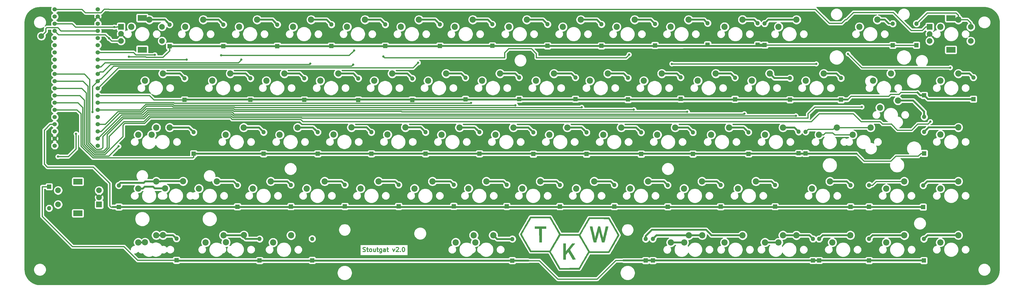
<source format=gbr>
G04 #@! TF.GenerationSoftware,KiCad,Pcbnew,5.1.5+dfsg1-2build2*
G04 #@! TF.CreationDate,2020-08-08T12:50:20+01:00*
G04 #@! TF.ProjectId,stoutgatv2,73746f75-7467-4617-9476-322e6b696361,0.2*
G04 #@! TF.SameCoordinates,Original*
G04 #@! TF.FileFunction,Copper,L1,Top*
G04 #@! TF.FilePolarity,Positive*
%FSLAX46Y46*%
G04 Gerber Fmt 4.6, Leading zero omitted, Abs format (unit mm)*
G04 Created by KiCad (PCBNEW 5.1.5+dfsg1-2build2) date 2020-08-08 12:50:20*
%MOMM*%
%LPD*%
G04 APERTURE LIST*
%ADD10C,0.300000*%
%ADD11C,0.010000*%
%ADD12C,2.000000*%
%ADD13R,2.000000X2.000000*%
%ADD14R,3.200000X2.000000*%
%ADD15O,1.500000X1.500000*%
%ADD16R,1.500000X1.500000*%
%ADD17C,2.200000*%
%ADD18C,1.524000*%
%ADD19C,0.800000*%
%ADD20C,0.635000*%
%ADD21C,0.406400*%
%ADD22C,0.254000*%
G04 APERTURE END LIST*
D10*
X167775857Y-172412742D02*
X167990142Y-172484171D01*
X168347285Y-172484171D01*
X168490142Y-172412742D01*
X168561571Y-172341314D01*
X168633000Y-172198457D01*
X168633000Y-172055600D01*
X168561571Y-171912742D01*
X168490142Y-171841314D01*
X168347285Y-171769885D01*
X168061571Y-171698457D01*
X167918714Y-171627028D01*
X167847285Y-171555600D01*
X167775857Y-171412742D01*
X167775857Y-171269885D01*
X167847285Y-171127028D01*
X167918714Y-171055600D01*
X168061571Y-170984171D01*
X168418714Y-170984171D01*
X168633000Y-171055600D01*
X169061571Y-171484171D02*
X169633000Y-171484171D01*
X169275857Y-170984171D02*
X169275857Y-172269885D01*
X169347285Y-172412742D01*
X169490142Y-172484171D01*
X169633000Y-172484171D01*
X170347285Y-172484171D02*
X170204428Y-172412742D01*
X170133000Y-172341314D01*
X170061571Y-172198457D01*
X170061571Y-171769885D01*
X170133000Y-171627028D01*
X170204428Y-171555600D01*
X170347285Y-171484171D01*
X170561571Y-171484171D01*
X170704428Y-171555600D01*
X170775857Y-171627028D01*
X170847285Y-171769885D01*
X170847285Y-172198457D01*
X170775857Y-172341314D01*
X170704428Y-172412742D01*
X170561571Y-172484171D01*
X170347285Y-172484171D01*
X172133000Y-171484171D02*
X172133000Y-172484171D01*
X171490142Y-171484171D02*
X171490142Y-172269885D01*
X171561571Y-172412742D01*
X171704428Y-172484171D01*
X171918714Y-172484171D01*
X172061571Y-172412742D01*
X172133000Y-172341314D01*
X172633000Y-171484171D02*
X173204428Y-171484171D01*
X172847285Y-170984171D02*
X172847285Y-172269885D01*
X172918714Y-172412742D01*
X173061571Y-172484171D01*
X173204428Y-172484171D01*
X174347285Y-171484171D02*
X174347285Y-172698457D01*
X174275857Y-172841314D01*
X174204428Y-172912742D01*
X174061571Y-172984171D01*
X173847285Y-172984171D01*
X173704428Y-172912742D01*
X174347285Y-172412742D02*
X174204428Y-172484171D01*
X173918714Y-172484171D01*
X173775857Y-172412742D01*
X173704428Y-172341314D01*
X173633000Y-172198457D01*
X173633000Y-171769885D01*
X173704428Y-171627028D01*
X173775857Y-171555600D01*
X173918714Y-171484171D01*
X174204428Y-171484171D01*
X174347285Y-171555600D01*
X175704428Y-172484171D02*
X175704428Y-171698457D01*
X175633000Y-171555600D01*
X175490142Y-171484171D01*
X175204428Y-171484171D01*
X175061571Y-171555600D01*
X175704428Y-172412742D02*
X175561571Y-172484171D01*
X175204428Y-172484171D01*
X175061571Y-172412742D01*
X174990142Y-172269885D01*
X174990142Y-172127028D01*
X175061571Y-171984171D01*
X175204428Y-171912742D01*
X175561571Y-171912742D01*
X175704428Y-171841314D01*
X176204428Y-171484171D02*
X176775857Y-171484171D01*
X176418714Y-170984171D02*
X176418714Y-172269885D01*
X176490142Y-172412742D01*
X176633000Y-172484171D01*
X176775857Y-172484171D01*
X178275857Y-171484171D02*
X178633000Y-172484171D01*
X178990142Y-171484171D01*
X179490142Y-171127028D02*
X179561571Y-171055600D01*
X179704428Y-170984171D01*
X180061571Y-170984171D01*
X180204428Y-171055600D01*
X180275857Y-171127028D01*
X180347285Y-171269885D01*
X180347285Y-171412742D01*
X180275857Y-171627028D01*
X179418714Y-172484171D01*
X180347285Y-172484171D01*
X180990142Y-172341314D02*
X181061571Y-172412742D01*
X180990142Y-172484171D01*
X180918714Y-172412742D01*
X180990142Y-172341314D01*
X180990142Y-172484171D01*
X181990142Y-170984171D02*
X182133000Y-170984171D01*
X182275857Y-171055600D01*
X182347285Y-171127028D01*
X182418714Y-171269885D01*
X182490142Y-171555600D01*
X182490142Y-171912742D01*
X182418714Y-172198457D01*
X182347285Y-172341314D01*
X182275857Y-172412742D01*
X182133000Y-172484171D01*
X181990142Y-172484171D01*
X181847285Y-172412742D01*
X181775857Y-172341314D01*
X181704428Y-172198457D01*
X181633000Y-171912742D01*
X181633000Y-171555600D01*
X181704428Y-171269885D01*
X181775857Y-171127028D01*
X181847285Y-171055600D01*
X181990142Y-170984171D01*
D11*
G36*
X251166339Y-163536445D02*
G01*
X251458909Y-163553422D01*
X252000207Y-165626774D01*
X252122156Y-166091958D01*
X252235885Y-166522114D01*
X252338130Y-166905161D01*
X252425622Y-167229021D01*
X252495095Y-167481611D01*
X252543281Y-167650853D01*
X252566914Y-167724666D01*
X252568121Y-167726742D01*
X252585896Y-167679667D01*
X252625161Y-167534067D01*
X252683112Y-167301657D01*
X252756943Y-166994155D01*
X252843850Y-166623277D01*
X252941027Y-166200742D01*
X253045670Y-165738266D01*
X253067858Y-165639278D01*
X253540981Y-163525200D01*
X254410129Y-163525200D01*
X254340554Y-163821533D01*
X254281861Y-164068865D01*
X254205496Y-164386578D01*
X254114599Y-164761933D01*
X254012311Y-165182191D01*
X253901772Y-165634614D01*
X253786122Y-166106462D01*
X253668501Y-166584998D01*
X253552049Y-167057482D01*
X253439908Y-167511176D01*
X253335216Y-167933341D01*
X253241115Y-168311240D01*
X253160745Y-168632132D01*
X253097244Y-168883279D01*
X253053755Y-169051943D01*
X253033418Y-169125385D01*
X253032616Y-169127311D01*
X252967732Y-169148021D01*
X252820491Y-169163106D01*
X252621393Y-169169585D01*
X252599675Y-169169644D01*
X252192175Y-169169644D01*
X252087289Y-168760422D01*
X252002347Y-168431720D01*
X251905868Y-168062912D01*
X251801871Y-167668911D01*
X251694375Y-167264628D01*
X251587399Y-166864977D01*
X251484961Y-166484868D01*
X251391082Y-166139215D01*
X251309779Y-165842930D01*
X251245072Y-165610925D01*
X251200979Y-165458113D01*
X251181520Y-165399405D01*
X251181458Y-165399339D01*
X251155042Y-165433925D01*
X251114263Y-165547712D01*
X251092999Y-165622058D01*
X251059453Y-165745965D01*
X251001019Y-165960030D01*
X250922828Y-166245585D01*
X250830010Y-166583963D01*
X250727699Y-166956499D01*
X250621023Y-167344523D01*
X250515116Y-167729371D01*
X250415107Y-168092374D01*
X250326127Y-168414865D01*
X250253309Y-168678179D01*
X250214818Y-168816866D01*
X250116663Y-169169644D01*
X249700812Y-169169644D01*
X249449674Y-169160728D01*
X249304871Y-169133422D01*
X249262493Y-169099089D01*
X249238576Y-169010520D01*
X249198110Y-168848272D01*
X249153232Y-168661644D01*
X249120406Y-168524889D01*
X249064180Y-168292928D01*
X248988074Y-167980190D01*
X248895607Y-167601101D01*
X248790299Y-167170089D01*
X248675670Y-166701580D01*
X248555238Y-166210002D01*
X248533538Y-166121493D01*
X248414600Y-165635209D01*
X248302893Y-165176129D01*
X248201589Y-164757465D01*
X248113862Y-164392429D01*
X248042881Y-164094232D01*
X247991821Y-163876087D01*
X247963853Y-163751205D01*
X247960955Y-163736715D01*
X247921274Y-163525200D01*
X248770391Y-163525200D01*
X248882898Y-164019089D01*
X248925280Y-164205916D01*
X248987879Y-164482918D01*
X249066195Y-164830119D01*
X249155724Y-165227545D01*
X249251964Y-165655221D01*
X249350412Y-166093172D01*
X249353622Y-166107456D01*
X249446203Y-166513970D01*
X249532488Y-166882260D01*
X249609066Y-167198598D01*
X249672528Y-167449259D01*
X249719465Y-167620515D01*
X249746467Y-167698640D01*
X249749686Y-167702011D01*
X249785708Y-167653236D01*
X249823090Y-167534149D01*
X249826520Y-167518644D01*
X249850607Y-167417843D01*
X249899139Y-167224582D01*
X249967771Y-166955559D01*
X250052155Y-166627469D01*
X250147946Y-166257010D01*
X250250796Y-165860877D01*
X250356360Y-165455767D01*
X250460290Y-165058377D01*
X250558241Y-164685402D01*
X250645866Y-164353539D01*
X250718818Y-164079484D01*
X250772750Y-163879934D01*
X250789720Y-163818667D01*
X250873769Y-163519467D01*
X251166339Y-163536445D01*
G37*
X251166339Y-163536445D02*
X251458909Y-163553422D01*
X252000207Y-165626774D01*
X252122156Y-166091958D01*
X252235885Y-166522114D01*
X252338130Y-166905161D01*
X252425622Y-167229021D01*
X252495095Y-167481611D01*
X252543281Y-167650853D01*
X252566914Y-167724666D01*
X252568121Y-167726742D01*
X252585896Y-167679667D01*
X252625161Y-167534067D01*
X252683112Y-167301657D01*
X252756943Y-166994155D01*
X252843850Y-166623277D01*
X252941027Y-166200742D01*
X253045670Y-165738266D01*
X253067858Y-165639278D01*
X253540981Y-163525200D01*
X254410129Y-163525200D01*
X254340554Y-163821533D01*
X254281861Y-164068865D01*
X254205496Y-164386578D01*
X254114599Y-164761933D01*
X254012311Y-165182191D01*
X253901772Y-165634614D01*
X253786122Y-166106462D01*
X253668501Y-166584998D01*
X253552049Y-167057482D01*
X253439908Y-167511176D01*
X253335216Y-167933341D01*
X253241115Y-168311240D01*
X253160745Y-168632132D01*
X253097244Y-168883279D01*
X253053755Y-169051943D01*
X253033418Y-169125385D01*
X253032616Y-169127311D01*
X252967732Y-169148021D01*
X252820491Y-169163106D01*
X252621393Y-169169585D01*
X252599675Y-169169644D01*
X252192175Y-169169644D01*
X252087289Y-168760422D01*
X252002347Y-168431720D01*
X251905868Y-168062912D01*
X251801871Y-167668911D01*
X251694375Y-167264628D01*
X251587399Y-166864977D01*
X251484961Y-166484868D01*
X251391082Y-166139215D01*
X251309779Y-165842930D01*
X251245072Y-165610925D01*
X251200979Y-165458113D01*
X251181520Y-165399405D01*
X251181458Y-165399339D01*
X251155042Y-165433925D01*
X251114263Y-165547712D01*
X251092999Y-165622058D01*
X251059453Y-165745965D01*
X251001019Y-165960030D01*
X250922828Y-166245585D01*
X250830010Y-166583963D01*
X250727699Y-166956499D01*
X250621023Y-167344523D01*
X250515116Y-167729371D01*
X250415107Y-168092374D01*
X250326127Y-168414865D01*
X250253309Y-168678179D01*
X250214818Y-168816866D01*
X250116663Y-169169644D01*
X249700812Y-169169644D01*
X249449674Y-169160728D01*
X249304871Y-169133422D01*
X249262493Y-169099089D01*
X249238576Y-169010520D01*
X249198110Y-168848272D01*
X249153232Y-168661644D01*
X249120406Y-168524889D01*
X249064180Y-168292928D01*
X248988074Y-167980190D01*
X248895607Y-167601101D01*
X248790299Y-167170089D01*
X248675670Y-166701580D01*
X248555238Y-166210002D01*
X248533538Y-166121493D01*
X248414600Y-165635209D01*
X248302893Y-165176129D01*
X248201589Y-164757465D01*
X248113862Y-164392429D01*
X248042881Y-164094232D01*
X247991821Y-163876087D01*
X247963853Y-163751205D01*
X247960955Y-163736715D01*
X247921274Y-163525200D01*
X248770391Y-163525200D01*
X248882898Y-164019089D01*
X248925280Y-164205916D01*
X248987879Y-164482918D01*
X249066195Y-164830119D01*
X249155724Y-165227545D01*
X249251964Y-165655221D01*
X249350412Y-166093172D01*
X249353622Y-166107456D01*
X249446203Y-166513970D01*
X249532488Y-166882260D01*
X249609066Y-167198598D01*
X249672528Y-167449259D01*
X249719465Y-167620515D01*
X249746467Y-167698640D01*
X249749686Y-167702011D01*
X249785708Y-167653236D01*
X249823090Y-167534149D01*
X249826520Y-167518644D01*
X249850607Y-167417843D01*
X249899139Y-167224582D01*
X249967771Y-166955559D01*
X250052155Y-166627469D01*
X250147946Y-166257010D01*
X250250796Y-165860877D01*
X250356360Y-165455767D01*
X250460290Y-165058377D01*
X250558241Y-164685402D01*
X250645866Y-164353539D01*
X250718818Y-164079484D01*
X250772750Y-163879934D01*
X250789720Y-163818667D01*
X250873769Y-163519467D01*
X251166339Y-163536445D01*
G36*
X239354282Y-170975866D02*
G01*
X239355900Y-171361492D01*
X239360450Y-171706837D01*
X239367479Y-171996805D01*
X239376535Y-172216304D01*
X239387163Y-172350239D01*
X239396616Y-172385640D01*
X239440467Y-172342470D01*
X239544858Y-172220733D01*
X239701155Y-172031072D01*
X239900723Y-171784132D01*
X240134926Y-171490557D01*
X240395130Y-171160991D01*
X240539616Y-170976663D01*
X241640282Y-169569024D01*
X242138875Y-169566889D01*
X242373789Y-169571527D01*
X242538899Y-169586374D01*
X242615805Y-169609446D01*
X242618653Y-169618636D01*
X242578854Y-169675803D01*
X242477320Y-169807138D01*
X242324277Y-169999830D01*
X242129952Y-170241068D01*
X241904572Y-170518041D01*
X241753171Y-170702768D01*
X241513868Y-170994772D01*
X241299283Y-171258167D01*
X241119604Y-171480319D01*
X240985020Y-171648595D01*
X240905720Y-171750362D01*
X240888747Y-171774605D01*
X240912437Y-171831234D01*
X240987836Y-171972966D01*
X241108334Y-172188242D01*
X241267322Y-172465505D01*
X241458192Y-172793198D01*
X241674335Y-173159764D01*
X241839518Y-173437292D01*
X242071641Y-173826598D01*
X242285524Y-174186811D01*
X242474167Y-174506027D01*
X242630571Y-174772342D01*
X242747737Y-174973852D01*
X242818665Y-175098652D01*
X242836981Y-175133797D01*
X242827984Y-175170954D01*
X242755368Y-175194136D01*
X242602536Y-175205998D01*
X242365417Y-175209200D01*
X241864918Y-175209200D01*
X241077637Y-173882755D01*
X240870028Y-173534884D01*
X240680587Y-173221111D01*
X240517022Y-172953914D01*
X240387042Y-172745767D01*
X240298358Y-172609146D01*
X240258677Y-172556527D01*
X240257963Y-172556311D01*
X240211891Y-172597506D01*
X240109989Y-172709810D01*
X239967099Y-172876299D01*
X239798063Y-173080050D01*
X239789926Y-173090011D01*
X239354282Y-173623711D01*
X239354282Y-175209200D01*
X238564060Y-175209200D01*
X238564060Y-169564755D01*
X239354282Y-169564755D01*
X239354282Y-170975866D01*
G37*
X239354282Y-170975866D02*
X239355900Y-171361492D01*
X239360450Y-171706837D01*
X239367479Y-171996805D01*
X239376535Y-172216304D01*
X239387163Y-172350239D01*
X239396616Y-172385640D01*
X239440467Y-172342470D01*
X239544858Y-172220733D01*
X239701155Y-172031072D01*
X239900723Y-171784132D01*
X240134926Y-171490557D01*
X240395130Y-171160991D01*
X240539616Y-170976663D01*
X241640282Y-169569024D01*
X242138875Y-169566889D01*
X242373789Y-169571527D01*
X242538899Y-169586374D01*
X242615805Y-169609446D01*
X242618653Y-169618636D01*
X242578854Y-169675803D01*
X242477320Y-169807138D01*
X242324277Y-169999830D01*
X242129952Y-170241068D01*
X241904572Y-170518041D01*
X241753171Y-170702768D01*
X241513868Y-170994772D01*
X241299283Y-171258167D01*
X241119604Y-171480319D01*
X240985020Y-171648595D01*
X240905720Y-171750362D01*
X240888747Y-171774605D01*
X240912437Y-171831234D01*
X240987836Y-171972966D01*
X241108334Y-172188242D01*
X241267322Y-172465505D01*
X241458192Y-172793198D01*
X241674335Y-173159764D01*
X241839518Y-173437292D01*
X242071641Y-173826598D01*
X242285524Y-174186811D01*
X242474167Y-174506027D01*
X242630571Y-174772342D01*
X242747737Y-174973852D01*
X242818665Y-175098652D01*
X242836981Y-175133797D01*
X242827984Y-175170954D01*
X242755368Y-175194136D01*
X242602536Y-175205998D01*
X242365417Y-175209200D01*
X241864918Y-175209200D01*
X241077637Y-173882755D01*
X240870028Y-173534884D01*
X240680587Y-173221111D01*
X240517022Y-172953914D01*
X240387042Y-172745767D01*
X240298358Y-172609146D01*
X240258677Y-172556527D01*
X240257963Y-172556311D01*
X240211891Y-172597506D01*
X240109989Y-172709810D01*
X239967099Y-172876299D01*
X239798063Y-173080050D01*
X239789926Y-173090011D01*
X239354282Y-173623711D01*
X239354282Y-175209200D01*
X238564060Y-175209200D01*
X238564060Y-169564755D01*
X239354282Y-169564755D01*
X239354282Y-170975866D01*
G36*
X230450171Y-163538589D02*
G01*
X232439838Y-163553422D01*
X232473218Y-164315422D01*
X230887616Y-164315422D01*
X230887616Y-169169644D01*
X230042161Y-169169644D01*
X230012727Y-164343644D01*
X228460505Y-164312236D01*
X228460505Y-163523756D01*
X230450171Y-163538589D01*
G37*
X230450171Y-163538589D02*
X232439838Y-163553422D01*
X232473218Y-164315422D01*
X230887616Y-164315422D01*
X230887616Y-169169644D01*
X230042161Y-169169644D01*
X230012727Y-164343644D01*
X228460505Y-164312236D01*
X228460505Y-163523756D01*
X230450171Y-163538589D01*
G36*
X234618398Y-161112200D02*
G01*
X234783682Y-161398006D01*
X234994887Y-161763417D01*
X235241514Y-162190258D01*
X235513065Y-162660354D01*
X235799040Y-163155530D01*
X236088943Y-163657612D01*
X236372273Y-164148425D01*
X236395333Y-164188377D01*
X237576282Y-166234444D01*
X244180282Y-166233068D01*
X245871931Y-163298689D01*
X247563580Y-160364311D01*
X254736572Y-160364311D01*
X255023507Y-160858200D01*
X255431446Y-161561192D01*
X255827702Y-162245651D01*
X256208438Y-162904857D01*
X256569817Y-163532091D01*
X256908001Y-164120633D01*
X257219153Y-164663765D01*
X257499435Y-165154766D01*
X257745010Y-165586919D01*
X257952041Y-165953502D01*
X258116690Y-166247797D01*
X258235119Y-166463085D01*
X258303492Y-166592647D01*
X258319616Y-166629644D01*
X258291850Y-166689564D01*
X258211111Y-166840317D01*
X258081237Y-167075184D01*
X257906064Y-167387445D01*
X257689431Y-167770381D01*
X257435174Y-168217273D01*
X257147131Y-168721402D01*
X256829140Y-169276047D01*
X256485038Y-169874490D01*
X256118662Y-170510012D01*
X255733851Y-171175893D01*
X255334440Y-171865414D01*
X255023507Y-172401089D01*
X254736572Y-172894978D01*
X247679838Y-172896138D01*
X247365751Y-173445891D01*
X247273152Y-173607415D01*
X247131249Y-173854205D01*
X246947231Y-174173791D01*
X246728287Y-174553702D01*
X246481605Y-174981467D01*
X246214376Y-175444617D01*
X245933787Y-175930680D01*
X245674044Y-176380422D01*
X244296424Y-178765200D01*
X237121700Y-178765200D01*
X235345214Y-175689171D01*
X233568727Y-172613142D01*
X230208520Y-172612948D01*
X226848314Y-172612755D01*
X226786250Y-172505141D01*
X234095900Y-172505141D01*
X234343569Y-172939948D01*
X234514514Y-173239236D01*
X234717557Y-173593354D01*
X234946164Y-173991018D01*
X235193803Y-174420946D01*
X235453939Y-174871854D01*
X235720039Y-175332460D01*
X235985570Y-175791482D01*
X236243998Y-176237635D01*
X236488791Y-176659638D01*
X236713415Y-177046207D01*
X236911336Y-177386061D01*
X237076020Y-177667915D01*
X237200936Y-177880487D01*
X237279549Y-178012494D01*
X237300240Y-178045987D01*
X237437374Y-178258108D01*
X244008242Y-178228978D01*
X244212336Y-177890311D01*
X244296742Y-177748096D01*
X244427203Y-177525551D01*
X244593513Y-177240219D01*
X244785465Y-176909638D01*
X244992852Y-176551350D01*
X245164824Y-176253422D01*
X245419211Y-175812135D01*
X245704801Y-175316703D01*
X246001330Y-174802282D01*
X246288531Y-174304030D01*
X246546141Y-173857103D01*
X246619446Y-173729922D01*
X247325673Y-172504644D01*
X245785504Y-169835255D01*
X245491668Y-169326296D01*
X245211368Y-168841378D01*
X244950307Y-168390328D01*
X244714188Y-167982973D01*
X244508714Y-167629139D01*
X244339590Y-167338652D01*
X244212519Y-167121339D01*
X244133203Y-166987027D01*
X244113036Y-166953745D01*
X243980737Y-166741624D01*
X240695058Y-166756190D01*
X237409380Y-166770755D01*
X236476831Y-168383709D01*
X236207061Y-168850367D01*
X235914971Y-169355736D01*
X235616107Y-169872912D01*
X235326013Y-170374994D01*
X235060233Y-170835081D01*
X234834313Y-171226271D01*
X234820091Y-171250902D01*
X234095900Y-172505141D01*
X226786250Y-172505141D01*
X225668249Y-170566644D01*
X225383824Y-170073776D01*
X225089878Y-169564943D01*
X224797290Y-169058941D01*
X224516939Y-168574568D01*
X224259706Y-168130620D01*
X224036469Y-167745892D01*
X223858108Y-167439182D01*
X223849998Y-167425263D01*
X223628946Y-167039385D01*
X223456552Y-166724531D01*
X223335918Y-166486791D01*
X223270142Y-166332256D01*
X223264489Y-166291639D01*
X223862724Y-166291639D01*
X223882150Y-166361874D01*
X223955034Y-166520217D01*
X224076749Y-166757981D01*
X224242666Y-167066477D01*
X224448156Y-167437017D01*
X224688590Y-167860911D01*
X224824921Y-168097861D01*
X225094977Y-168565278D01*
X225380648Y-169060014D01*
X225668493Y-169558770D01*
X225945071Y-170038247D01*
X226196938Y-170475145D01*
X226410653Y-170846167D01*
X226476799Y-170961097D01*
X227134060Y-172103438D01*
X230434749Y-172089986D01*
X233735438Y-172076533D01*
X234503351Y-170750089D01*
X234744966Y-170332662D01*
X235025774Y-169847397D01*
X235328476Y-169324195D01*
X235635776Y-168792957D01*
X235930375Y-168283581D01*
X236160170Y-167886172D01*
X236887692Y-166627833D01*
X244536160Y-166627833D01*
X246075473Y-169295738D01*
X246369228Y-169804558D01*
X246649448Y-170289337D01*
X246910429Y-170740246D01*
X247146463Y-171147455D01*
X247351848Y-171501134D01*
X247520876Y-171791453D01*
X247647842Y-172008583D01*
X247727042Y-172142693D01*
X247747084Y-172175765D01*
X247879383Y-172387886D01*
X251165847Y-172373321D01*
X254452311Y-172358755D01*
X254769406Y-171822533D01*
X255017747Y-171400742D01*
X255283111Y-170946741D01*
X255559807Y-170470541D01*
X255842140Y-169982151D01*
X256124417Y-169491579D01*
X256400943Y-169008836D01*
X256666025Y-168543932D01*
X256913969Y-168106875D01*
X257139081Y-167707675D01*
X257335667Y-167356342D01*
X257498035Y-167062885D01*
X257620489Y-166837314D01*
X257697336Y-166689638D01*
X257722917Y-166630366D01*
X257695471Y-166567316D01*
X257616921Y-166416691D01*
X257492949Y-166188481D01*
X257329236Y-165892680D01*
X257131466Y-165539276D01*
X256905321Y-165138263D01*
X256656481Y-164699631D01*
X256390631Y-164233371D01*
X256113451Y-163749475D01*
X255830624Y-163257934D01*
X255547832Y-162768739D01*
X255270757Y-162291882D01*
X255005081Y-161837353D01*
X254769263Y-161436755D01*
X254452311Y-160900533D01*
X251165954Y-160885968D01*
X247879597Y-160871402D01*
X247742462Y-161083523D01*
X247691096Y-161168155D01*
X247589954Y-161339348D01*
X247445571Y-161585822D01*
X247264478Y-161896295D01*
X247053208Y-162259485D01*
X246818293Y-162664110D01*
X246566267Y-163098889D01*
X246303662Y-163552540D01*
X246037010Y-164013782D01*
X245772845Y-164471332D01*
X245517698Y-164913910D01*
X245278103Y-165330233D01*
X245060591Y-165709021D01*
X244871697Y-166038991D01*
X244784810Y-166191294D01*
X244536160Y-166627833D01*
X236887692Y-166627833D01*
X237049076Y-166348700D01*
X236865292Y-166023505D01*
X236770523Y-165857021D01*
X236627197Y-165606824D01*
X236443373Y-165286866D01*
X236227107Y-164911099D01*
X235986458Y-164493478D01*
X235729483Y-164047955D01*
X235464241Y-163588482D01*
X235198788Y-163129012D01*
X234941184Y-162683498D01*
X234699485Y-162265893D01*
X234481749Y-161890150D01*
X234296035Y-161570221D01*
X234150400Y-161320059D01*
X234053441Y-161154533D01*
X233737185Y-160618311D01*
X227134935Y-160618311D01*
X226817832Y-161154533D01*
X226680631Y-161387851D01*
X226507444Y-161684439D01*
X226304631Y-162033241D01*
X226078551Y-162423202D01*
X225835564Y-162843268D01*
X225582029Y-163282383D01*
X225324305Y-163729493D01*
X225068752Y-164173543D01*
X224821729Y-164603478D01*
X224589595Y-165008242D01*
X224378709Y-165376781D01*
X224195432Y-165698040D01*
X224046121Y-165960965D01*
X223937138Y-166154499D01*
X223874840Y-166267589D01*
X223862724Y-166291639D01*
X223264489Y-166291639D01*
X223261219Y-166268152D01*
X223299409Y-166207154D01*
X223387642Y-166059057D01*
X223519647Y-165834601D01*
X223689151Y-165544528D01*
X223889885Y-165199578D01*
X224115577Y-164810492D01*
X224359956Y-164388011D01*
X224450755Y-164230755D01*
X224707048Y-163786857D01*
X224952487Y-163362125D01*
X225179792Y-162969129D01*
X225381684Y-162620439D01*
X225550882Y-162328627D01*
X225680108Y-162106263D01*
X225762082Y-161965917D01*
X225774555Y-161944755D01*
X225868673Y-161784125D01*
X226003467Y-161552029D01*
X226163582Y-161275004D01*
X226333662Y-160979584D01*
X226403343Y-160858200D01*
X226848462Y-160082089D01*
X234022413Y-160082089D01*
X234618398Y-161112200D01*
G37*
X234618398Y-161112200D02*
X234783682Y-161398006D01*
X234994887Y-161763417D01*
X235241514Y-162190258D01*
X235513065Y-162660354D01*
X235799040Y-163155530D01*
X236088943Y-163657612D01*
X236372273Y-164148425D01*
X236395333Y-164188377D01*
X237576282Y-166234444D01*
X244180282Y-166233068D01*
X245871931Y-163298689D01*
X247563580Y-160364311D01*
X254736572Y-160364311D01*
X255023507Y-160858200D01*
X255431446Y-161561192D01*
X255827702Y-162245651D01*
X256208438Y-162904857D01*
X256569817Y-163532091D01*
X256908001Y-164120633D01*
X257219153Y-164663765D01*
X257499435Y-165154766D01*
X257745010Y-165586919D01*
X257952041Y-165953502D01*
X258116690Y-166247797D01*
X258235119Y-166463085D01*
X258303492Y-166592647D01*
X258319616Y-166629644D01*
X258291850Y-166689564D01*
X258211111Y-166840317D01*
X258081237Y-167075184D01*
X257906064Y-167387445D01*
X257689431Y-167770381D01*
X257435174Y-168217273D01*
X257147131Y-168721402D01*
X256829140Y-169276047D01*
X256485038Y-169874490D01*
X256118662Y-170510012D01*
X255733851Y-171175893D01*
X255334440Y-171865414D01*
X255023507Y-172401089D01*
X254736572Y-172894978D01*
X247679838Y-172896138D01*
X247365751Y-173445891D01*
X247273152Y-173607415D01*
X247131249Y-173854205D01*
X246947231Y-174173791D01*
X246728287Y-174553702D01*
X246481605Y-174981467D01*
X246214376Y-175444617D01*
X245933787Y-175930680D01*
X245674044Y-176380422D01*
X244296424Y-178765200D01*
X237121700Y-178765200D01*
X235345214Y-175689171D01*
X233568727Y-172613142D01*
X230208520Y-172612948D01*
X226848314Y-172612755D01*
X226786250Y-172505141D01*
X234095900Y-172505141D01*
X234343569Y-172939948D01*
X234514514Y-173239236D01*
X234717557Y-173593354D01*
X234946164Y-173991018D01*
X235193803Y-174420946D01*
X235453939Y-174871854D01*
X235720039Y-175332460D01*
X235985570Y-175791482D01*
X236243998Y-176237635D01*
X236488791Y-176659638D01*
X236713415Y-177046207D01*
X236911336Y-177386061D01*
X237076020Y-177667915D01*
X237200936Y-177880487D01*
X237279549Y-178012494D01*
X237300240Y-178045987D01*
X237437374Y-178258108D01*
X244008242Y-178228978D01*
X244212336Y-177890311D01*
X244296742Y-177748096D01*
X244427203Y-177525551D01*
X244593513Y-177240219D01*
X244785465Y-176909638D01*
X244992852Y-176551350D01*
X245164824Y-176253422D01*
X245419211Y-175812135D01*
X245704801Y-175316703D01*
X246001330Y-174802282D01*
X246288531Y-174304030D01*
X246546141Y-173857103D01*
X246619446Y-173729922D01*
X247325673Y-172504644D01*
X245785504Y-169835255D01*
X245491668Y-169326296D01*
X245211368Y-168841378D01*
X244950307Y-168390328D01*
X244714188Y-167982973D01*
X244508714Y-167629139D01*
X244339590Y-167338652D01*
X244212519Y-167121339D01*
X244133203Y-166987027D01*
X244113036Y-166953745D01*
X243980737Y-166741624D01*
X240695058Y-166756190D01*
X237409380Y-166770755D01*
X236476831Y-168383709D01*
X236207061Y-168850367D01*
X235914971Y-169355736D01*
X235616107Y-169872912D01*
X235326013Y-170374994D01*
X235060233Y-170835081D01*
X234834313Y-171226271D01*
X234820091Y-171250902D01*
X234095900Y-172505141D01*
X226786250Y-172505141D01*
X225668249Y-170566644D01*
X225383824Y-170073776D01*
X225089878Y-169564943D01*
X224797290Y-169058941D01*
X224516939Y-168574568D01*
X224259706Y-168130620D01*
X224036469Y-167745892D01*
X223858108Y-167439182D01*
X223849998Y-167425263D01*
X223628946Y-167039385D01*
X223456552Y-166724531D01*
X223335918Y-166486791D01*
X223270142Y-166332256D01*
X223264489Y-166291639D01*
X223862724Y-166291639D01*
X223882150Y-166361874D01*
X223955034Y-166520217D01*
X224076749Y-166757981D01*
X224242666Y-167066477D01*
X224448156Y-167437017D01*
X224688590Y-167860911D01*
X224824921Y-168097861D01*
X225094977Y-168565278D01*
X225380648Y-169060014D01*
X225668493Y-169558770D01*
X225945071Y-170038247D01*
X226196938Y-170475145D01*
X226410653Y-170846167D01*
X226476799Y-170961097D01*
X227134060Y-172103438D01*
X230434749Y-172089986D01*
X233735438Y-172076533D01*
X234503351Y-170750089D01*
X234744966Y-170332662D01*
X235025774Y-169847397D01*
X235328476Y-169324195D01*
X235635776Y-168792957D01*
X235930375Y-168283581D01*
X236160170Y-167886172D01*
X236887692Y-166627833D01*
X244536160Y-166627833D01*
X246075473Y-169295738D01*
X246369228Y-169804558D01*
X246649448Y-170289337D01*
X246910429Y-170740246D01*
X247146463Y-171147455D01*
X247351848Y-171501134D01*
X247520876Y-171791453D01*
X247647842Y-172008583D01*
X247727042Y-172142693D01*
X247747084Y-172175765D01*
X247879383Y-172387886D01*
X251165847Y-172373321D01*
X254452311Y-172358755D01*
X254769406Y-171822533D01*
X255017747Y-171400742D01*
X255283111Y-170946741D01*
X255559807Y-170470541D01*
X255842140Y-169982151D01*
X256124417Y-169491579D01*
X256400943Y-169008836D01*
X256666025Y-168543932D01*
X256913969Y-168106875D01*
X257139081Y-167707675D01*
X257335667Y-167356342D01*
X257498035Y-167062885D01*
X257620489Y-166837314D01*
X257697336Y-166689638D01*
X257722917Y-166630366D01*
X257695471Y-166567316D01*
X257616921Y-166416691D01*
X257492949Y-166188481D01*
X257329236Y-165892680D01*
X257131466Y-165539276D01*
X256905321Y-165138263D01*
X256656481Y-164699631D01*
X256390631Y-164233371D01*
X256113451Y-163749475D01*
X255830624Y-163257934D01*
X255547832Y-162768739D01*
X255270757Y-162291882D01*
X255005081Y-161837353D01*
X254769263Y-161436755D01*
X254452311Y-160900533D01*
X251165954Y-160885968D01*
X247879597Y-160871402D01*
X247742462Y-161083523D01*
X247691096Y-161168155D01*
X247589954Y-161339348D01*
X247445571Y-161585822D01*
X247264478Y-161896295D01*
X247053208Y-162259485D01*
X246818293Y-162664110D01*
X246566267Y-163098889D01*
X246303662Y-163552540D01*
X246037010Y-164013782D01*
X245772845Y-164471332D01*
X245517698Y-164913910D01*
X245278103Y-165330233D01*
X245060591Y-165709021D01*
X244871697Y-166038991D01*
X244784810Y-166191294D01*
X244536160Y-166627833D01*
X236887692Y-166627833D01*
X237049076Y-166348700D01*
X236865292Y-166023505D01*
X236770523Y-165857021D01*
X236627197Y-165606824D01*
X236443373Y-165286866D01*
X236227107Y-164911099D01*
X235986458Y-164493478D01*
X235729483Y-164047955D01*
X235464241Y-163588482D01*
X235198788Y-163129012D01*
X234941184Y-162683498D01*
X234699485Y-162265893D01*
X234481749Y-161890150D01*
X234296035Y-161570221D01*
X234150400Y-161320059D01*
X234053441Y-161154533D01*
X233737185Y-160618311D01*
X227134935Y-160618311D01*
X226817832Y-161154533D01*
X226680631Y-161387851D01*
X226507444Y-161684439D01*
X226304631Y-162033241D01*
X226078551Y-162423202D01*
X225835564Y-162843268D01*
X225582029Y-163282383D01*
X225324305Y-163729493D01*
X225068752Y-164173543D01*
X224821729Y-164603478D01*
X224589595Y-165008242D01*
X224378709Y-165376781D01*
X224195432Y-165698040D01*
X224046121Y-165960965D01*
X223937138Y-166154499D01*
X223874840Y-166267589D01*
X223862724Y-166291639D01*
X223264489Y-166291639D01*
X223261219Y-166268152D01*
X223299409Y-166207154D01*
X223387642Y-166059057D01*
X223519647Y-165834601D01*
X223689151Y-165544528D01*
X223889885Y-165199578D01*
X224115577Y-164810492D01*
X224359956Y-164388011D01*
X224450755Y-164230755D01*
X224707048Y-163786857D01*
X224952487Y-163362125D01*
X225179792Y-162969129D01*
X225381684Y-162620439D01*
X225550882Y-162328627D01*
X225680108Y-162106263D01*
X225762082Y-161965917D01*
X225774555Y-161944755D01*
X225868673Y-161784125D01*
X226003467Y-161552029D01*
X226163582Y-161275004D01*
X226333662Y-160979584D01*
X226403343Y-160858200D01*
X226848462Y-160082089D01*
X234022413Y-160082089D01*
X234618398Y-161112200D01*
D12*
X54089300Y-96215200D03*
D13*
X74498200Y-155803600D03*
D12*
X74498200Y-153303600D03*
X74498200Y-150803600D03*
D14*
X66998200Y-158903600D03*
X66998200Y-147703600D03*
D12*
X59998200Y-155803600D03*
X59998200Y-150803600D03*
D15*
X56845200Y-157124400D03*
D16*
X56845200Y-149504400D03*
D17*
X340791800Y-131114800D03*
X347141800Y-128574800D03*
X347980000Y-112039400D03*
X354330000Y-109499400D03*
X200533000Y-169214800D03*
X206883000Y-166674800D03*
X88341200Y-131114800D03*
X94691200Y-128574800D03*
X350443800Y-121564400D03*
X356793800Y-119024400D03*
X309803800Y-169214800D03*
X316153800Y-166674800D03*
X281279600Y-169214800D03*
X287629600Y-166674800D03*
X119303800Y-169189400D03*
X125653800Y-166649400D03*
X90728800Y-169189400D03*
X97078800Y-166649400D03*
X97840800Y-150139400D03*
X104190800Y-147599400D03*
D15*
X137490200Y-92151200D03*
D16*
X137490200Y-99771200D03*
D15*
X365963200Y-167995600D03*
D16*
X365963200Y-175615600D03*
D15*
X346583000Y-167995600D03*
D16*
X346583000Y-175615600D03*
D15*
X328955400Y-167970200D03*
D16*
X328955400Y-175590200D03*
D15*
X326771000Y-167970200D03*
D16*
X326771000Y-175590200D03*
D15*
X267665200Y-167995600D03*
D16*
X267665200Y-175615600D03*
D15*
X270179800Y-167995600D03*
D16*
X270179800Y-175615600D03*
D15*
X220522800Y-168021000D03*
D16*
X220522800Y-175641000D03*
D15*
X149809200Y-167944800D03*
D16*
X149809200Y-175564800D03*
D15*
X131216400Y-167995600D03*
D16*
X131216400Y-175615600D03*
D15*
X365709200Y-149072600D03*
D16*
X365709200Y-156692600D03*
D15*
X346608400Y-148971000D03*
D16*
X346608400Y-156591000D03*
D15*
X340029800Y-148971000D03*
D16*
X340029800Y-156591000D03*
D15*
X313385200Y-148920200D03*
D16*
X313385200Y-156540200D03*
D15*
X294132000Y-148945600D03*
D16*
X294132000Y-156565600D03*
D15*
X275437600Y-148971000D03*
D16*
X275437600Y-156591000D03*
D15*
X256590800Y-148894800D03*
D16*
X256590800Y-156514800D03*
D15*
X237337600Y-148894800D03*
D16*
X237337600Y-156514800D03*
D15*
X218567000Y-148844000D03*
D16*
X218567000Y-156464000D03*
D15*
X199821800Y-148818600D03*
D16*
X199821800Y-156438600D03*
D15*
X180340000Y-148844000D03*
D16*
X180340000Y-156464000D03*
D15*
X161366200Y-148844000D03*
D16*
X161366200Y-156464000D03*
D15*
X142265400Y-148894800D03*
D16*
X142265400Y-156514800D03*
D15*
X123367800Y-148971000D03*
D16*
X123367800Y-156591000D03*
D15*
X366090200Y-130098800D03*
D16*
X366090200Y-137718800D03*
D15*
X324180200Y-130098800D03*
D16*
X324180200Y-137718800D03*
D15*
X321716400Y-130073400D03*
D16*
X321716400Y-137693400D03*
D15*
X303987200Y-130251200D03*
D16*
X303987200Y-137871200D03*
D15*
X284353000Y-130302000D03*
D16*
X284353000Y-137922000D03*
D15*
X266039600Y-130327400D03*
D16*
X266039600Y-137947400D03*
D15*
X246761000Y-130327400D03*
D16*
X246761000Y-137947400D03*
D15*
X227965000Y-130327400D03*
D16*
X227965000Y-137947400D03*
D15*
X208889600Y-130225800D03*
D16*
X208889600Y-137845800D03*
D15*
X189865000Y-130225800D03*
D16*
X189865000Y-137845800D03*
D15*
X170713400Y-130225800D03*
D16*
X170713400Y-137845800D03*
D15*
X151739600Y-130225800D03*
D16*
X151739600Y-137845800D03*
D15*
X132638800Y-130225800D03*
D16*
X132638800Y-137845800D03*
D15*
X383463800Y-110896400D03*
D16*
X383463800Y-118516400D03*
D15*
X366090200Y-124815600D03*
D16*
X366090200Y-117195600D03*
D15*
X336677000Y-111099600D03*
D16*
X336677000Y-118719600D03*
D15*
X318643000Y-111099600D03*
D16*
X318643000Y-118719600D03*
D15*
X299212000Y-110947200D03*
D16*
X299212000Y-118567200D03*
D15*
X280009600Y-110845600D03*
D16*
X280009600Y-118465600D03*
D15*
X261391400Y-111023400D03*
D16*
X261391400Y-118643400D03*
D15*
X242824000Y-110896400D03*
D16*
X242824000Y-118516400D03*
D15*
X222935800Y-110896400D03*
D16*
X222935800Y-118516400D03*
D15*
X203962000Y-110972600D03*
D16*
X203962000Y-118592600D03*
D15*
X185166000Y-111201200D03*
D16*
X185166000Y-118821200D03*
D15*
X166090600Y-111201200D03*
D16*
X166090600Y-118821200D03*
D15*
X147040600Y-111175800D03*
D16*
X147040600Y-118795800D03*
D15*
X127990600Y-111175800D03*
D16*
X127990600Y-118795800D03*
D15*
X363347000Y-91821000D03*
D16*
X363347000Y-99441000D03*
D15*
X354965000Y-91846400D03*
D16*
X354965000Y-99466400D03*
D15*
X309702200Y-91770200D03*
D16*
X309702200Y-99390200D03*
D15*
X307213000Y-91668600D03*
D16*
X307213000Y-99288600D03*
D15*
X289534600Y-91668600D03*
D16*
X289534600Y-99288600D03*
D15*
X270941800Y-91897200D03*
D16*
X270941800Y-99517200D03*
D15*
X252018800Y-92049600D03*
D16*
X252018800Y-99669600D03*
D15*
X232968800Y-92049600D03*
D16*
X232968800Y-99669600D03*
D15*
X213461600Y-92049600D03*
D16*
X213461600Y-99669600D03*
D15*
X194919600Y-92125800D03*
D16*
X194919600Y-99745800D03*
D15*
X175641000Y-92125800D03*
D16*
X175641000Y-99745800D03*
D15*
X156591000Y-92125800D03*
D16*
X156591000Y-99745800D03*
D15*
X118414800Y-92151200D03*
D16*
X118414800Y-99771200D03*
D15*
X99415600Y-92151200D03*
D16*
X99415600Y-99771200D03*
D15*
X107899200Y-130225800D03*
D16*
X107899200Y-137845800D03*
D15*
X104724200Y-111175800D03*
D16*
X104724200Y-118795800D03*
D15*
X81457800Y-149047200D03*
D16*
X81457800Y-156667200D03*
D15*
X101854000Y-167894000D03*
D16*
X101854000Y-175514000D03*
D13*
X82245200Y-92938600D03*
D12*
X82245200Y-95438600D03*
X82245200Y-97938600D03*
D14*
X89745200Y-89838600D03*
X89745200Y-101038600D03*
D12*
X96745200Y-92938600D03*
X96745200Y-97938600D03*
D13*
X368020600Y-92989400D03*
D12*
X368020600Y-95489400D03*
X368020600Y-97989400D03*
D14*
X375520600Y-89889400D03*
X375520600Y-101089400D03*
D12*
X382520600Y-92989400D03*
X382520600Y-97989400D03*
D18*
X58801000Y-86766400D03*
X58801000Y-89306400D03*
X58801000Y-91846400D03*
X58801000Y-94386400D03*
X58801000Y-96926400D03*
X58801000Y-99466400D03*
X58801000Y-102006400D03*
X58801000Y-104546400D03*
X58801000Y-107086400D03*
X58801000Y-109626400D03*
X58801000Y-112166400D03*
X58801000Y-114706400D03*
X58801000Y-117246400D03*
X58801000Y-119786400D03*
X58801000Y-122326400D03*
X58801000Y-124866400D03*
X58801000Y-127406400D03*
X58801000Y-129946400D03*
X58801000Y-132486400D03*
X58801000Y-135026400D03*
X74041000Y-135026400D03*
X74041000Y-132486400D03*
X74041000Y-129946400D03*
X74041000Y-127406400D03*
X74041000Y-124866400D03*
X74041000Y-122326400D03*
X74041000Y-119786400D03*
X74041000Y-117246400D03*
X74041000Y-114706400D03*
X74041000Y-112166400D03*
X74041000Y-109626400D03*
X74041000Y-107086400D03*
X74041000Y-104546400D03*
X74041000Y-102006400D03*
X74041000Y-99466400D03*
X74041000Y-96926400D03*
X74041000Y-94386400D03*
X74041000Y-91846400D03*
X74041000Y-89306400D03*
X74041000Y-86766400D03*
D17*
X343204800Y-92976700D03*
X349554800Y-90436700D03*
X371779800Y-169214800D03*
X378129800Y-166674800D03*
X352704400Y-169240200D03*
X359054400Y-166700200D03*
X333603600Y-169214800D03*
X339953600Y-166674800D03*
X314579000Y-169240200D03*
X320929000Y-166700200D03*
X295554400Y-169240200D03*
X301904400Y-166700200D03*
X276529800Y-169240200D03*
X282879800Y-166700200D03*
X207467200Y-169214800D03*
X213817200Y-166674800D03*
X135991600Y-169240200D03*
X142341600Y-166700200D03*
X112166400Y-169214800D03*
X118516400Y-166674800D03*
X371779800Y-150164800D03*
X378129800Y-147624800D03*
X352653600Y-150164800D03*
X359003600Y-147624800D03*
X326440800Y-150164800D03*
X332790800Y-147624800D03*
X300278800Y-150164800D03*
X306628800Y-147624800D03*
X281228800Y-150164800D03*
X287578800Y-147624800D03*
X262178800Y-150164800D03*
X268528800Y-147624800D03*
X243128800Y-150164800D03*
X249478800Y-147624800D03*
X224078800Y-150164800D03*
X230428800Y-147624800D03*
X205028800Y-150164800D03*
X211378800Y-147624800D03*
X185978800Y-150164800D03*
X192328800Y-147624800D03*
X166903400Y-150164800D03*
X173253400Y-147624800D03*
X147853400Y-150164800D03*
X154203400Y-147624800D03*
X128803400Y-150164800D03*
X135153400Y-147624800D03*
X109753400Y-150164800D03*
X116103400Y-147624800D03*
X371779800Y-131089400D03*
X378129800Y-128549400D03*
X328904600Y-131114800D03*
X335254600Y-128574800D03*
X309854600Y-131114800D03*
X316204600Y-128574800D03*
X290804600Y-131114800D03*
X297154600Y-128574800D03*
X271754600Y-131114800D03*
X278104600Y-128574800D03*
X252679200Y-131114800D03*
X259029200Y-128574800D03*
X233629200Y-131114800D03*
X239979200Y-128574800D03*
X214553800Y-131114800D03*
X220903800Y-128574800D03*
X195503800Y-131114800D03*
X201853800Y-128574800D03*
X176403000Y-131089400D03*
X182753000Y-128549400D03*
X157327600Y-131089400D03*
X163677600Y-128549400D03*
X138328400Y-131114800D03*
X144678400Y-128574800D03*
X119278400Y-131114800D03*
X125628400Y-128574800D03*
X371779800Y-112039400D03*
X378129800Y-109499400D03*
X324205600Y-112039400D03*
X330555600Y-109499400D03*
X305155600Y-112039400D03*
X311505600Y-109499400D03*
X286080200Y-112039400D03*
X292430200Y-109499400D03*
X267004800Y-112039400D03*
X273354800Y-109499400D03*
X247954800Y-112039400D03*
X254304800Y-109499400D03*
X228879400Y-112039400D03*
X235229400Y-109499400D03*
X209829400Y-112039400D03*
X216179400Y-109499400D03*
X190779400Y-112039400D03*
X197129400Y-109499400D03*
X171729400Y-112039400D03*
X178079400Y-109499400D03*
X152654000Y-112039400D03*
X159004000Y-109499400D03*
X133604000Y-112039400D03*
X139954000Y-109499400D03*
X114528600Y-112039400D03*
X120878600Y-109499400D03*
X371779800Y-92976700D03*
X378129800Y-90436700D03*
X314604400Y-92976700D03*
X320954400Y-90436700D03*
X295529000Y-92964000D03*
X301879000Y-90424000D03*
X276453600Y-92976700D03*
X282803600Y-90436700D03*
X257403600Y-92976700D03*
X263753600Y-90436700D03*
X238353600Y-92976700D03*
X244703600Y-90436700D03*
X219303600Y-92976700D03*
X225653600Y-90436700D03*
X200228200Y-92976700D03*
X206578200Y-90436700D03*
X181178200Y-92976700D03*
X187528200Y-90436700D03*
X162128200Y-92976700D03*
X168478200Y-90436700D03*
X143078200Y-92976700D03*
X149428200Y-90436700D03*
X124028200Y-92976700D03*
X130378200Y-90436700D03*
X104978200Y-92976700D03*
X111328200Y-90436700D03*
X85921850Y-92976700D03*
X92271850Y-90436700D03*
X93091000Y-131114800D03*
X99441000Y-128574800D03*
X90703400Y-112039400D03*
X97053400Y-109499400D03*
X88341200Y-150164800D03*
X94691200Y-147624800D03*
X88341200Y-169214800D03*
X94691200Y-166674800D03*
D19*
X81432400Y-135204200D03*
X85064600Y-103530400D03*
X94170500Y-102857300D03*
X105460800Y-104546400D03*
X124790200Y-104571800D03*
X149123400Y-105994200D03*
X164261800Y-106324400D03*
X59944000Y-138861800D03*
X66370200Y-130784600D03*
X72161400Y-123063000D03*
X187248800Y-105638600D03*
X205917800Y-119888000D03*
X221640400Y-120700800D03*
X245033800Y-121412000D03*
X263474200Y-122224800D03*
X282355999Y-123028001D03*
X302518099Y-123668501D03*
X320725800Y-124409200D03*
X344043000Y-121285000D03*
X368249200Y-126492000D03*
X79857600Y-93040200D03*
X78028800Y-97053400D03*
X65760600Y-123723400D03*
X87503000Y-182651400D03*
X133273800Y-183032400D03*
X205867000Y-182753000D03*
X274472400Y-183159400D03*
X351078800Y-182930800D03*
X385089400Y-165354000D03*
X384022600Y-129260600D03*
X333171800Y-100685600D03*
X273126400Y-102844800D03*
X173659800Y-95859600D03*
X116509800Y-97332800D03*
X64058800Y-163657800D03*
X375259600Y-107391200D03*
X339166200Y-102514400D03*
X276885600Y-106044800D03*
X327913800Y-106044800D03*
X174980600Y-103454200D03*
X261797800Y-102768400D03*
X117627400Y-102997000D03*
X164617400Y-101320600D03*
D20*
X97701100Y-90436700D02*
X99415600Y-92151200D01*
X92271850Y-90436700D02*
X97701100Y-90436700D01*
X116700300Y-90436700D02*
X118414800Y-92151200D01*
X111328200Y-90436700D02*
X116700300Y-90436700D01*
X135775700Y-90436700D02*
X137490200Y-92151200D01*
X130378200Y-90436700D02*
X135775700Y-90436700D01*
X154901900Y-90436700D02*
X156591000Y-92125800D01*
X149428200Y-90436700D02*
X154901900Y-90436700D01*
X173951900Y-90436700D02*
X175641000Y-92125800D01*
X168478200Y-90436700D02*
X173951900Y-90436700D01*
X193230500Y-90436700D02*
X194919600Y-92125800D01*
X187528200Y-90436700D02*
X193230500Y-90436700D01*
X211848700Y-90436700D02*
X213461600Y-92049600D01*
X206578200Y-90436700D02*
X211848700Y-90436700D01*
X231355900Y-90436700D02*
X232968800Y-92049600D01*
X225653600Y-90436700D02*
X231355900Y-90436700D01*
X250405900Y-90436700D02*
X252018800Y-92049600D01*
X244703600Y-90436700D02*
X250405900Y-90436700D01*
X269481300Y-90436700D02*
X270941800Y-91897200D01*
X263753600Y-90436700D02*
X269481300Y-90436700D01*
X288784601Y-90918601D02*
X289534600Y-91668600D01*
X288302700Y-90436700D02*
X288784601Y-90918601D01*
X282803600Y-90436700D02*
X288302700Y-90436700D01*
X305968400Y-90424000D02*
X307213000Y-91668600D01*
X301879000Y-90424000D02*
X305968400Y-90424000D01*
X311035700Y-90436700D02*
X309702200Y-91770200D01*
X320954400Y-90436700D02*
X311035700Y-90436700D01*
X349554800Y-90436700D02*
X352183700Y-90436700D01*
X352183700Y-90436700D02*
X353517200Y-91770200D01*
D21*
X353828140Y-91770200D02*
X353517200Y-91770200D01*
X353904340Y-91846400D02*
X353828140Y-91770200D01*
X354965000Y-91846400D02*
X353904340Y-91846400D01*
X379685434Y-90436700D02*
X378129800Y-90436700D01*
X381382113Y-90436700D02*
X379685434Y-90436700D01*
X382520600Y-91575187D02*
X381382113Y-90436700D01*
X382520600Y-92989400D02*
X382520600Y-91575187D01*
X378129800Y-88881066D02*
X377285134Y-88036400D01*
X378129800Y-90436700D02*
X378129800Y-88881066D01*
X367131600Y-88036400D02*
X363347000Y-91821000D01*
X377285134Y-88036400D02*
X367131600Y-88036400D01*
D20*
X103047800Y-109499400D02*
X104724200Y-111175800D01*
X97053400Y-109499400D02*
X103047800Y-109499400D01*
X126314200Y-109499400D02*
X127990600Y-111175800D01*
X120878600Y-109499400D02*
X126314200Y-109499400D01*
X145364200Y-109499400D02*
X147040600Y-111175800D01*
X139954000Y-109499400D02*
X145364200Y-109499400D01*
X165340601Y-110451201D02*
X166090600Y-111201200D01*
X164388800Y-109499400D02*
X165340601Y-110451201D01*
X159004000Y-109499400D02*
X164388800Y-109499400D01*
X183464200Y-109499400D02*
X185166000Y-111201200D01*
X178079400Y-109499400D02*
X183464200Y-109499400D01*
X202488800Y-109499400D02*
X203962000Y-110972600D01*
X197129400Y-109499400D02*
X202488800Y-109499400D01*
X221538800Y-109499400D02*
X222935800Y-110896400D01*
X216179400Y-109499400D02*
X221538800Y-109499400D01*
X241427000Y-109499400D02*
X242824000Y-110896400D01*
X235229400Y-109499400D02*
X241427000Y-109499400D01*
X259867400Y-109499400D02*
X261391400Y-111023400D01*
X254304800Y-109499400D02*
X259867400Y-109499400D01*
X278663400Y-109499400D02*
X280009600Y-110845600D01*
X273354800Y-109499400D02*
X278663400Y-109499400D01*
X297764200Y-109499400D02*
X299212000Y-110947200D01*
X292430200Y-109499400D02*
X297764200Y-109499400D01*
X313105800Y-111099600D02*
X318643000Y-111099600D01*
X311505600Y-109499400D02*
X313105800Y-111099600D01*
X335076800Y-109499400D02*
X336677000Y-111099600D01*
X330555600Y-109499400D02*
X335076800Y-109499400D01*
X356717600Y-119024400D02*
X362178600Y-119024400D01*
X366090200Y-122936000D02*
X366090200Y-124815600D01*
X362178600Y-119024400D02*
X366090200Y-122936000D01*
X382066800Y-109499400D02*
X383463800Y-110896400D01*
X378129800Y-109499400D02*
X382066800Y-109499400D01*
X106248200Y-128574800D02*
X107899200Y-130225800D01*
X99441000Y-128574800D02*
X106248200Y-128574800D01*
X130987800Y-128574800D02*
X132638800Y-130225800D01*
X125628400Y-128574800D02*
X130987800Y-128574800D01*
X150088600Y-128574800D02*
X151739600Y-130225800D01*
X144678400Y-128574800D02*
X150088600Y-128574800D01*
X169037000Y-128549400D02*
X170713400Y-130225800D01*
X163677600Y-128549400D02*
X169037000Y-128549400D01*
X188188600Y-128549400D02*
X189865000Y-130225800D01*
X182753000Y-128549400D02*
X188188600Y-128549400D01*
X207238600Y-128574800D02*
X208889600Y-130225800D01*
X201853800Y-128574800D02*
X207238600Y-128574800D01*
X226212400Y-128574800D02*
X227965000Y-130327400D01*
X220903800Y-128574800D02*
X226212400Y-128574800D01*
X245008400Y-128574800D02*
X246761000Y-130327400D01*
X239979200Y-128574800D02*
X245008400Y-128574800D01*
X264287000Y-128574800D02*
X266039600Y-130327400D01*
X259029200Y-128574800D02*
X264287000Y-128574800D01*
X282625800Y-128574800D02*
X284353000Y-130302000D01*
X278104600Y-128574800D02*
X282625800Y-128574800D01*
X302310800Y-128574800D02*
X303987200Y-130251200D01*
X297154600Y-128574800D02*
X302310800Y-128574800D01*
X320217800Y-128574800D02*
X321716400Y-130073400D01*
X316204600Y-128574800D02*
X320217800Y-128574800D01*
D21*
X347141800Y-128574800D02*
X347167200Y-128600200D01*
X335254600Y-128574800D02*
X347141800Y-128574800D01*
X325069200Y-129209800D02*
X324180200Y-130098800D01*
X333857600Y-129209800D02*
X325069200Y-129209800D01*
X334492600Y-128574800D02*
X333857600Y-129209800D01*
X335254600Y-128574800D02*
X334492600Y-128574800D01*
D20*
X367639600Y-128549400D02*
X366090200Y-130098800D01*
X378129800Y-128549400D02*
X367639600Y-128549400D01*
X81457800Y-149047200D02*
X81457800Y-148793200D01*
X81457800Y-148793200D02*
X82118200Y-148132800D01*
X82118200Y-148132800D02*
X90297000Y-148132800D01*
X90805000Y-147624800D02*
X94691200Y-147624800D01*
X90297000Y-148132800D02*
X90805000Y-147624800D01*
X96272234Y-147599400D02*
X103520890Y-147599400D01*
X96246834Y-147624800D02*
X96272234Y-147599400D01*
X94691200Y-147624800D02*
X96246834Y-147624800D01*
X122021600Y-147624800D02*
X123367800Y-148971000D01*
X116103400Y-147624800D02*
X122021600Y-147624800D01*
X140995400Y-147624800D02*
X142265400Y-148894800D01*
X135153400Y-147624800D02*
X140995400Y-147624800D01*
X160147000Y-147624800D02*
X161366200Y-148844000D01*
X154203400Y-147624800D02*
X160147000Y-147624800D01*
X179120800Y-147624800D02*
X180340000Y-148844000D01*
X173253400Y-147624800D02*
X179120800Y-147624800D01*
X198628000Y-147624800D02*
X199821800Y-148818600D01*
X192328800Y-147624800D02*
X198628000Y-147624800D01*
X217347800Y-147624800D02*
X218567000Y-148844000D01*
X211378800Y-147624800D02*
X217347800Y-147624800D01*
X236067600Y-147624800D02*
X237337600Y-148894800D01*
X230428800Y-147624800D02*
X236067600Y-147624800D01*
X255320800Y-147624800D02*
X256590800Y-148894800D01*
X249478800Y-147624800D02*
X255320800Y-147624800D01*
X274091400Y-147624800D02*
X275437600Y-148971000D01*
X268528800Y-147624800D02*
X274091400Y-147624800D01*
X292811200Y-147624800D02*
X294132000Y-148945600D01*
X287578800Y-147624800D02*
X292811200Y-147624800D01*
X312089800Y-147624800D02*
X313385200Y-148920200D01*
X306628800Y-147624800D02*
X312089800Y-147624800D01*
X338683600Y-147624800D02*
X340029800Y-148971000D01*
X332790800Y-147624800D02*
X338683600Y-147624800D01*
D21*
X346608400Y-148971000D02*
X347776800Y-148971000D01*
X349123000Y-147624800D02*
X359003600Y-147624800D01*
X347776800Y-148971000D02*
X349123000Y-147624800D01*
D20*
X367157000Y-147624800D02*
X365709200Y-149072600D01*
X378129800Y-147624800D02*
X367157000Y-147624800D01*
X100634800Y-166674800D02*
X101854000Y-167894000D01*
X94691200Y-166674800D02*
X100634800Y-166674800D01*
X126263400Y-167995600D02*
X131216400Y-167995600D01*
X124942600Y-166674800D02*
X126263400Y-167995600D01*
X118516400Y-166674800D02*
X124942600Y-166674800D01*
X215163400Y-168021000D02*
X220522800Y-168021000D01*
X213817200Y-166674800D02*
X215163400Y-168021000D01*
X271475200Y-166700200D02*
X270179800Y-167995600D01*
X282879800Y-166700200D02*
X271475200Y-166700200D01*
X287604200Y-166700200D02*
X287629600Y-166674800D01*
X282879800Y-166700200D02*
X287604200Y-166700200D01*
X290855400Y-166700200D02*
X301904400Y-166700200D01*
X290855400Y-166624000D02*
X290855400Y-166700200D01*
X289001200Y-164769800D02*
X290855400Y-166624000D01*
X269830340Y-164769800D02*
X289001200Y-164769800D01*
X267665200Y-166934940D02*
X269830340Y-164769800D01*
X267665200Y-167995600D02*
X267665200Y-166934940D01*
X320903600Y-166674800D02*
X320929000Y-166700200D01*
X316153800Y-166674800D02*
X320903600Y-166674800D01*
X325501000Y-166700200D02*
X326771000Y-167970200D01*
X320929000Y-166700200D02*
X325501000Y-166700200D01*
X330250800Y-166674800D02*
X328955400Y-167970200D01*
X339953600Y-166674800D02*
X330250800Y-166674800D01*
X347878400Y-166700200D02*
X346583000Y-167995600D01*
X359054400Y-166700200D02*
X347878400Y-166700200D01*
X367284000Y-166674800D02*
X365963200Y-167995600D01*
X378129800Y-166674800D02*
X367284000Y-166674800D01*
X309702200Y-99720400D02*
X309676800Y-99745800D01*
X309702200Y-99390200D02*
X309702200Y-99720400D01*
X309600600Y-99288600D02*
X309702200Y-99390200D01*
X307213000Y-99288600D02*
X309600600Y-99288600D01*
X289534600Y-99644200D02*
X289636200Y-99745800D01*
X289534600Y-99288600D02*
X289534600Y-99644200D01*
X289636200Y-99745800D02*
X309676800Y-99745800D01*
X99415600Y-99771200D02*
X289636200Y-99745800D01*
D21*
X58801000Y-119786400D02*
X67008390Y-119786400D01*
X67008390Y-119786400D02*
X68684790Y-121462800D01*
X72559560Y-138699830D02*
X77936770Y-138699830D01*
X68684790Y-134825060D02*
X72559560Y-138699830D01*
X68684790Y-121462800D02*
X68684790Y-134825060D01*
X77936770Y-138699830D02*
X81432400Y-135204200D01*
X99415600Y-101396800D02*
X99415600Y-99771200D01*
X97104200Y-103708200D02*
X99415600Y-101396800D01*
X91135200Y-103708200D02*
X97104200Y-103708200D01*
X90957400Y-103530400D02*
X91135200Y-103708200D01*
X85064600Y-103530400D02*
X90957400Y-103530400D01*
X354990400Y-99441000D02*
X354965000Y-99466400D01*
X363347000Y-99441000D02*
X354990400Y-99441000D01*
X354888800Y-99390200D02*
X354965000Y-99466400D01*
X309702200Y-99390200D02*
X354888800Y-99390200D01*
D20*
X367411000Y-118516400D02*
X366090200Y-117195600D01*
X383463800Y-118516400D02*
X367411000Y-118516400D01*
X364705200Y-117195600D02*
X363638400Y-116128800D01*
X366090200Y-117195600D02*
X364705200Y-117195600D01*
X339039200Y-118719600D02*
X336677000Y-118719600D01*
X104800400Y-118719600D02*
X104724200Y-118795800D01*
X336677000Y-118719600D02*
X104800400Y-118719600D01*
D21*
X74041000Y-117246400D02*
X92329000Y-117246400D01*
X93878400Y-118795800D02*
X104724200Y-118795800D01*
X92329000Y-117246400D02*
X93878400Y-118795800D01*
X353491800Y-117525800D02*
X340233000Y-117525800D01*
X340233000Y-117525800D02*
X339039200Y-118719600D01*
X354203000Y-116814600D02*
X353491800Y-117525800D01*
X357174800Y-116814600D02*
X354203000Y-116814600D01*
X357860600Y-116128800D02*
X357174800Y-116814600D01*
X363638400Y-116128800D02*
X357860600Y-116128800D01*
D20*
X107899200Y-137845800D02*
X342163400Y-137845800D01*
D21*
X107595160Y-139306240D02*
X107899200Y-139002200D01*
X107899200Y-139002200D02*
X107899200Y-137845800D01*
X72308377Y-139306240D02*
X107595160Y-139306240D01*
X58801000Y-122326400D02*
X66681380Y-122326400D01*
X66681380Y-122326400D02*
X68078380Y-123723400D01*
X68078380Y-135076243D02*
X72308377Y-139306240D01*
X68078380Y-123723400D02*
X68078380Y-135076243D01*
X354304600Y-140487400D02*
X356082600Y-138709400D01*
X364933800Y-137718800D02*
X366090200Y-137718800D01*
X363943200Y-138709400D02*
X364933800Y-137718800D01*
X356082600Y-138709400D02*
X363943200Y-138709400D01*
X344805000Y-140487400D02*
X354304600Y-140487400D01*
X342163400Y-137845800D02*
X344805000Y-140487400D01*
D20*
X365709200Y-156692600D02*
X104241600Y-156692600D01*
X104241600Y-156692600D02*
X102133400Y-156692600D01*
X102108000Y-156667200D02*
X81457800Y-156667200D01*
X102133400Y-156692600D02*
X102108000Y-156667200D01*
X79324200Y-156667200D02*
X81457800Y-156667200D01*
D21*
X79019400Y-156667200D02*
X79324200Y-156667200D01*
X79019400Y-156667200D02*
X78663800Y-156667200D01*
X78663800Y-156667200D02*
X78257400Y-156260800D01*
X78257400Y-156260800D02*
X78257400Y-148336000D01*
X78257400Y-148336000D02*
X72466200Y-142544800D01*
X72466200Y-142544800D02*
X56184800Y-142544800D01*
X56184800Y-142544800D02*
X55118000Y-141478000D01*
X55118000Y-141478000D02*
X55118000Y-129514600D01*
X57226200Y-127406400D02*
X55118000Y-129514600D01*
X58801000Y-127406400D02*
X57226200Y-127406400D01*
D20*
X365861600Y-175514000D02*
X365963200Y-175615600D01*
X364578200Y-175615600D02*
X346583000Y-175615600D01*
X365963200Y-175615600D02*
X364578200Y-175615600D01*
X346583000Y-175615600D02*
X270179800Y-175615600D01*
X270179800Y-175615600D02*
X259765800Y-175615600D01*
X226161600Y-175641000D02*
X220522800Y-175641000D01*
X101981000Y-175641000D02*
X101854000Y-175514000D01*
X220522800Y-175641000D02*
X101981000Y-175641000D01*
D21*
X226161600Y-175641000D02*
X230047800Y-175641000D01*
X230047800Y-175641000D02*
X236575600Y-182168800D01*
X236575600Y-182168800D02*
X250520200Y-182168800D01*
X257073400Y-175615600D02*
X259765800Y-175615600D01*
X250520200Y-182168800D02*
X257073400Y-175615600D01*
X65100200Y-170713400D02*
X54356000Y-159969200D01*
X83286600Y-170713400D02*
X65100200Y-170713400D01*
X88087200Y-175514000D02*
X83286600Y-170713400D01*
X101854000Y-175514000D02*
X88087200Y-175514000D01*
X54356000Y-149504400D02*
X56845200Y-149504400D01*
X54356000Y-159969200D02*
X54356000Y-149504400D01*
X94132400Y-102895400D02*
X94170500Y-102857300D01*
X87528400Y-102895400D02*
X94132400Y-102895400D01*
X86639400Y-102006400D02*
X87528400Y-102895400D01*
X74041000Y-102006400D02*
X86639400Y-102006400D01*
D20*
X94183200Y-150139400D02*
X97891600Y-150139400D01*
X90627200Y-149529800D02*
X93573600Y-149529800D01*
X89992200Y-150164800D02*
X90627200Y-149529800D01*
X93573600Y-149529800D02*
X94183200Y-150139400D01*
X88341200Y-150164800D02*
X89992200Y-150164800D01*
X90703400Y-169214800D02*
X90728800Y-169189400D01*
X88341200Y-169214800D02*
X90703400Y-169214800D01*
D21*
X74041000Y-104546400D02*
X105460800Y-104546400D01*
X75118630Y-107086400D02*
X76566430Y-105638600D01*
X74041000Y-107086400D02*
X75118630Y-107086400D01*
X76566430Y-105638600D02*
X123748800Y-105638600D01*
X123748800Y-105638600D02*
X124688600Y-104698800D01*
X74802999Y-108864401D02*
X75895199Y-108864401D01*
X74041000Y-109626400D02*
X74802999Y-108864401D01*
X78514590Y-106245010D02*
X148872590Y-106245010D01*
X75895199Y-108864401D02*
X78514590Y-106245010D01*
X148872590Y-106245010D02*
X149123400Y-105994200D01*
X74802999Y-111404401D02*
X75107799Y-111404401D01*
X74041000Y-112166400D02*
X74802999Y-111404401D01*
X79660780Y-106851420D02*
X163734780Y-106851420D01*
X75107799Y-111404401D02*
X79660780Y-106851420D01*
X163734780Y-106851420D02*
X164261800Y-106324400D01*
X66344800Y-130784600D02*
X66370200Y-130784600D01*
X66319400Y-130810000D02*
X66344800Y-130784600D01*
X72161400Y-114046000D02*
X74041000Y-112166400D01*
X72161400Y-123063000D02*
X72161400Y-114046000D01*
X66370200Y-130784600D02*
X66370200Y-136093200D01*
X63601600Y-138861800D02*
X59944000Y-138861800D01*
X66370200Y-136093200D02*
X63601600Y-138861800D01*
X74041000Y-114706400D02*
X81289570Y-107457830D01*
X81289570Y-107457830D02*
X185429570Y-107457830D01*
X185429570Y-107457830D02*
X187248800Y-105638600D01*
X74041000Y-119786400D02*
X100863400Y-119786400D01*
X101051401Y-119974401D02*
X205394601Y-119974401D01*
X100863400Y-119786400D02*
X101051401Y-119974401D01*
X205394601Y-119974401D02*
X205856799Y-119974401D01*
X74041000Y-122326400D02*
X76860400Y-122326400D01*
X89027000Y-122326400D02*
X90957400Y-120396000D01*
X76860400Y-122326400D02*
X89027000Y-122326400D01*
X100615407Y-120396000D02*
X100910608Y-120691201D01*
X100910608Y-120691201D02*
X221548399Y-120691201D01*
X90957400Y-120396000D02*
X100615407Y-120396000D01*
X221630801Y-120691201D02*
X221640400Y-120700800D01*
X221548399Y-120691201D02*
X221640400Y-120700800D01*
X74041000Y-127406400D02*
X76631800Y-127406400D01*
X76631800Y-127406400D02*
X81105390Y-122932810D01*
X89278183Y-122932810D02*
X91208583Y-121002410D01*
X81105390Y-122932810D02*
X89278183Y-122932810D01*
X100364224Y-121002410D02*
X100659425Y-121297611D01*
X91208583Y-121002410D02*
X100364224Y-121002410D01*
X100659425Y-121297611D02*
X122275600Y-121297611D01*
X122481990Y-121504001D02*
X244998801Y-121504001D01*
X122275600Y-121297611D02*
X122481990Y-121504001D01*
X81616580Y-123539220D02*
X82753200Y-123539220D01*
X75209400Y-129946400D02*
X81616580Y-123539220D01*
X74041000Y-129946400D02*
X75209400Y-129946400D01*
X89529366Y-123539220D02*
X89884593Y-123183992D01*
X82753200Y-123539220D02*
X89529366Y-123539220D01*
X89884593Y-123183992D02*
X91164564Y-121904021D01*
X91164564Y-121904021D02*
X100408242Y-121904021D01*
X122024417Y-121904021D02*
X122345196Y-122224800D01*
X100408242Y-121904021D02*
X122024417Y-121904021D01*
X122345196Y-122224800D02*
X263474200Y-122224800D01*
D20*
X281254200Y-169240200D02*
X281279600Y-169214800D01*
X276529800Y-169240200D02*
X281254200Y-169240200D01*
D21*
X74041000Y-132486400D02*
X82381770Y-124145630D01*
X82381770Y-124145630D02*
X82600800Y-124145630D01*
X89900170Y-124145630D02*
X91535369Y-122510431D01*
X82600800Y-124145630D02*
X89900170Y-124145630D01*
X121773234Y-122510431D02*
X122094013Y-122831210D01*
X91535369Y-122510431D02*
X121773234Y-122510431D01*
X122094013Y-122831210D02*
X181254400Y-122831210D01*
X181451191Y-123028001D02*
X282355999Y-123028001D01*
X181254400Y-122831210D02*
X181451191Y-123028001D01*
X58801000Y-109626400D02*
X69265800Y-109626400D01*
X69265800Y-109626400D02*
X71196200Y-111556800D01*
X71196200Y-133906098D02*
X73561102Y-136271000D01*
X71196200Y-111556800D02*
X71196200Y-133906098D01*
X75793600Y-131749800D02*
X82791360Y-124752040D01*
X90151353Y-124752040D02*
X91786552Y-123116841D01*
X82791360Y-124752040D02*
X90151353Y-124752040D01*
X122236412Y-123831202D02*
X302406198Y-123831202D01*
X121522051Y-123116841D02*
X122236412Y-123831202D01*
X91786552Y-123116841D02*
X121522051Y-123116841D01*
X75793600Y-135636000D02*
X75184000Y-136245600D01*
X75793600Y-131749800D02*
X75793600Y-135636000D01*
X74650600Y-136271000D02*
X73561102Y-136271000D01*
X74676000Y-136245600D02*
X74650600Y-136271000D01*
X75184000Y-136245600D02*
X74676000Y-136245600D01*
D20*
X311381933Y-169237299D02*
X314579000Y-169237299D01*
X311359434Y-169214800D02*
X311381933Y-169237299D01*
X309803800Y-169214800D02*
X311359434Y-169214800D01*
D21*
X76044783Y-136877410D02*
X77336993Y-135585200D01*
X77336993Y-135585200D02*
X77336993Y-131063999D01*
X77336993Y-131063999D02*
X83042542Y-125358450D01*
X90402536Y-125358450D02*
X92012186Y-123748800D01*
X83042542Y-125358450D02*
X90402536Y-125358450D01*
X122019320Y-124471702D02*
X320663298Y-124471702D01*
X121296418Y-123748800D02*
X122019320Y-124471702D01*
X92012186Y-123748800D02*
X121296418Y-123748800D01*
X320663298Y-124471702D02*
X320725800Y-124409200D01*
X58801000Y-112166400D02*
X68786390Y-112166400D01*
X68786390Y-112166400D02*
X70589790Y-113969800D01*
X70589790Y-113969800D02*
X70589790Y-134157281D01*
X73313109Y-136880600D02*
X73761600Y-136880600D01*
X73761600Y-136880600D02*
X76044783Y-136877410D01*
X70589790Y-134157281D02*
X73313109Y-136880600D01*
X73309919Y-136877410D02*
X73761600Y-136880600D01*
X330479400Y-131114800D02*
X328904600Y-131114800D01*
X331165200Y-130429000D02*
X330479400Y-131114800D01*
X333730600Y-130429000D02*
X331165200Y-130429000D01*
X334441800Y-131140200D02*
X333730600Y-130429000D01*
X340817200Y-131140200D02*
X334441800Y-131140200D01*
X68383180Y-114706400D02*
X58801000Y-114706400D01*
X69983380Y-116306600D02*
X68383180Y-114706400D01*
X121768137Y-125078112D02*
X121150026Y-124460000D01*
X145973800Y-125078112D02*
X121768137Y-125078112D01*
X121150026Y-124460000D02*
X92304099Y-124460000D01*
X146108089Y-125212401D02*
X145973800Y-125078112D01*
X76292775Y-137487010D02*
X73061926Y-137487010D01*
X92304099Y-124460000D02*
X90284115Y-126479984D01*
X83298615Y-126479984D02*
X78054200Y-131724400D01*
X73061926Y-137487010D02*
X69983380Y-134408464D01*
X69983380Y-134408464D02*
X69983380Y-116306600D01*
X90284115Y-126479984D02*
X83298615Y-126479984D01*
X78054200Y-131724400D02*
X78054200Y-135725585D01*
X78054200Y-135725585D02*
X76292775Y-137487010D01*
X324977199Y-125212401D02*
X324977199Y-123713801D01*
X324977199Y-125212401D02*
X146108089Y-125212401D01*
X324977199Y-123713801D02*
X327406000Y-121285000D01*
X327406000Y-121285000D02*
X344043000Y-121285000D01*
X367385600Y-127355600D02*
X368249200Y-126492000D01*
X350484801Y-126507601D02*
X351332800Y-127355600D01*
X326177001Y-126450999D02*
X328955400Y-123672600D01*
X326177001Y-126507601D02*
X326177001Y-126450999D01*
X146545696Y-126507601D02*
X326177001Y-126507601D01*
X82905600Y-131731778D02*
X82905600Y-127730592D01*
X67665600Y-117246400D02*
X69291200Y-118872000D01*
X69291200Y-118872000D02*
X69291200Y-134573877D01*
X58801000Y-117246400D02*
X67665600Y-117246400D01*
X69291200Y-134573877D02*
X72810743Y-138093420D01*
X90535298Y-127086394D02*
X92552092Y-125069600D01*
X341020400Y-123672600D02*
X343789000Y-126441200D01*
X72810743Y-138093420D02*
X76543958Y-138093420D01*
X76543958Y-138093420D02*
X82905600Y-131731778D01*
X82905600Y-127730592D02*
X83549798Y-127086394D01*
X92552092Y-125069600D02*
X120902034Y-125069600D01*
X120902034Y-125069600D02*
X121516954Y-125684522D01*
X343789000Y-126441200D02*
X350484801Y-126507601D01*
X328955400Y-123672600D02*
X341020400Y-123672600D01*
X145722617Y-125684522D02*
X146545696Y-126507601D01*
X83549798Y-127086394D02*
X90535298Y-127086394D01*
X121516954Y-125684522D02*
X145722617Y-125684522D01*
X354533200Y-127355600D02*
X354533200Y-127431800D01*
X351332800Y-127355600D02*
X354533200Y-127355600D01*
X354533200Y-127431800D02*
X356590600Y-129489200D01*
X361619800Y-129489200D02*
X363753400Y-127355600D01*
X356590600Y-129489200D02*
X361619800Y-129489200D01*
X363753400Y-127355600D02*
X367385600Y-127355600D01*
X80838800Y-92938600D02*
X80737200Y-93040200D01*
X82245200Y-92938600D02*
X80838800Y-92938600D01*
X80737200Y-93040200D02*
X79857600Y-93040200D01*
X79829001Y-93011601D02*
X66163801Y-93011601D01*
X79857600Y-93040200D02*
X79829001Y-93011601D01*
X64998600Y-91846400D02*
X58801000Y-91846400D01*
X66163801Y-93011601D02*
X64998600Y-91846400D01*
X58801000Y-94386400D02*
X60121800Y-95707200D01*
X60121800Y-95707200D02*
X76682600Y-95707200D01*
X76682600Y-95707200D02*
X78028800Y-97053400D01*
X78914000Y-97938600D02*
X78028800Y-97053400D01*
X82245200Y-97938600D02*
X78914000Y-97938600D01*
X361518200Y-94234000D02*
X365369600Y-94234000D01*
X355168200Y-87884000D02*
X361518200Y-94234000D01*
X338510299Y-90444901D02*
X341071200Y-87884000D01*
X58801000Y-86766400D02*
X68453000Y-86766400D01*
X336931000Y-91694000D02*
X338180099Y-90444901D01*
X365369600Y-94234000D02*
X366614200Y-92989400D01*
X338180099Y-90444901D02*
X338510299Y-90444901D01*
X69621400Y-87934800D02*
X73787000Y-87934800D01*
X76352400Y-86690200D02*
X77927200Y-86690200D01*
X366614200Y-92989400D02*
X368020600Y-92989400D01*
X68453000Y-86766400D02*
X69621400Y-87934800D01*
X77978000Y-86741000D02*
X327609200Y-86741000D01*
X73787000Y-87934800D02*
X73790199Y-87931601D01*
X75110999Y-87931601D02*
X76352400Y-86690200D01*
X332562200Y-91694000D02*
X336931000Y-91694000D01*
X73790199Y-87931601D02*
X75110999Y-87931601D01*
X341071200Y-87884000D02*
X355168200Y-87884000D01*
X77927200Y-86690200D02*
X77978000Y-86741000D01*
X327609200Y-86741000D02*
X332562200Y-91694000D01*
X375259600Y-107391200D02*
X344043000Y-107391200D01*
X344043000Y-107391200D02*
X339166200Y-102514400D01*
X276885600Y-106044800D02*
X327913800Y-106044800D01*
X174980600Y-103454200D02*
X175380599Y-103854199D01*
X260712001Y-103854199D02*
X261797800Y-102768400D01*
X229012801Y-103854199D02*
X229012801Y-102419201D01*
X229012801Y-103854199D02*
X260712001Y-103854199D01*
X229012801Y-102419201D02*
X227253800Y-100660200D01*
X227253800Y-100660200D02*
X219252800Y-100660200D01*
X217798599Y-102114401D02*
X219252800Y-100660200D01*
X217798599Y-103854199D02*
X217798599Y-102114401D01*
X175380599Y-103854199D02*
X217798599Y-103854199D01*
X118193085Y-102997000D02*
X118243885Y-103047800D01*
X117627400Y-102997000D02*
X118193085Y-102997000D01*
X118243885Y-103047800D02*
X162890200Y-103047800D01*
X162890200Y-103047800D02*
X164617400Y-101320600D01*
X74041000Y-94386400D02*
X61036200Y-94386400D01*
X56021014Y-93221199D02*
X55694013Y-93548200D01*
X59870999Y-93221199D02*
X56021014Y-93221199D01*
X61036200Y-94386400D02*
X59870999Y-93221199D01*
X55694013Y-94610487D02*
X54089300Y-96215200D01*
X55694013Y-93548200D02*
X55694013Y-94610487D01*
D22*
G36*
X53612380Y-86029399D02*
G01*
X57613286Y-86029407D01*
X57562995Y-86104673D01*
X57457686Y-86358910D01*
X57404000Y-86628808D01*
X57404000Y-86903992D01*
X57457686Y-87173890D01*
X57562995Y-87428127D01*
X57715880Y-87656935D01*
X57910465Y-87851520D01*
X58139273Y-88004405D01*
X58216515Y-88036400D01*
X58139273Y-88068395D01*
X57910465Y-88221280D01*
X57715880Y-88415865D01*
X57562995Y-88644673D01*
X57457686Y-88898910D01*
X57404000Y-89168808D01*
X57404000Y-89443992D01*
X57457686Y-89713890D01*
X57562995Y-89968127D01*
X57715880Y-90196935D01*
X57910465Y-90391520D01*
X58139273Y-90544405D01*
X58216515Y-90576400D01*
X58139273Y-90608395D01*
X57910465Y-90761280D01*
X57715880Y-90955865D01*
X57562995Y-91184673D01*
X57457686Y-91438910D01*
X57404000Y-91708808D01*
X57404000Y-91983992D01*
X57457686Y-92253890D01*
X57511165Y-92382999D01*
X56062173Y-92382999D01*
X56021013Y-92378945D01*
X55979853Y-92382999D01*
X55979844Y-92382999D01*
X55856698Y-92395128D01*
X55698697Y-92443057D01*
X55553082Y-92520890D01*
X55425450Y-92625635D01*
X55399203Y-92657617D01*
X55352255Y-92704565D01*
X55549231Y-92409769D01*
X55717710Y-92003025D01*
X55803600Y-91571228D01*
X55803600Y-91130972D01*
X55717710Y-90699175D01*
X55549231Y-90292431D01*
X55304638Y-89926371D01*
X54993329Y-89615062D01*
X54627269Y-89370469D01*
X54220525Y-89201990D01*
X53788728Y-89116100D01*
X53348472Y-89116100D01*
X52916675Y-89201990D01*
X52509931Y-89370469D01*
X52143871Y-89615062D01*
X51832562Y-89926371D01*
X51587969Y-90292431D01*
X51419490Y-90699175D01*
X51333600Y-91130972D01*
X51333600Y-91571228D01*
X51419490Y-92003025D01*
X51587969Y-92409769D01*
X51832562Y-92775829D01*
X52143871Y-93087138D01*
X52509931Y-93331731D01*
X52916675Y-93500210D01*
X53348472Y-93586100D01*
X53788728Y-93586100D01*
X54220525Y-93500210D01*
X54627269Y-93331731D01*
X54988201Y-93090564D01*
X54915871Y-93225884D01*
X54867942Y-93383885D01*
X54855813Y-93507031D01*
X54855813Y-93507037D01*
X54851759Y-93548200D01*
X54855813Y-93589363D01*
X54855814Y-94263293D01*
X54491029Y-94628077D01*
X54250333Y-94580200D01*
X53928267Y-94580200D01*
X53612388Y-94643032D01*
X53314837Y-94766282D01*
X53047048Y-94945213D01*
X52819313Y-95172948D01*
X52640382Y-95440737D01*
X52517132Y-95738288D01*
X52454300Y-96054167D01*
X52454300Y-96376233D01*
X52517132Y-96692112D01*
X52640382Y-96989663D01*
X52819313Y-97257452D01*
X53047048Y-97485187D01*
X53314837Y-97664118D01*
X53612388Y-97787368D01*
X53928267Y-97850200D01*
X54250333Y-97850200D01*
X54566212Y-97787368D01*
X54863763Y-97664118D01*
X55131552Y-97485187D01*
X55359287Y-97257452D01*
X55538218Y-96989663D01*
X55661468Y-96692112D01*
X55724300Y-96376233D01*
X55724300Y-96054167D01*
X55676423Y-95813471D01*
X56257600Y-95232293D01*
X56289577Y-95206051D01*
X56323644Y-95164541D01*
X56394322Y-95078419D01*
X56472155Y-94932804D01*
X56520084Y-94774803D01*
X56520923Y-94766282D01*
X56532213Y-94651657D01*
X56532213Y-94651650D01*
X56536267Y-94610487D01*
X56532213Y-94569324D01*
X56532213Y-94059399D01*
X57441676Y-94059399D01*
X57404000Y-94248808D01*
X57404000Y-94523992D01*
X57457686Y-94793890D01*
X57562995Y-95048127D01*
X57715880Y-95276935D01*
X57910465Y-95471520D01*
X58139273Y-95624405D01*
X58216515Y-95656400D01*
X58139273Y-95688395D01*
X57910465Y-95841280D01*
X57715880Y-96035865D01*
X57562995Y-96264673D01*
X57457686Y-96518910D01*
X57404000Y-96788808D01*
X57404000Y-97063992D01*
X57457686Y-97333890D01*
X57562995Y-97588127D01*
X57715880Y-97816935D01*
X57910465Y-98011520D01*
X58139273Y-98164405D01*
X58216515Y-98196400D01*
X58139273Y-98228395D01*
X57910465Y-98381280D01*
X57715880Y-98575865D01*
X57562995Y-98804673D01*
X57457686Y-99058910D01*
X57404000Y-99328808D01*
X57404000Y-99603992D01*
X57457686Y-99873890D01*
X57562995Y-100128127D01*
X57715880Y-100356935D01*
X57910465Y-100551520D01*
X58139273Y-100704405D01*
X58216515Y-100736400D01*
X58139273Y-100768395D01*
X57910465Y-100921280D01*
X57715880Y-101115865D01*
X57562995Y-101344673D01*
X57457686Y-101598910D01*
X57404000Y-101868808D01*
X57404000Y-102143992D01*
X57457686Y-102413890D01*
X57562995Y-102668127D01*
X57715880Y-102896935D01*
X57910465Y-103091520D01*
X58139273Y-103244405D01*
X58216515Y-103276400D01*
X58139273Y-103308395D01*
X57910465Y-103461280D01*
X57715880Y-103655865D01*
X57562995Y-103884673D01*
X57457686Y-104138910D01*
X57404000Y-104408808D01*
X57404000Y-104683992D01*
X57457686Y-104953890D01*
X57562995Y-105208127D01*
X57715880Y-105436935D01*
X57910465Y-105631520D01*
X58139273Y-105784405D01*
X58216515Y-105816400D01*
X58139273Y-105848395D01*
X57910465Y-106001280D01*
X57715880Y-106195865D01*
X57562995Y-106424673D01*
X57457686Y-106678910D01*
X57404000Y-106948808D01*
X57404000Y-107223992D01*
X57457686Y-107493890D01*
X57562995Y-107748127D01*
X57715880Y-107976935D01*
X57910465Y-108171520D01*
X58139273Y-108324405D01*
X58216515Y-108356400D01*
X58139273Y-108388395D01*
X57910465Y-108541280D01*
X57715880Y-108735865D01*
X57562995Y-108964673D01*
X57457686Y-109218910D01*
X57404000Y-109488808D01*
X57404000Y-109763992D01*
X57457686Y-110033890D01*
X57562995Y-110288127D01*
X57715880Y-110516935D01*
X57910465Y-110711520D01*
X58139273Y-110864405D01*
X58216515Y-110896400D01*
X58139273Y-110928395D01*
X57910465Y-111081280D01*
X57715880Y-111275865D01*
X57562995Y-111504673D01*
X57457686Y-111758910D01*
X57404000Y-112028808D01*
X57404000Y-112303992D01*
X57457686Y-112573890D01*
X57562995Y-112828127D01*
X57715880Y-113056935D01*
X57910465Y-113251520D01*
X58139273Y-113404405D01*
X58216515Y-113436400D01*
X58139273Y-113468395D01*
X57910465Y-113621280D01*
X57715880Y-113815865D01*
X57562995Y-114044673D01*
X57457686Y-114298910D01*
X57404000Y-114568808D01*
X57404000Y-114843992D01*
X57457686Y-115113890D01*
X57562995Y-115368127D01*
X57715880Y-115596935D01*
X57910465Y-115791520D01*
X58139273Y-115944405D01*
X58216515Y-115976400D01*
X58139273Y-116008395D01*
X57910465Y-116161280D01*
X57715880Y-116355865D01*
X57562995Y-116584673D01*
X57457686Y-116838910D01*
X57404000Y-117108808D01*
X57404000Y-117383992D01*
X57457686Y-117653890D01*
X57562995Y-117908127D01*
X57715880Y-118136935D01*
X57910465Y-118331520D01*
X58139273Y-118484405D01*
X58216515Y-118516400D01*
X58139273Y-118548395D01*
X57910465Y-118701280D01*
X57715880Y-118895865D01*
X57562995Y-119124673D01*
X57457686Y-119378910D01*
X57404000Y-119648808D01*
X57404000Y-119923992D01*
X57457686Y-120193890D01*
X57562995Y-120448127D01*
X57715880Y-120676935D01*
X57910465Y-120871520D01*
X58139273Y-121024405D01*
X58216515Y-121056400D01*
X58139273Y-121088395D01*
X57910465Y-121241280D01*
X57715880Y-121435865D01*
X57562995Y-121664673D01*
X57457686Y-121918910D01*
X57404000Y-122188808D01*
X57404000Y-122463992D01*
X57457686Y-122733890D01*
X57562995Y-122988127D01*
X57715880Y-123216935D01*
X57910465Y-123411520D01*
X58139273Y-123564405D01*
X58216515Y-123596400D01*
X58139273Y-123628395D01*
X57910465Y-123781280D01*
X57715880Y-123975865D01*
X57562995Y-124204673D01*
X57457686Y-124458910D01*
X57404000Y-124728808D01*
X57404000Y-125003992D01*
X57457686Y-125273890D01*
X57562995Y-125528127D01*
X57715880Y-125756935D01*
X57910465Y-125951520D01*
X58139273Y-126104405D01*
X58216515Y-126136400D01*
X58139273Y-126168395D01*
X57910465Y-126321280D01*
X57715880Y-126515865D01*
X57680911Y-126568200D01*
X57267362Y-126568200D01*
X57226199Y-126564146D01*
X57185036Y-126568200D01*
X57185030Y-126568200D01*
X57061884Y-126580329D01*
X56903883Y-126628258D01*
X56806894Y-126680100D01*
X56758268Y-126706091D01*
X56687611Y-126764078D01*
X56630636Y-126810836D01*
X56604394Y-126842812D01*
X54554413Y-128892794D01*
X54522437Y-128919036D01*
X54496195Y-128951012D01*
X54496192Y-128951015D01*
X54417691Y-129046669D01*
X54339858Y-129192284D01*
X54291929Y-129350285D01*
X54275746Y-129514600D01*
X54279801Y-129555773D01*
X54279800Y-141436837D01*
X54275746Y-141478000D01*
X54279800Y-141519163D01*
X54279800Y-141519169D01*
X54291929Y-141642315D01*
X54339858Y-141800316D01*
X54417691Y-141945931D01*
X54522436Y-142073564D01*
X54554418Y-142099811D01*
X55562991Y-143108385D01*
X55589236Y-143140364D01*
X55716868Y-143245109D01*
X55862483Y-143322942D01*
X56020484Y-143370871D01*
X56143630Y-143383000D01*
X56143636Y-143383000D01*
X56184799Y-143387054D01*
X56225962Y-143383000D01*
X72119007Y-143383000D01*
X77419201Y-148683195D01*
X77419200Y-156219637D01*
X77415146Y-156260800D01*
X77419200Y-156301963D01*
X77419200Y-156301969D01*
X77431329Y-156425115D01*
X77479258Y-156583116D01*
X77557091Y-156728731D01*
X77661836Y-156856364D01*
X77693818Y-156882611D01*
X78041989Y-157230782D01*
X78068236Y-157262764D01*
X78195868Y-157367509D01*
X78341483Y-157445342D01*
X78499484Y-157493271D01*
X78622630Y-157505400D01*
X78622639Y-157505400D01*
X78663799Y-157509454D01*
X78704959Y-157505400D01*
X78871773Y-157505400D01*
X78957931Y-157551452D01*
X79137477Y-157605917D01*
X79277415Y-157619700D01*
X80105655Y-157619700D01*
X80118298Y-157661380D01*
X80177263Y-157771694D01*
X80256615Y-157868385D01*
X80353306Y-157947737D01*
X80463620Y-158006702D01*
X80583318Y-158043012D01*
X80707800Y-158055272D01*
X82207800Y-158055272D01*
X82332282Y-158043012D01*
X82451980Y-158006702D01*
X82562294Y-157947737D01*
X82658985Y-157868385D01*
X82738337Y-157771694D01*
X82797302Y-157661380D01*
X82809945Y-157619700D01*
X101908381Y-157619700D01*
X101946677Y-157631317D01*
X102086615Y-157645100D01*
X102133399Y-157649708D01*
X102180184Y-157645100D01*
X122060326Y-157645100D01*
X122087263Y-157695494D01*
X122166615Y-157792185D01*
X122263306Y-157871537D01*
X122373620Y-157930502D01*
X122493318Y-157966812D01*
X122617800Y-157979072D01*
X124117800Y-157979072D01*
X124242282Y-157966812D01*
X124361980Y-157930502D01*
X124472294Y-157871537D01*
X124568985Y-157792185D01*
X124648337Y-157695494D01*
X124675274Y-157645100D01*
X141006041Y-157645100D01*
X141064215Y-157715985D01*
X141160906Y-157795337D01*
X141271220Y-157854302D01*
X141390918Y-157890612D01*
X141515400Y-157902872D01*
X143015400Y-157902872D01*
X143139882Y-157890612D01*
X143259580Y-157854302D01*
X143369894Y-157795337D01*
X143466585Y-157715985D01*
X143524759Y-157645100D01*
X160148532Y-157645100D01*
X160165015Y-157665185D01*
X160261706Y-157744537D01*
X160372020Y-157803502D01*
X160491718Y-157839812D01*
X160616200Y-157852072D01*
X162116200Y-157852072D01*
X162240682Y-157839812D01*
X162360380Y-157803502D01*
X162470694Y-157744537D01*
X162567385Y-157665185D01*
X162583868Y-157645100D01*
X179122332Y-157645100D01*
X179138815Y-157665185D01*
X179235506Y-157744537D01*
X179345820Y-157803502D01*
X179465518Y-157839812D01*
X179590000Y-157852072D01*
X181090000Y-157852072D01*
X181214482Y-157839812D01*
X181334180Y-157803502D01*
X181444494Y-157744537D01*
X181541185Y-157665185D01*
X181557668Y-157645100D01*
X198627091Y-157645100D01*
X198717306Y-157719137D01*
X198827620Y-157778102D01*
X198947318Y-157814412D01*
X199071800Y-157826672D01*
X200571800Y-157826672D01*
X200696282Y-157814412D01*
X200815980Y-157778102D01*
X200926294Y-157719137D01*
X201016509Y-157645100D01*
X217349332Y-157645100D01*
X217365815Y-157665185D01*
X217462506Y-157744537D01*
X217572820Y-157803502D01*
X217692518Y-157839812D01*
X217817000Y-157852072D01*
X219317000Y-157852072D01*
X219441482Y-157839812D01*
X219561180Y-157803502D01*
X219671494Y-157744537D01*
X219768185Y-157665185D01*
X219784668Y-157645100D01*
X236078241Y-157645100D01*
X236136415Y-157715985D01*
X236233106Y-157795337D01*
X236343420Y-157854302D01*
X236463118Y-157890612D01*
X236587600Y-157902872D01*
X238087600Y-157902872D01*
X238212082Y-157890612D01*
X238331780Y-157854302D01*
X238442094Y-157795337D01*
X238538785Y-157715985D01*
X238596959Y-157645100D01*
X255331441Y-157645100D01*
X255389615Y-157715985D01*
X255486306Y-157795337D01*
X255596620Y-157854302D01*
X255716318Y-157890612D01*
X255840800Y-157902872D01*
X257340800Y-157902872D01*
X257465282Y-157890612D01*
X257584980Y-157854302D01*
X257695294Y-157795337D01*
X257791985Y-157715985D01*
X257850159Y-157645100D01*
X274130126Y-157645100D01*
X274157063Y-157695494D01*
X274236415Y-157792185D01*
X274333106Y-157871537D01*
X274443420Y-157930502D01*
X274563118Y-157966812D01*
X274687600Y-157979072D01*
X276187600Y-157979072D01*
X276312082Y-157966812D01*
X276431780Y-157930502D01*
X276542094Y-157871537D01*
X276638785Y-157792185D01*
X276718137Y-157695494D01*
X276745074Y-157645100D01*
X292838103Y-157645100D01*
X292851463Y-157670094D01*
X292930815Y-157766785D01*
X293027506Y-157846137D01*
X293137820Y-157905102D01*
X293257518Y-157941412D01*
X293382000Y-157953672D01*
X294882000Y-157953672D01*
X295006482Y-157941412D01*
X295126180Y-157905102D01*
X295236494Y-157846137D01*
X295333185Y-157766785D01*
X295412537Y-157670094D01*
X295425897Y-157645100D01*
X312104996Y-157645100D01*
X312184015Y-157741385D01*
X312280706Y-157820737D01*
X312391020Y-157879702D01*
X312510718Y-157916012D01*
X312635200Y-157928272D01*
X314135200Y-157928272D01*
X314259682Y-157916012D01*
X314379380Y-157879702D01*
X314489694Y-157820737D01*
X314586385Y-157741385D01*
X314665404Y-157645100D01*
X338722326Y-157645100D01*
X338749263Y-157695494D01*
X338828615Y-157792185D01*
X338925306Y-157871537D01*
X339035620Y-157930502D01*
X339155318Y-157966812D01*
X339279800Y-157979072D01*
X340779800Y-157979072D01*
X340904282Y-157966812D01*
X341023980Y-157930502D01*
X341134294Y-157871537D01*
X341230985Y-157792185D01*
X341310337Y-157695494D01*
X341337274Y-157645100D01*
X345300926Y-157645100D01*
X345327863Y-157695494D01*
X345407215Y-157792185D01*
X345503906Y-157871537D01*
X345614220Y-157930502D01*
X345733918Y-157966812D01*
X345858400Y-157979072D01*
X347358400Y-157979072D01*
X347482882Y-157966812D01*
X347602580Y-157930502D01*
X347712894Y-157871537D01*
X347809585Y-157792185D01*
X347888937Y-157695494D01*
X347915874Y-157645100D01*
X364357055Y-157645100D01*
X364369698Y-157686780D01*
X364428663Y-157797094D01*
X364508015Y-157893785D01*
X364604706Y-157973137D01*
X364715020Y-158032102D01*
X364834718Y-158068412D01*
X364959200Y-158080672D01*
X366459200Y-158080672D01*
X366583682Y-158068412D01*
X366703380Y-158032102D01*
X366813694Y-157973137D01*
X366910385Y-157893785D01*
X366989737Y-157797094D01*
X367048702Y-157686780D01*
X367085012Y-157567082D01*
X367097272Y-157442600D01*
X367097272Y-155942600D01*
X367085012Y-155818118D01*
X367048702Y-155698420D01*
X366989737Y-155588106D01*
X366910385Y-155491415D01*
X366813694Y-155412063D01*
X366703380Y-155353098D01*
X366583682Y-155316788D01*
X366459200Y-155304528D01*
X364959200Y-155304528D01*
X364834718Y-155316788D01*
X364715020Y-155353098D01*
X364604706Y-155412063D01*
X364508015Y-155491415D01*
X364428663Y-155588106D01*
X364369698Y-155698420D01*
X364357055Y-155740100D01*
X347986535Y-155740100D01*
X347984212Y-155716518D01*
X347947902Y-155596820D01*
X347888937Y-155486506D01*
X347809585Y-155389815D01*
X347712894Y-155310463D01*
X347602580Y-155251498D01*
X347482882Y-155215188D01*
X347358400Y-155202928D01*
X345858400Y-155202928D01*
X345733918Y-155215188D01*
X345614220Y-155251498D01*
X345503906Y-155310463D01*
X345407215Y-155389815D01*
X345327863Y-155486506D01*
X345268898Y-155596820D01*
X345232588Y-155716518D01*
X345230265Y-155740100D01*
X341407935Y-155740100D01*
X341405612Y-155716518D01*
X341369302Y-155596820D01*
X341310337Y-155486506D01*
X341230985Y-155389815D01*
X341134294Y-155310463D01*
X341023980Y-155251498D01*
X340904282Y-155215188D01*
X340779800Y-155202928D01*
X339279800Y-155202928D01*
X339155318Y-155215188D01*
X339035620Y-155251498D01*
X338925306Y-155310463D01*
X338828615Y-155389815D01*
X338749263Y-155486506D01*
X338690298Y-155596820D01*
X338653988Y-155716518D01*
X338651665Y-155740100D01*
X314768338Y-155740100D01*
X314761012Y-155665718D01*
X314724702Y-155546020D01*
X314665737Y-155435706D01*
X314586385Y-155339015D01*
X314489694Y-155259663D01*
X314379380Y-155200698D01*
X314259682Y-155164388D01*
X314135200Y-155152128D01*
X312635200Y-155152128D01*
X312510718Y-155164388D01*
X312391020Y-155200698D01*
X312280706Y-155259663D01*
X312184015Y-155339015D01*
X312104663Y-155435706D01*
X312045698Y-155546020D01*
X312009388Y-155665718D01*
X312002062Y-155740100D01*
X295512636Y-155740100D01*
X295507812Y-155691118D01*
X295471502Y-155571420D01*
X295412537Y-155461106D01*
X295333185Y-155364415D01*
X295236494Y-155285063D01*
X295126180Y-155226098D01*
X295006482Y-155189788D01*
X294882000Y-155177528D01*
X293382000Y-155177528D01*
X293257518Y-155189788D01*
X293137820Y-155226098D01*
X293027506Y-155285063D01*
X292930815Y-155364415D01*
X292851463Y-155461106D01*
X292792498Y-155571420D01*
X292756188Y-155691118D01*
X292751364Y-155740100D01*
X276815735Y-155740100D01*
X276813412Y-155716518D01*
X276777102Y-155596820D01*
X276718137Y-155486506D01*
X276638785Y-155389815D01*
X276542094Y-155310463D01*
X276431780Y-155251498D01*
X276312082Y-155215188D01*
X276187600Y-155202928D01*
X274687600Y-155202928D01*
X274563118Y-155215188D01*
X274443420Y-155251498D01*
X274333106Y-155310463D01*
X274236415Y-155389815D01*
X274157063Y-155486506D01*
X274098098Y-155596820D01*
X274061788Y-155716518D01*
X274059465Y-155740100D01*
X257976439Y-155740100D01*
X257966612Y-155640318D01*
X257930302Y-155520620D01*
X257871337Y-155410306D01*
X257791985Y-155313615D01*
X257695294Y-155234263D01*
X257584980Y-155175298D01*
X257465282Y-155138988D01*
X257340800Y-155126728D01*
X255840800Y-155126728D01*
X255716318Y-155138988D01*
X255596620Y-155175298D01*
X255486306Y-155234263D01*
X255389615Y-155313615D01*
X255310263Y-155410306D01*
X255251298Y-155520620D01*
X255214988Y-155640318D01*
X255205161Y-155740100D01*
X238723239Y-155740100D01*
X238713412Y-155640318D01*
X238677102Y-155520620D01*
X238618137Y-155410306D01*
X238538785Y-155313615D01*
X238442094Y-155234263D01*
X238331780Y-155175298D01*
X238212082Y-155138988D01*
X238087600Y-155126728D01*
X236587600Y-155126728D01*
X236463118Y-155138988D01*
X236343420Y-155175298D01*
X236233106Y-155234263D01*
X236136415Y-155313615D01*
X236057063Y-155410306D01*
X235998098Y-155520620D01*
X235961788Y-155640318D01*
X235951961Y-155740100D01*
X219955072Y-155740100D01*
X219955072Y-155714000D01*
X219942812Y-155589518D01*
X219906502Y-155469820D01*
X219847537Y-155359506D01*
X219768185Y-155262815D01*
X219671494Y-155183463D01*
X219561180Y-155124498D01*
X219441482Y-155088188D01*
X219317000Y-155075928D01*
X217817000Y-155075928D01*
X217692518Y-155088188D01*
X217572820Y-155124498D01*
X217462506Y-155183463D01*
X217365815Y-155262815D01*
X217286463Y-155359506D01*
X217227498Y-155469820D01*
X217191188Y-155589518D01*
X217178928Y-155714000D01*
X217178928Y-155740100D01*
X201209872Y-155740100D01*
X201209872Y-155688600D01*
X201197612Y-155564118D01*
X201161302Y-155444420D01*
X201102337Y-155334106D01*
X201022985Y-155237415D01*
X200926294Y-155158063D01*
X200815980Y-155099098D01*
X200696282Y-155062788D01*
X200571800Y-155050528D01*
X199071800Y-155050528D01*
X198947318Y-155062788D01*
X198827620Y-155099098D01*
X198717306Y-155158063D01*
X198620615Y-155237415D01*
X198541263Y-155334106D01*
X198482298Y-155444420D01*
X198445988Y-155564118D01*
X198433728Y-155688600D01*
X198433728Y-155740100D01*
X181728072Y-155740100D01*
X181728072Y-155714000D01*
X181715812Y-155589518D01*
X181679502Y-155469820D01*
X181620537Y-155359506D01*
X181541185Y-155262815D01*
X181444494Y-155183463D01*
X181334180Y-155124498D01*
X181214482Y-155088188D01*
X181090000Y-155075928D01*
X179590000Y-155075928D01*
X179465518Y-155088188D01*
X179345820Y-155124498D01*
X179235506Y-155183463D01*
X179138815Y-155262815D01*
X179059463Y-155359506D01*
X179000498Y-155469820D01*
X178964188Y-155589518D01*
X178951928Y-155714000D01*
X178951928Y-155740100D01*
X162754272Y-155740100D01*
X162754272Y-155714000D01*
X162742012Y-155589518D01*
X162705702Y-155469820D01*
X162646737Y-155359506D01*
X162567385Y-155262815D01*
X162470694Y-155183463D01*
X162360380Y-155124498D01*
X162240682Y-155088188D01*
X162116200Y-155075928D01*
X160616200Y-155075928D01*
X160491718Y-155088188D01*
X160372020Y-155124498D01*
X160261706Y-155183463D01*
X160165015Y-155262815D01*
X160085663Y-155359506D01*
X160026698Y-155469820D01*
X159990388Y-155589518D01*
X159978128Y-155714000D01*
X159978128Y-155740100D01*
X143651039Y-155740100D01*
X143641212Y-155640318D01*
X143604902Y-155520620D01*
X143545937Y-155410306D01*
X143466585Y-155313615D01*
X143369894Y-155234263D01*
X143259580Y-155175298D01*
X143139882Y-155138988D01*
X143015400Y-155126728D01*
X141515400Y-155126728D01*
X141390918Y-155138988D01*
X141271220Y-155175298D01*
X141160906Y-155234263D01*
X141064215Y-155313615D01*
X140984863Y-155410306D01*
X140925898Y-155520620D01*
X140889588Y-155640318D01*
X140879761Y-155740100D01*
X124745935Y-155740100D01*
X124743612Y-155716518D01*
X124707302Y-155596820D01*
X124648337Y-155486506D01*
X124568985Y-155389815D01*
X124472294Y-155310463D01*
X124361980Y-155251498D01*
X124242282Y-155215188D01*
X124117800Y-155202928D01*
X122617800Y-155202928D01*
X122493318Y-155215188D01*
X122373620Y-155251498D01*
X122263306Y-155310463D01*
X122166615Y-155389815D01*
X122087263Y-155486506D01*
X122028298Y-155596820D01*
X121991988Y-155716518D01*
X121989665Y-155740100D01*
X102333019Y-155740100D01*
X102294723Y-155728483D01*
X102154785Y-155714700D01*
X102108000Y-155710092D01*
X102061215Y-155714700D01*
X82809945Y-155714700D01*
X82797302Y-155673020D01*
X82738337Y-155562706D01*
X82658985Y-155466015D01*
X82562294Y-155386663D01*
X82451980Y-155327698D01*
X82332282Y-155291388D01*
X82207800Y-155279128D01*
X80707800Y-155279128D01*
X80583318Y-155291388D01*
X80463620Y-155327698D01*
X80353306Y-155386663D01*
X80256615Y-155466015D01*
X80177263Y-155562706D01*
X80118298Y-155673020D01*
X80105655Y-155714700D01*
X79277415Y-155714700D01*
X79137477Y-155728483D01*
X79095600Y-155741186D01*
X79095600Y-148910789D01*
X80072800Y-148910789D01*
X80072800Y-149183611D01*
X80126025Y-149451189D01*
X80230429Y-149703243D01*
X80382001Y-149930086D01*
X80574914Y-150122999D01*
X80801757Y-150274571D01*
X81053811Y-150378975D01*
X81321389Y-150432200D01*
X81594211Y-150432200D01*
X81861789Y-150378975D01*
X82113843Y-150274571D01*
X82340686Y-150122999D01*
X82533599Y-149930086D01*
X82685171Y-149703243D01*
X82789575Y-149451189D01*
X82842800Y-149183611D01*
X82842800Y-149085300D01*
X86975832Y-149085300D01*
X86803663Y-149342969D01*
X86672875Y-149658719D01*
X86606200Y-149993917D01*
X86606200Y-150335683D01*
X86672875Y-150670881D01*
X86803663Y-150986631D01*
X86959461Y-151219800D01*
X86924940Y-151219800D01*
X86638042Y-151276868D01*
X86367789Y-151388810D01*
X86124568Y-151551325D01*
X85917725Y-151758168D01*
X85755210Y-152001389D01*
X85643268Y-152271642D01*
X85586200Y-152558540D01*
X85586200Y-152851060D01*
X85643268Y-153137958D01*
X85755210Y-153408211D01*
X85917725Y-153651432D01*
X86124568Y-153858275D01*
X86367789Y-154020790D01*
X86638042Y-154132732D01*
X86924940Y-154189800D01*
X87217460Y-154189800D01*
X87504358Y-154132732D01*
X87774611Y-154020790D01*
X88017832Y-153858275D01*
X88224675Y-153651432D01*
X88387190Y-153408211D01*
X88499132Y-153137958D01*
X88556200Y-152851060D01*
X88556200Y-152558540D01*
X88499132Y-152271642D01*
X88387190Y-152001389D01*
X88319310Y-151899800D01*
X88512083Y-151899800D01*
X88847281Y-151833125D01*
X89163031Y-151702337D01*
X89447198Y-151512463D01*
X89688863Y-151270798D01*
X89791427Y-151117300D01*
X89945415Y-151117300D01*
X89992200Y-151121908D01*
X90038985Y-151117300D01*
X90043118Y-151116893D01*
X89816093Y-151456659D01*
X89617461Y-151936199D01*
X89516200Y-152445275D01*
X89516200Y-152964325D01*
X89617461Y-153473401D01*
X89816093Y-153952941D01*
X90104462Y-154384515D01*
X90471485Y-154751538D01*
X90903059Y-155039907D01*
X91382599Y-155238539D01*
X91891675Y-155339800D01*
X92410725Y-155339800D01*
X92919801Y-155238539D01*
X93399341Y-155039907D01*
X93830915Y-154751538D01*
X94197938Y-154384515D01*
X94486307Y-153952941D01*
X94684939Y-153473401D01*
X94786200Y-152964325D01*
X94786200Y-152445275D01*
X94684939Y-151936199D01*
X94486307Y-151456659D01*
X94242582Y-151091900D01*
X96390573Y-151091900D01*
X96459061Y-151194400D01*
X96424540Y-151194400D01*
X96137642Y-151251468D01*
X95867389Y-151363410D01*
X95624168Y-151525925D01*
X95417325Y-151732768D01*
X95254810Y-151975989D01*
X95142868Y-152246242D01*
X95085800Y-152533140D01*
X95085800Y-152825660D01*
X95142868Y-153112558D01*
X95254810Y-153382811D01*
X95417325Y-153626032D01*
X95624168Y-153832875D01*
X95867389Y-153995390D01*
X96137642Y-154107332D01*
X96424540Y-154164400D01*
X96717060Y-154164400D01*
X96837153Y-154140512D01*
X97084940Y-154189800D01*
X97377460Y-154189800D01*
X97664358Y-154132732D01*
X97934611Y-154020790D01*
X98177832Y-153858275D01*
X98384675Y-153651432D01*
X98547190Y-153408211D01*
X98659132Y-153137958D01*
X98716200Y-152851060D01*
X98716200Y-152558540D01*
X98688618Y-152419875D01*
X99015800Y-152419875D01*
X99015800Y-152938925D01*
X99117061Y-153448001D01*
X99315693Y-153927541D01*
X99604062Y-154359115D01*
X99971085Y-154726138D01*
X100402659Y-155014507D01*
X100882199Y-155213139D01*
X101391275Y-155314400D01*
X101910325Y-155314400D01*
X102419401Y-155213139D01*
X102898941Y-155014507D01*
X103330515Y-154726138D01*
X103697538Y-154359115D01*
X103985907Y-153927541D01*
X104184539Y-153448001D01*
X104285800Y-152938925D01*
X104285800Y-152533140D01*
X105245800Y-152533140D01*
X105245800Y-152825660D01*
X105302868Y-153112558D01*
X105414810Y-153382811D01*
X105577325Y-153626032D01*
X105784168Y-153832875D01*
X106027389Y-153995390D01*
X106297642Y-154107332D01*
X106584540Y-154164400D01*
X106877060Y-154164400D01*
X107163958Y-154107332D01*
X107434211Y-153995390D01*
X107588093Y-153892569D01*
X107779989Y-154020790D01*
X108050242Y-154132732D01*
X108337140Y-154189800D01*
X108629660Y-154189800D01*
X108916558Y-154132732D01*
X109186811Y-154020790D01*
X109430032Y-153858275D01*
X109636875Y-153651432D01*
X109799390Y-153408211D01*
X109911332Y-153137958D01*
X109968400Y-152851060D01*
X109968400Y-152558540D01*
X109945871Y-152445275D01*
X110928400Y-152445275D01*
X110928400Y-152964325D01*
X111029661Y-153473401D01*
X111228293Y-153952941D01*
X111516662Y-154384515D01*
X111883685Y-154751538D01*
X112315259Y-155039907D01*
X112794799Y-155238539D01*
X113303875Y-155339800D01*
X113822925Y-155339800D01*
X114332001Y-155238539D01*
X114811541Y-155039907D01*
X115243115Y-154751538D01*
X115610138Y-154384515D01*
X115898507Y-153952941D01*
X116097139Y-153473401D01*
X116198400Y-152964325D01*
X116198400Y-152558540D01*
X117158400Y-152558540D01*
X117158400Y-152851060D01*
X117215468Y-153137958D01*
X117327410Y-153408211D01*
X117489925Y-153651432D01*
X117696768Y-153858275D01*
X117939989Y-154020790D01*
X118210242Y-154132732D01*
X118497140Y-154189800D01*
X118789660Y-154189800D01*
X119076558Y-154132732D01*
X119346811Y-154020790D01*
X119590032Y-153858275D01*
X119796875Y-153651432D01*
X119959390Y-153408211D01*
X120071332Y-153137958D01*
X120128400Y-152851060D01*
X120128400Y-152558540D01*
X126048400Y-152558540D01*
X126048400Y-152851060D01*
X126105468Y-153137958D01*
X126217410Y-153408211D01*
X126379925Y-153651432D01*
X126586768Y-153858275D01*
X126829989Y-154020790D01*
X127100242Y-154132732D01*
X127387140Y-154189800D01*
X127679660Y-154189800D01*
X127966558Y-154132732D01*
X128236811Y-154020790D01*
X128480032Y-153858275D01*
X128686875Y-153651432D01*
X128849390Y-153408211D01*
X128961332Y-153137958D01*
X129018400Y-152851060D01*
X129018400Y-152558540D01*
X128995871Y-152445275D01*
X129978400Y-152445275D01*
X129978400Y-152964325D01*
X130079661Y-153473401D01*
X130278293Y-153952941D01*
X130566662Y-154384515D01*
X130933685Y-154751538D01*
X131365259Y-155039907D01*
X131844799Y-155238539D01*
X132353875Y-155339800D01*
X132872925Y-155339800D01*
X133382001Y-155238539D01*
X133861541Y-155039907D01*
X134293115Y-154751538D01*
X134660138Y-154384515D01*
X134948507Y-153952941D01*
X135147139Y-153473401D01*
X135248400Y-152964325D01*
X135248400Y-152558540D01*
X136208400Y-152558540D01*
X136208400Y-152851060D01*
X136265468Y-153137958D01*
X136377410Y-153408211D01*
X136539925Y-153651432D01*
X136746768Y-153858275D01*
X136989989Y-154020790D01*
X137260242Y-154132732D01*
X137547140Y-154189800D01*
X137839660Y-154189800D01*
X138126558Y-154132732D01*
X138396811Y-154020790D01*
X138640032Y-153858275D01*
X138846875Y-153651432D01*
X139009390Y-153408211D01*
X139121332Y-153137958D01*
X139178400Y-152851060D01*
X139178400Y-152558540D01*
X145098400Y-152558540D01*
X145098400Y-152851060D01*
X145155468Y-153137958D01*
X145267410Y-153408211D01*
X145429925Y-153651432D01*
X145636768Y-153858275D01*
X145879989Y-154020790D01*
X146150242Y-154132732D01*
X146437140Y-154189800D01*
X146729660Y-154189800D01*
X147016558Y-154132732D01*
X147286811Y-154020790D01*
X147530032Y-153858275D01*
X147736875Y-153651432D01*
X147899390Y-153408211D01*
X148011332Y-153137958D01*
X148068400Y-152851060D01*
X148068400Y-152558540D01*
X148045871Y-152445275D01*
X149028400Y-152445275D01*
X149028400Y-152964325D01*
X149129661Y-153473401D01*
X149328293Y-153952941D01*
X149616662Y-154384515D01*
X149983685Y-154751538D01*
X150415259Y-155039907D01*
X150894799Y-155238539D01*
X151403875Y-155339800D01*
X151922925Y-155339800D01*
X152432001Y-155238539D01*
X152911541Y-155039907D01*
X153343115Y-154751538D01*
X153710138Y-154384515D01*
X153998507Y-153952941D01*
X154197139Y-153473401D01*
X154298400Y-152964325D01*
X154298400Y-152558540D01*
X155258400Y-152558540D01*
X155258400Y-152851060D01*
X155315468Y-153137958D01*
X155427410Y-153408211D01*
X155589925Y-153651432D01*
X155796768Y-153858275D01*
X156039989Y-154020790D01*
X156310242Y-154132732D01*
X156597140Y-154189800D01*
X156889660Y-154189800D01*
X157176558Y-154132732D01*
X157446811Y-154020790D01*
X157690032Y-153858275D01*
X157896875Y-153651432D01*
X158059390Y-153408211D01*
X158171332Y-153137958D01*
X158228400Y-152851060D01*
X158228400Y-152558540D01*
X164148400Y-152558540D01*
X164148400Y-152851060D01*
X164205468Y-153137958D01*
X164317410Y-153408211D01*
X164479925Y-153651432D01*
X164686768Y-153858275D01*
X164929989Y-154020790D01*
X165200242Y-154132732D01*
X165487140Y-154189800D01*
X165779660Y-154189800D01*
X166066558Y-154132732D01*
X166336811Y-154020790D01*
X166580032Y-153858275D01*
X166786875Y-153651432D01*
X166949390Y-153408211D01*
X167061332Y-153137958D01*
X167118400Y-152851060D01*
X167118400Y-152558540D01*
X167095871Y-152445275D01*
X168078400Y-152445275D01*
X168078400Y-152964325D01*
X168179661Y-153473401D01*
X168378293Y-153952941D01*
X168666662Y-154384515D01*
X169033685Y-154751538D01*
X169465259Y-155039907D01*
X169944799Y-155238539D01*
X170453875Y-155339800D01*
X170972925Y-155339800D01*
X171482001Y-155238539D01*
X171961541Y-155039907D01*
X172393115Y-154751538D01*
X172760138Y-154384515D01*
X173048507Y-153952941D01*
X173247139Y-153473401D01*
X173348400Y-152964325D01*
X173348400Y-152558540D01*
X174308400Y-152558540D01*
X174308400Y-152851060D01*
X174365468Y-153137958D01*
X174477410Y-153408211D01*
X174639925Y-153651432D01*
X174846768Y-153858275D01*
X175089989Y-154020790D01*
X175360242Y-154132732D01*
X175647140Y-154189800D01*
X175939660Y-154189800D01*
X176226558Y-154132732D01*
X176496811Y-154020790D01*
X176740032Y-153858275D01*
X176946875Y-153651432D01*
X177109390Y-153408211D01*
X177221332Y-153137958D01*
X177278400Y-152851060D01*
X177278400Y-152558540D01*
X183223800Y-152558540D01*
X183223800Y-152851060D01*
X183280868Y-153137958D01*
X183392810Y-153408211D01*
X183555325Y-153651432D01*
X183762168Y-153858275D01*
X184005389Y-154020790D01*
X184275642Y-154132732D01*
X184562540Y-154189800D01*
X184855060Y-154189800D01*
X185141958Y-154132732D01*
X185412211Y-154020790D01*
X185655432Y-153858275D01*
X185862275Y-153651432D01*
X186024790Y-153408211D01*
X186136732Y-153137958D01*
X186193800Y-152851060D01*
X186193800Y-152558540D01*
X186171271Y-152445275D01*
X187153800Y-152445275D01*
X187153800Y-152964325D01*
X187255061Y-153473401D01*
X187453693Y-153952941D01*
X187742062Y-154384515D01*
X188109085Y-154751538D01*
X188540659Y-155039907D01*
X189020199Y-155238539D01*
X189529275Y-155339800D01*
X190048325Y-155339800D01*
X190557401Y-155238539D01*
X191036941Y-155039907D01*
X191468515Y-154751538D01*
X191835538Y-154384515D01*
X192123907Y-153952941D01*
X192322539Y-153473401D01*
X192423800Y-152964325D01*
X192423800Y-152558540D01*
X193383800Y-152558540D01*
X193383800Y-152851060D01*
X193440868Y-153137958D01*
X193552810Y-153408211D01*
X193715325Y-153651432D01*
X193922168Y-153858275D01*
X194165389Y-154020790D01*
X194435642Y-154132732D01*
X194722540Y-154189800D01*
X195015060Y-154189800D01*
X195301958Y-154132732D01*
X195572211Y-154020790D01*
X195815432Y-153858275D01*
X196022275Y-153651432D01*
X196184790Y-153408211D01*
X196296732Y-153137958D01*
X196353800Y-152851060D01*
X196353800Y-152558540D01*
X202273800Y-152558540D01*
X202273800Y-152851060D01*
X202330868Y-153137958D01*
X202442810Y-153408211D01*
X202605325Y-153651432D01*
X202812168Y-153858275D01*
X203055389Y-154020790D01*
X203325642Y-154132732D01*
X203612540Y-154189800D01*
X203905060Y-154189800D01*
X204191958Y-154132732D01*
X204462211Y-154020790D01*
X204705432Y-153858275D01*
X204912275Y-153651432D01*
X205074790Y-153408211D01*
X205186732Y-153137958D01*
X205243800Y-152851060D01*
X205243800Y-152558540D01*
X205221271Y-152445275D01*
X206203800Y-152445275D01*
X206203800Y-152964325D01*
X206305061Y-153473401D01*
X206503693Y-153952941D01*
X206792062Y-154384515D01*
X207159085Y-154751538D01*
X207590659Y-155039907D01*
X208070199Y-155238539D01*
X208579275Y-155339800D01*
X209098325Y-155339800D01*
X209607401Y-155238539D01*
X210086941Y-155039907D01*
X210518515Y-154751538D01*
X210885538Y-154384515D01*
X211173907Y-153952941D01*
X211372539Y-153473401D01*
X211473800Y-152964325D01*
X211473800Y-152558540D01*
X212433800Y-152558540D01*
X212433800Y-152851060D01*
X212490868Y-153137958D01*
X212602810Y-153408211D01*
X212765325Y-153651432D01*
X212972168Y-153858275D01*
X213215389Y-154020790D01*
X213485642Y-154132732D01*
X213772540Y-154189800D01*
X214065060Y-154189800D01*
X214351958Y-154132732D01*
X214622211Y-154020790D01*
X214865432Y-153858275D01*
X215072275Y-153651432D01*
X215234790Y-153408211D01*
X215346732Y-153137958D01*
X215403800Y-152851060D01*
X215403800Y-152558540D01*
X221323800Y-152558540D01*
X221323800Y-152851060D01*
X221380868Y-153137958D01*
X221492810Y-153408211D01*
X221655325Y-153651432D01*
X221862168Y-153858275D01*
X222105389Y-154020790D01*
X222375642Y-154132732D01*
X222662540Y-154189800D01*
X222955060Y-154189800D01*
X223241958Y-154132732D01*
X223512211Y-154020790D01*
X223755432Y-153858275D01*
X223962275Y-153651432D01*
X224124790Y-153408211D01*
X224236732Y-153137958D01*
X224293800Y-152851060D01*
X224293800Y-152558540D01*
X224271271Y-152445275D01*
X225253800Y-152445275D01*
X225253800Y-152964325D01*
X225355061Y-153473401D01*
X225553693Y-153952941D01*
X225842062Y-154384515D01*
X226209085Y-154751538D01*
X226640659Y-155039907D01*
X227120199Y-155238539D01*
X227629275Y-155339800D01*
X228148325Y-155339800D01*
X228657401Y-155238539D01*
X229136941Y-155039907D01*
X229568515Y-154751538D01*
X229935538Y-154384515D01*
X230223907Y-153952941D01*
X230422539Y-153473401D01*
X230523800Y-152964325D01*
X230523800Y-152558540D01*
X231483800Y-152558540D01*
X231483800Y-152851060D01*
X231540868Y-153137958D01*
X231652810Y-153408211D01*
X231815325Y-153651432D01*
X232022168Y-153858275D01*
X232265389Y-154020790D01*
X232535642Y-154132732D01*
X232822540Y-154189800D01*
X233115060Y-154189800D01*
X233401958Y-154132732D01*
X233672211Y-154020790D01*
X233915432Y-153858275D01*
X234122275Y-153651432D01*
X234284790Y-153408211D01*
X234396732Y-153137958D01*
X234453800Y-152851060D01*
X234453800Y-152558540D01*
X240373800Y-152558540D01*
X240373800Y-152851060D01*
X240430868Y-153137958D01*
X240542810Y-153408211D01*
X240705325Y-153651432D01*
X240912168Y-153858275D01*
X241155389Y-154020790D01*
X241425642Y-154132732D01*
X241712540Y-154189800D01*
X242005060Y-154189800D01*
X242291958Y-154132732D01*
X242562211Y-154020790D01*
X242805432Y-153858275D01*
X243012275Y-153651432D01*
X243174790Y-153408211D01*
X243286732Y-153137958D01*
X243343800Y-152851060D01*
X243343800Y-152558540D01*
X243321271Y-152445275D01*
X244303800Y-152445275D01*
X244303800Y-152964325D01*
X244405061Y-153473401D01*
X244603693Y-153952941D01*
X244892062Y-154384515D01*
X245259085Y-154751538D01*
X245690659Y-155039907D01*
X246170199Y-155238539D01*
X246679275Y-155339800D01*
X247198325Y-155339800D01*
X247707401Y-155238539D01*
X248186941Y-155039907D01*
X248618515Y-154751538D01*
X248985538Y-154384515D01*
X249273907Y-153952941D01*
X249472539Y-153473401D01*
X249573800Y-152964325D01*
X249573800Y-152558540D01*
X250533800Y-152558540D01*
X250533800Y-152851060D01*
X250590868Y-153137958D01*
X250702810Y-153408211D01*
X250865325Y-153651432D01*
X251072168Y-153858275D01*
X251315389Y-154020790D01*
X251585642Y-154132732D01*
X251872540Y-154189800D01*
X252165060Y-154189800D01*
X252451958Y-154132732D01*
X252722211Y-154020790D01*
X252965432Y-153858275D01*
X253172275Y-153651432D01*
X253334790Y-153408211D01*
X253446732Y-153137958D01*
X253503800Y-152851060D01*
X253503800Y-152558540D01*
X259423800Y-152558540D01*
X259423800Y-152851060D01*
X259480868Y-153137958D01*
X259592810Y-153408211D01*
X259755325Y-153651432D01*
X259962168Y-153858275D01*
X260205389Y-154020790D01*
X260475642Y-154132732D01*
X260762540Y-154189800D01*
X261055060Y-154189800D01*
X261341958Y-154132732D01*
X261612211Y-154020790D01*
X261855432Y-153858275D01*
X262062275Y-153651432D01*
X262224790Y-153408211D01*
X262336732Y-153137958D01*
X262393800Y-152851060D01*
X262393800Y-152558540D01*
X262371271Y-152445275D01*
X263353800Y-152445275D01*
X263353800Y-152964325D01*
X263455061Y-153473401D01*
X263653693Y-153952941D01*
X263942062Y-154384515D01*
X264309085Y-154751538D01*
X264740659Y-155039907D01*
X265220199Y-155238539D01*
X265729275Y-155339800D01*
X266248325Y-155339800D01*
X266757401Y-155238539D01*
X267236941Y-155039907D01*
X267668515Y-154751538D01*
X268035538Y-154384515D01*
X268323907Y-153952941D01*
X268522539Y-153473401D01*
X268623800Y-152964325D01*
X268623800Y-152558540D01*
X269583800Y-152558540D01*
X269583800Y-152851060D01*
X269640868Y-153137958D01*
X269752810Y-153408211D01*
X269915325Y-153651432D01*
X270122168Y-153858275D01*
X270365389Y-154020790D01*
X270635642Y-154132732D01*
X270922540Y-154189800D01*
X271215060Y-154189800D01*
X271501958Y-154132732D01*
X271772211Y-154020790D01*
X272015432Y-153858275D01*
X272222275Y-153651432D01*
X272384790Y-153408211D01*
X272496732Y-153137958D01*
X272553800Y-152851060D01*
X272553800Y-152558540D01*
X278473800Y-152558540D01*
X278473800Y-152851060D01*
X278530868Y-153137958D01*
X278642810Y-153408211D01*
X278805325Y-153651432D01*
X279012168Y-153858275D01*
X279255389Y-154020790D01*
X279525642Y-154132732D01*
X279812540Y-154189800D01*
X280105060Y-154189800D01*
X280391958Y-154132732D01*
X280662211Y-154020790D01*
X280905432Y-153858275D01*
X281112275Y-153651432D01*
X281274790Y-153408211D01*
X281386732Y-153137958D01*
X281443800Y-152851060D01*
X281443800Y-152558540D01*
X281421271Y-152445275D01*
X282403800Y-152445275D01*
X282403800Y-152964325D01*
X282505061Y-153473401D01*
X282703693Y-153952941D01*
X282992062Y-154384515D01*
X283359085Y-154751538D01*
X283790659Y-155039907D01*
X284270199Y-155238539D01*
X284779275Y-155339800D01*
X285298325Y-155339800D01*
X285807401Y-155238539D01*
X286286941Y-155039907D01*
X286718515Y-154751538D01*
X287085538Y-154384515D01*
X287373907Y-153952941D01*
X287572539Y-153473401D01*
X287673800Y-152964325D01*
X287673800Y-152558540D01*
X288633800Y-152558540D01*
X288633800Y-152851060D01*
X288690868Y-153137958D01*
X288802810Y-153408211D01*
X288965325Y-153651432D01*
X289172168Y-153858275D01*
X289415389Y-154020790D01*
X289685642Y-154132732D01*
X289972540Y-154189800D01*
X290265060Y-154189800D01*
X290551958Y-154132732D01*
X290822211Y-154020790D01*
X291065432Y-153858275D01*
X291272275Y-153651432D01*
X291434790Y-153408211D01*
X291546732Y-153137958D01*
X291603800Y-152851060D01*
X291603800Y-152558540D01*
X297523800Y-152558540D01*
X297523800Y-152851060D01*
X297580868Y-153137958D01*
X297692810Y-153408211D01*
X297855325Y-153651432D01*
X298062168Y-153858275D01*
X298305389Y-154020790D01*
X298575642Y-154132732D01*
X298862540Y-154189800D01*
X299155060Y-154189800D01*
X299441958Y-154132732D01*
X299712211Y-154020790D01*
X299955432Y-153858275D01*
X300162275Y-153651432D01*
X300324790Y-153408211D01*
X300436732Y-153137958D01*
X300493800Y-152851060D01*
X300493800Y-152558540D01*
X300471271Y-152445275D01*
X301453800Y-152445275D01*
X301453800Y-152964325D01*
X301555061Y-153473401D01*
X301753693Y-153952941D01*
X302042062Y-154384515D01*
X302409085Y-154751538D01*
X302840659Y-155039907D01*
X303320199Y-155238539D01*
X303829275Y-155339800D01*
X304348325Y-155339800D01*
X304857401Y-155238539D01*
X305336941Y-155039907D01*
X305768515Y-154751538D01*
X306135538Y-154384515D01*
X306423907Y-153952941D01*
X306622539Y-153473401D01*
X306723800Y-152964325D01*
X306723800Y-152558540D01*
X307683800Y-152558540D01*
X307683800Y-152851060D01*
X307740868Y-153137958D01*
X307852810Y-153408211D01*
X308015325Y-153651432D01*
X308222168Y-153858275D01*
X308465389Y-154020790D01*
X308735642Y-154132732D01*
X309022540Y-154189800D01*
X309315060Y-154189800D01*
X309601958Y-154132732D01*
X309872211Y-154020790D01*
X310115432Y-153858275D01*
X310322275Y-153651432D01*
X310484790Y-153408211D01*
X310596732Y-153137958D01*
X310653800Y-152851060D01*
X310653800Y-152558540D01*
X323685800Y-152558540D01*
X323685800Y-152851060D01*
X323742868Y-153137958D01*
X323854810Y-153408211D01*
X324017325Y-153651432D01*
X324224168Y-153858275D01*
X324467389Y-154020790D01*
X324737642Y-154132732D01*
X325024540Y-154189800D01*
X325317060Y-154189800D01*
X325603958Y-154132732D01*
X325874211Y-154020790D01*
X326117432Y-153858275D01*
X326324275Y-153651432D01*
X326486790Y-153408211D01*
X326598732Y-153137958D01*
X326655800Y-152851060D01*
X326655800Y-152558540D01*
X326633271Y-152445275D01*
X327615800Y-152445275D01*
X327615800Y-152964325D01*
X327717061Y-153473401D01*
X327915693Y-153952941D01*
X328204062Y-154384515D01*
X328571085Y-154751538D01*
X329002659Y-155039907D01*
X329482199Y-155238539D01*
X329991275Y-155339800D01*
X330510325Y-155339800D01*
X331019401Y-155238539D01*
X331498941Y-155039907D01*
X331930515Y-154751538D01*
X332297538Y-154384515D01*
X332585907Y-153952941D01*
X332784539Y-153473401D01*
X332885800Y-152964325D01*
X332885800Y-152558540D01*
X333845800Y-152558540D01*
X333845800Y-152851060D01*
X333902868Y-153137958D01*
X334014810Y-153408211D01*
X334177325Y-153651432D01*
X334384168Y-153858275D01*
X334627389Y-154020790D01*
X334897642Y-154132732D01*
X335184540Y-154189800D01*
X335477060Y-154189800D01*
X335763958Y-154132732D01*
X336034211Y-154020790D01*
X336277432Y-153858275D01*
X336484275Y-153651432D01*
X336646790Y-153408211D01*
X336758732Y-153137958D01*
X336815800Y-152851060D01*
X336815800Y-152558540D01*
X336758732Y-152271642D01*
X336646790Y-152001389D01*
X336484275Y-151758168D01*
X336277432Y-151551325D01*
X336034211Y-151388810D01*
X335763958Y-151276868D01*
X335477060Y-151219800D01*
X335184540Y-151219800D01*
X334897642Y-151276868D01*
X334627389Y-151388810D01*
X334384168Y-151551325D01*
X334177325Y-151758168D01*
X334014810Y-152001389D01*
X333902868Y-152271642D01*
X333845800Y-152558540D01*
X332885800Y-152558540D01*
X332885800Y-152445275D01*
X332784539Y-151936199D01*
X332585907Y-151456659D01*
X332297538Y-151025085D01*
X331930515Y-150658062D01*
X331498941Y-150369693D01*
X331019401Y-150171061D01*
X330510325Y-150069800D01*
X329991275Y-150069800D01*
X329482199Y-150171061D01*
X329002659Y-150369693D01*
X328571085Y-150658062D01*
X328204062Y-151025085D01*
X327915693Y-151456659D01*
X327717061Y-151936199D01*
X327615800Y-152445275D01*
X326633271Y-152445275D01*
X326598732Y-152271642D01*
X326486790Y-152001389D01*
X326418910Y-151899800D01*
X326611683Y-151899800D01*
X326946881Y-151833125D01*
X327262631Y-151702337D01*
X327546798Y-151512463D01*
X327788463Y-151270798D01*
X327978337Y-150986631D01*
X328109125Y-150670881D01*
X328175800Y-150335683D01*
X328175800Y-149993917D01*
X328109125Y-149658719D01*
X327978337Y-149342969D01*
X327788463Y-149058802D01*
X327546798Y-148817137D01*
X327262631Y-148627263D01*
X326946881Y-148496475D01*
X326611683Y-148429800D01*
X326269917Y-148429800D01*
X325934719Y-148496475D01*
X325618969Y-148627263D01*
X325334802Y-148817137D01*
X325093137Y-149058802D01*
X324903263Y-149342969D01*
X324772475Y-149658719D01*
X324705800Y-149993917D01*
X324705800Y-150335683D01*
X324772475Y-150670881D01*
X324903263Y-150986631D01*
X325059061Y-151219800D01*
X325024540Y-151219800D01*
X324737642Y-151276868D01*
X324467389Y-151388810D01*
X324224168Y-151551325D01*
X324017325Y-151758168D01*
X323854810Y-152001389D01*
X323742868Y-152271642D01*
X323685800Y-152558540D01*
X310653800Y-152558540D01*
X310596732Y-152271642D01*
X310484790Y-152001389D01*
X310322275Y-151758168D01*
X310115432Y-151551325D01*
X309872211Y-151388810D01*
X309601958Y-151276868D01*
X309315060Y-151219800D01*
X309022540Y-151219800D01*
X308735642Y-151276868D01*
X308465389Y-151388810D01*
X308222168Y-151551325D01*
X308015325Y-151758168D01*
X307852810Y-152001389D01*
X307740868Y-152271642D01*
X307683800Y-152558540D01*
X306723800Y-152558540D01*
X306723800Y-152445275D01*
X306622539Y-151936199D01*
X306423907Y-151456659D01*
X306135538Y-151025085D01*
X305768515Y-150658062D01*
X305336941Y-150369693D01*
X304857401Y-150171061D01*
X304348325Y-150069800D01*
X303829275Y-150069800D01*
X303320199Y-150171061D01*
X302840659Y-150369693D01*
X302409085Y-150658062D01*
X302042062Y-151025085D01*
X301753693Y-151456659D01*
X301555061Y-151936199D01*
X301453800Y-152445275D01*
X300471271Y-152445275D01*
X300436732Y-152271642D01*
X300324790Y-152001389D01*
X300256910Y-151899800D01*
X300449683Y-151899800D01*
X300784881Y-151833125D01*
X301100631Y-151702337D01*
X301384798Y-151512463D01*
X301626463Y-151270798D01*
X301816337Y-150986631D01*
X301947125Y-150670881D01*
X302013800Y-150335683D01*
X302013800Y-149993917D01*
X301947125Y-149658719D01*
X301816337Y-149342969D01*
X301626463Y-149058802D01*
X301384798Y-148817137D01*
X301100631Y-148627263D01*
X300784881Y-148496475D01*
X300449683Y-148429800D01*
X300107917Y-148429800D01*
X299772719Y-148496475D01*
X299456969Y-148627263D01*
X299172802Y-148817137D01*
X298931137Y-149058802D01*
X298741263Y-149342969D01*
X298610475Y-149658719D01*
X298543800Y-149993917D01*
X298543800Y-150335683D01*
X298610475Y-150670881D01*
X298741263Y-150986631D01*
X298897061Y-151219800D01*
X298862540Y-151219800D01*
X298575642Y-151276868D01*
X298305389Y-151388810D01*
X298062168Y-151551325D01*
X297855325Y-151758168D01*
X297692810Y-152001389D01*
X297580868Y-152271642D01*
X297523800Y-152558540D01*
X291603800Y-152558540D01*
X291546732Y-152271642D01*
X291434790Y-152001389D01*
X291272275Y-151758168D01*
X291065432Y-151551325D01*
X290822211Y-151388810D01*
X290551958Y-151276868D01*
X290265060Y-151219800D01*
X289972540Y-151219800D01*
X289685642Y-151276868D01*
X289415389Y-151388810D01*
X289172168Y-151551325D01*
X288965325Y-151758168D01*
X288802810Y-152001389D01*
X288690868Y-152271642D01*
X288633800Y-152558540D01*
X287673800Y-152558540D01*
X287673800Y-152445275D01*
X287572539Y-151936199D01*
X287373907Y-151456659D01*
X287085538Y-151025085D01*
X286718515Y-150658062D01*
X286286941Y-150369693D01*
X285807401Y-150171061D01*
X285298325Y-150069800D01*
X284779275Y-150069800D01*
X284270199Y-150171061D01*
X283790659Y-150369693D01*
X283359085Y-150658062D01*
X282992062Y-151025085D01*
X282703693Y-151456659D01*
X282505061Y-151936199D01*
X282403800Y-152445275D01*
X281421271Y-152445275D01*
X281386732Y-152271642D01*
X281274790Y-152001389D01*
X281206910Y-151899800D01*
X281399683Y-151899800D01*
X281734881Y-151833125D01*
X282050631Y-151702337D01*
X282334798Y-151512463D01*
X282576463Y-151270798D01*
X282766337Y-150986631D01*
X282897125Y-150670881D01*
X282963800Y-150335683D01*
X282963800Y-149993917D01*
X282897125Y-149658719D01*
X282766337Y-149342969D01*
X282576463Y-149058802D01*
X282334798Y-148817137D01*
X282050631Y-148627263D01*
X281734881Y-148496475D01*
X281399683Y-148429800D01*
X281057917Y-148429800D01*
X280722719Y-148496475D01*
X280406969Y-148627263D01*
X280122802Y-148817137D01*
X279881137Y-149058802D01*
X279691263Y-149342969D01*
X279560475Y-149658719D01*
X279493800Y-149993917D01*
X279493800Y-150335683D01*
X279560475Y-150670881D01*
X279691263Y-150986631D01*
X279847061Y-151219800D01*
X279812540Y-151219800D01*
X279525642Y-151276868D01*
X279255389Y-151388810D01*
X279012168Y-151551325D01*
X278805325Y-151758168D01*
X278642810Y-152001389D01*
X278530868Y-152271642D01*
X278473800Y-152558540D01*
X272553800Y-152558540D01*
X272496732Y-152271642D01*
X272384790Y-152001389D01*
X272222275Y-151758168D01*
X272015432Y-151551325D01*
X271772211Y-151388810D01*
X271501958Y-151276868D01*
X271215060Y-151219800D01*
X270922540Y-151219800D01*
X270635642Y-151276868D01*
X270365389Y-151388810D01*
X270122168Y-151551325D01*
X269915325Y-151758168D01*
X269752810Y-152001389D01*
X269640868Y-152271642D01*
X269583800Y-152558540D01*
X268623800Y-152558540D01*
X268623800Y-152445275D01*
X268522539Y-151936199D01*
X268323907Y-151456659D01*
X268035538Y-151025085D01*
X267668515Y-150658062D01*
X267236941Y-150369693D01*
X266757401Y-150171061D01*
X266248325Y-150069800D01*
X265729275Y-150069800D01*
X265220199Y-150171061D01*
X264740659Y-150369693D01*
X264309085Y-150658062D01*
X263942062Y-151025085D01*
X263653693Y-151456659D01*
X263455061Y-151936199D01*
X263353800Y-152445275D01*
X262371271Y-152445275D01*
X262336732Y-152271642D01*
X262224790Y-152001389D01*
X262156910Y-151899800D01*
X262349683Y-151899800D01*
X262684881Y-151833125D01*
X263000631Y-151702337D01*
X263284798Y-151512463D01*
X263526463Y-151270798D01*
X263716337Y-150986631D01*
X263847125Y-150670881D01*
X263913800Y-150335683D01*
X263913800Y-149993917D01*
X263847125Y-149658719D01*
X263716337Y-149342969D01*
X263526463Y-149058802D01*
X263284798Y-148817137D01*
X263000631Y-148627263D01*
X262684881Y-148496475D01*
X262349683Y-148429800D01*
X262007917Y-148429800D01*
X261672719Y-148496475D01*
X261356969Y-148627263D01*
X261072802Y-148817137D01*
X260831137Y-149058802D01*
X260641263Y-149342969D01*
X260510475Y-149658719D01*
X260443800Y-149993917D01*
X260443800Y-150335683D01*
X260510475Y-150670881D01*
X260641263Y-150986631D01*
X260797061Y-151219800D01*
X260762540Y-151219800D01*
X260475642Y-151276868D01*
X260205389Y-151388810D01*
X259962168Y-151551325D01*
X259755325Y-151758168D01*
X259592810Y-152001389D01*
X259480868Y-152271642D01*
X259423800Y-152558540D01*
X253503800Y-152558540D01*
X253446732Y-152271642D01*
X253334790Y-152001389D01*
X253172275Y-151758168D01*
X252965432Y-151551325D01*
X252722211Y-151388810D01*
X252451958Y-151276868D01*
X252165060Y-151219800D01*
X251872540Y-151219800D01*
X251585642Y-151276868D01*
X251315389Y-151388810D01*
X251072168Y-151551325D01*
X250865325Y-151758168D01*
X250702810Y-152001389D01*
X250590868Y-152271642D01*
X250533800Y-152558540D01*
X249573800Y-152558540D01*
X249573800Y-152445275D01*
X249472539Y-151936199D01*
X249273907Y-151456659D01*
X248985538Y-151025085D01*
X248618515Y-150658062D01*
X248186941Y-150369693D01*
X247707401Y-150171061D01*
X247198325Y-150069800D01*
X246679275Y-150069800D01*
X246170199Y-150171061D01*
X245690659Y-150369693D01*
X245259085Y-150658062D01*
X244892062Y-151025085D01*
X244603693Y-151456659D01*
X244405061Y-151936199D01*
X244303800Y-152445275D01*
X243321271Y-152445275D01*
X243286732Y-152271642D01*
X243174790Y-152001389D01*
X243106910Y-151899800D01*
X243299683Y-151899800D01*
X243634881Y-151833125D01*
X243950631Y-151702337D01*
X244234798Y-151512463D01*
X244476463Y-151270798D01*
X244666337Y-150986631D01*
X244797125Y-150670881D01*
X244863800Y-150335683D01*
X244863800Y-149993917D01*
X244797125Y-149658719D01*
X244666337Y-149342969D01*
X244476463Y-149058802D01*
X244234798Y-148817137D01*
X243950631Y-148627263D01*
X243634881Y-148496475D01*
X243299683Y-148429800D01*
X242957917Y-148429800D01*
X242622719Y-148496475D01*
X242306969Y-148627263D01*
X242022802Y-148817137D01*
X241781137Y-149058802D01*
X241591263Y-149342969D01*
X241460475Y-149658719D01*
X241393800Y-149993917D01*
X241393800Y-150335683D01*
X241460475Y-150670881D01*
X241591263Y-150986631D01*
X241747061Y-151219800D01*
X241712540Y-151219800D01*
X241425642Y-151276868D01*
X241155389Y-151388810D01*
X240912168Y-151551325D01*
X240705325Y-151758168D01*
X240542810Y-152001389D01*
X240430868Y-152271642D01*
X240373800Y-152558540D01*
X234453800Y-152558540D01*
X234396732Y-152271642D01*
X234284790Y-152001389D01*
X234122275Y-151758168D01*
X233915432Y-151551325D01*
X233672211Y-151388810D01*
X233401958Y-151276868D01*
X233115060Y-151219800D01*
X232822540Y-151219800D01*
X232535642Y-151276868D01*
X232265389Y-151388810D01*
X232022168Y-151551325D01*
X231815325Y-151758168D01*
X231652810Y-152001389D01*
X231540868Y-152271642D01*
X231483800Y-152558540D01*
X230523800Y-152558540D01*
X230523800Y-152445275D01*
X230422539Y-151936199D01*
X230223907Y-151456659D01*
X229935538Y-151025085D01*
X229568515Y-150658062D01*
X229136941Y-150369693D01*
X228657401Y-150171061D01*
X228148325Y-150069800D01*
X227629275Y-150069800D01*
X227120199Y-150171061D01*
X226640659Y-150369693D01*
X226209085Y-150658062D01*
X225842062Y-151025085D01*
X225553693Y-151456659D01*
X225355061Y-151936199D01*
X225253800Y-152445275D01*
X224271271Y-152445275D01*
X224236732Y-152271642D01*
X224124790Y-152001389D01*
X224056910Y-151899800D01*
X224249683Y-151899800D01*
X224584881Y-151833125D01*
X224900631Y-151702337D01*
X225184798Y-151512463D01*
X225426463Y-151270798D01*
X225616337Y-150986631D01*
X225747125Y-150670881D01*
X225813800Y-150335683D01*
X225813800Y-149993917D01*
X225747125Y-149658719D01*
X225616337Y-149342969D01*
X225426463Y-149058802D01*
X225184798Y-148817137D01*
X224900631Y-148627263D01*
X224584881Y-148496475D01*
X224249683Y-148429800D01*
X223907917Y-148429800D01*
X223572719Y-148496475D01*
X223256969Y-148627263D01*
X222972802Y-148817137D01*
X222731137Y-149058802D01*
X222541263Y-149342969D01*
X222410475Y-149658719D01*
X222343800Y-149993917D01*
X222343800Y-150335683D01*
X222410475Y-150670881D01*
X222541263Y-150986631D01*
X222697061Y-151219800D01*
X222662540Y-151219800D01*
X222375642Y-151276868D01*
X222105389Y-151388810D01*
X221862168Y-151551325D01*
X221655325Y-151758168D01*
X221492810Y-152001389D01*
X221380868Y-152271642D01*
X221323800Y-152558540D01*
X215403800Y-152558540D01*
X215346732Y-152271642D01*
X215234790Y-152001389D01*
X215072275Y-151758168D01*
X214865432Y-151551325D01*
X214622211Y-151388810D01*
X214351958Y-151276868D01*
X214065060Y-151219800D01*
X213772540Y-151219800D01*
X213485642Y-151276868D01*
X213215389Y-151388810D01*
X212972168Y-151551325D01*
X212765325Y-151758168D01*
X212602810Y-152001389D01*
X212490868Y-152271642D01*
X212433800Y-152558540D01*
X211473800Y-152558540D01*
X211473800Y-152445275D01*
X211372539Y-151936199D01*
X211173907Y-151456659D01*
X210885538Y-151025085D01*
X210518515Y-150658062D01*
X210086941Y-150369693D01*
X209607401Y-150171061D01*
X209098325Y-150069800D01*
X208579275Y-150069800D01*
X208070199Y-150171061D01*
X207590659Y-150369693D01*
X207159085Y-150658062D01*
X206792062Y-151025085D01*
X206503693Y-151456659D01*
X206305061Y-151936199D01*
X206203800Y-152445275D01*
X205221271Y-152445275D01*
X205186732Y-152271642D01*
X205074790Y-152001389D01*
X205006910Y-151899800D01*
X205199683Y-151899800D01*
X205534881Y-151833125D01*
X205850631Y-151702337D01*
X206134798Y-151512463D01*
X206376463Y-151270798D01*
X206566337Y-150986631D01*
X206697125Y-150670881D01*
X206763800Y-150335683D01*
X206763800Y-149993917D01*
X206697125Y-149658719D01*
X206566337Y-149342969D01*
X206376463Y-149058802D01*
X206134798Y-148817137D01*
X205850631Y-148627263D01*
X205534881Y-148496475D01*
X205199683Y-148429800D01*
X204857917Y-148429800D01*
X204522719Y-148496475D01*
X204206969Y-148627263D01*
X203922802Y-148817137D01*
X203681137Y-149058802D01*
X203491263Y-149342969D01*
X203360475Y-149658719D01*
X203293800Y-149993917D01*
X203293800Y-150335683D01*
X203360475Y-150670881D01*
X203491263Y-150986631D01*
X203647061Y-151219800D01*
X203612540Y-151219800D01*
X203325642Y-151276868D01*
X203055389Y-151388810D01*
X202812168Y-151551325D01*
X202605325Y-151758168D01*
X202442810Y-152001389D01*
X202330868Y-152271642D01*
X202273800Y-152558540D01*
X196353800Y-152558540D01*
X196296732Y-152271642D01*
X196184790Y-152001389D01*
X196022275Y-151758168D01*
X195815432Y-151551325D01*
X195572211Y-151388810D01*
X195301958Y-151276868D01*
X195015060Y-151219800D01*
X194722540Y-151219800D01*
X194435642Y-151276868D01*
X194165389Y-151388810D01*
X193922168Y-151551325D01*
X193715325Y-151758168D01*
X193552810Y-152001389D01*
X193440868Y-152271642D01*
X193383800Y-152558540D01*
X192423800Y-152558540D01*
X192423800Y-152445275D01*
X192322539Y-151936199D01*
X192123907Y-151456659D01*
X191835538Y-151025085D01*
X191468515Y-150658062D01*
X191036941Y-150369693D01*
X190557401Y-150171061D01*
X190048325Y-150069800D01*
X189529275Y-150069800D01*
X189020199Y-150171061D01*
X188540659Y-150369693D01*
X188109085Y-150658062D01*
X187742062Y-151025085D01*
X187453693Y-151456659D01*
X187255061Y-151936199D01*
X187153800Y-152445275D01*
X186171271Y-152445275D01*
X186136732Y-152271642D01*
X186024790Y-152001389D01*
X185956910Y-151899800D01*
X186149683Y-151899800D01*
X186484881Y-151833125D01*
X186800631Y-151702337D01*
X187084798Y-151512463D01*
X187326463Y-151270798D01*
X187516337Y-150986631D01*
X187647125Y-150670881D01*
X187713800Y-150335683D01*
X187713800Y-149993917D01*
X187647125Y-149658719D01*
X187516337Y-149342969D01*
X187326463Y-149058802D01*
X187084798Y-148817137D01*
X186800631Y-148627263D01*
X186484881Y-148496475D01*
X186149683Y-148429800D01*
X185807917Y-148429800D01*
X185472719Y-148496475D01*
X185156969Y-148627263D01*
X184872802Y-148817137D01*
X184631137Y-149058802D01*
X184441263Y-149342969D01*
X184310475Y-149658719D01*
X184243800Y-149993917D01*
X184243800Y-150335683D01*
X184310475Y-150670881D01*
X184441263Y-150986631D01*
X184597061Y-151219800D01*
X184562540Y-151219800D01*
X184275642Y-151276868D01*
X184005389Y-151388810D01*
X183762168Y-151551325D01*
X183555325Y-151758168D01*
X183392810Y-152001389D01*
X183280868Y-152271642D01*
X183223800Y-152558540D01*
X177278400Y-152558540D01*
X177221332Y-152271642D01*
X177109390Y-152001389D01*
X176946875Y-151758168D01*
X176740032Y-151551325D01*
X176496811Y-151388810D01*
X176226558Y-151276868D01*
X175939660Y-151219800D01*
X175647140Y-151219800D01*
X175360242Y-151276868D01*
X175089989Y-151388810D01*
X174846768Y-151551325D01*
X174639925Y-151758168D01*
X174477410Y-152001389D01*
X174365468Y-152271642D01*
X174308400Y-152558540D01*
X173348400Y-152558540D01*
X173348400Y-152445275D01*
X173247139Y-151936199D01*
X173048507Y-151456659D01*
X172760138Y-151025085D01*
X172393115Y-150658062D01*
X171961541Y-150369693D01*
X171482001Y-150171061D01*
X170972925Y-150069800D01*
X170453875Y-150069800D01*
X169944799Y-150171061D01*
X169465259Y-150369693D01*
X169033685Y-150658062D01*
X168666662Y-151025085D01*
X168378293Y-151456659D01*
X168179661Y-151936199D01*
X168078400Y-152445275D01*
X167095871Y-152445275D01*
X167061332Y-152271642D01*
X166949390Y-152001389D01*
X166881510Y-151899800D01*
X167074283Y-151899800D01*
X167409481Y-151833125D01*
X167725231Y-151702337D01*
X168009398Y-151512463D01*
X168251063Y-151270798D01*
X168440937Y-150986631D01*
X168571725Y-150670881D01*
X168638400Y-150335683D01*
X168638400Y-149993917D01*
X168571725Y-149658719D01*
X168440937Y-149342969D01*
X168251063Y-149058802D01*
X168009398Y-148817137D01*
X167725231Y-148627263D01*
X167409481Y-148496475D01*
X167074283Y-148429800D01*
X166732517Y-148429800D01*
X166397319Y-148496475D01*
X166081569Y-148627263D01*
X165797402Y-148817137D01*
X165555737Y-149058802D01*
X165365863Y-149342969D01*
X165235075Y-149658719D01*
X165168400Y-149993917D01*
X165168400Y-150335683D01*
X165235075Y-150670881D01*
X165365863Y-150986631D01*
X165521661Y-151219800D01*
X165487140Y-151219800D01*
X165200242Y-151276868D01*
X164929989Y-151388810D01*
X164686768Y-151551325D01*
X164479925Y-151758168D01*
X164317410Y-152001389D01*
X164205468Y-152271642D01*
X164148400Y-152558540D01*
X158228400Y-152558540D01*
X158171332Y-152271642D01*
X158059390Y-152001389D01*
X157896875Y-151758168D01*
X157690032Y-151551325D01*
X157446811Y-151388810D01*
X157176558Y-151276868D01*
X156889660Y-151219800D01*
X156597140Y-151219800D01*
X156310242Y-151276868D01*
X156039989Y-151388810D01*
X155796768Y-151551325D01*
X155589925Y-151758168D01*
X155427410Y-152001389D01*
X155315468Y-152271642D01*
X155258400Y-152558540D01*
X154298400Y-152558540D01*
X154298400Y-152445275D01*
X154197139Y-151936199D01*
X153998507Y-151456659D01*
X153710138Y-151025085D01*
X153343115Y-150658062D01*
X152911541Y-150369693D01*
X152432001Y-150171061D01*
X151922925Y-150069800D01*
X151403875Y-150069800D01*
X150894799Y-150171061D01*
X150415259Y-150369693D01*
X149983685Y-150658062D01*
X149616662Y-151025085D01*
X149328293Y-151456659D01*
X149129661Y-151936199D01*
X149028400Y-152445275D01*
X148045871Y-152445275D01*
X148011332Y-152271642D01*
X147899390Y-152001389D01*
X147831510Y-151899800D01*
X148024283Y-151899800D01*
X148359481Y-151833125D01*
X148675231Y-151702337D01*
X148959398Y-151512463D01*
X149201063Y-151270798D01*
X149390937Y-150986631D01*
X149521725Y-150670881D01*
X149588400Y-150335683D01*
X149588400Y-149993917D01*
X149521725Y-149658719D01*
X149390937Y-149342969D01*
X149201063Y-149058802D01*
X148959398Y-148817137D01*
X148675231Y-148627263D01*
X148359481Y-148496475D01*
X148024283Y-148429800D01*
X147682517Y-148429800D01*
X147347319Y-148496475D01*
X147031569Y-148627263D01*
X146747402Y-148817137D01*
X146505737Y-149058802D01*
X146315863Y-149342969D01*
X146185075Y-149658719D01*
X146118400Y-149993917D01*
X146118400Y-150335683D01*
X146185075Y-150670881D01*
X146315863Y-150986631D01*
X146471661Y-151219800D01*
X146437140Y-151219800D01*
X146150242Y-151276868D01*
X145879989Y-151388810D01*
X145636768Y-151551325D01*
X145429925Y-151758168D01*
X145267410Y-152001389D01*
X145155468Y-152271642D01*
X145098400Y-152558540D01*
X139178400Y-152558540D01*
X139121332Y-152271642D01*
X139009390Y-152001389D01*
X138846875Y-151758168D01*
X138640032Y-151551325D01*
X138396811Y-151388810D01*
X138126558Y-151276868D01*
X137839660Y-151219800D01*
X137547140Y-151219800D01*
X137260242Y-151276868D01*
X136989989Y-151388810D01*
X136746768Y-151551325D01*
X136539925Y-151758168D01*
X136377410Y-152001389D01*
X136265468Y-152271642D01*
X136208400Y-152558540D01*
X135248400Y-152558540D01*
X135248400Y-152445275D01*
X135147139Y-151936199D01*
X134948507Y-151456659D01*
X134660138Y-151025085D01*
X134293115Y-150658062D01*
X133861541Y-150369693D01*
X133382001Y-150171061D01*
X132872925Y-150069800D01*
X132353875Y-150069800D01*
X131844799Y-150171061D01*
X131365259Y-150369693D01*
X130933685Y-150658062D01*
X130566662Y-151025085D01*
X130278293Y-151456659D01*
X130079661Y-151936199D01*
X129978400Y-152445275D01*
X128995871Y-152445275D01*
X128961332Y-152271642D01*
X128849390Y-152001389D01*
X128781510Y-151899800D01*
X128974283Y-151899800D01*
X129309481Y-151833125D01*
X129625231Y-151702337D01*
X129909398Y-151512463D01*
X130151063Y-151270798D01*
X130340937Y-150986631D01*
X130471725Y-150670881D01*
X130538400Y-150335683D01*
X130538400Y-149993917D01*
X130471725Y-149658719D01*
X130340937Y-149342969D01*
X130151063Y-149058802D01*
X129909398Y-148817137D01*
X129625231Y-148627263D01*
X129309481Y-148496475D01*
X128974283Y-148429800D01*
X128632517Y-148429800D01*
X128297319Y-148496475D01*
X127981569Y-148627263D01*
X127697402Y-148817137D01*
X127455737Y-149058802D01*
X127265863Y-149342969D01*
X127135075Y-149658719D01*
X127068400Y-149993917D01*
X127068400Y-150335683D01*
X127135075Y-150670881D01*
X127265863Y-150986631D01*
X127421661Y-151219800D01*
X127387140Y-151219800D01*
X127100242Y-151276868D01*
X126829989Y-151388810D01*
X126586768Y-151551325D01*
X126379925Y-151758168D01*
X126217410Y-152001389D01*
X126105468Y-152271642D01*
X126048400Y-152558540D01*
X120128400Y-152558540D01*
X120071332Y-152271642D01*
X119959390Y-152001389D01*
X119796875Y-151758168D01*
X119590032Y-151551325D01*
X119346811Y-151388810D01*
X119076558Y-151276868D01*
X118789660Y-151219800D01*
X118497140Y-151219800D01*
X118210242Y-151276868D01*
X117939989Y-151388810D01*
X117696768Y-151551325D01*
X117489925Y-151758168D01*
X117327410Y-152001389D01*
X117215468Y-152271642D01*
X117158400Y-152558540D01*
X116198400Y-152558540D01*
X116198400Y-152445275D01*
X116097139Y-151936199D01*
X115898507Y-151456659D01*
X115610138Y-151025085D01*
X115243115Y-150658062D01*
X114811541Y-150369693D01*
X114332001Y-150171061D01*
X113822925Y-150069800D01*
X113303875Y-150069800D01*
X112794799Y-150171061D01*
X112315259Y-150369693D01*
X111883685Y-150658062D01*
X111516662Y-151025085D01*
X111228293Y-151456659D01*
X111029661Y-151936199D01*
X110928400Y-152445275D01*
X109945871Y-152445275D01*
X109911332Y-152271642D01*
X109799390Y-152001389D01*
X109731510Y-151899800D01*
X109924283Y-151899800D01*
X110259481Y-151833125D01*
X110575231Y-151702337D01*
X110859398Y-151512463D01*
X111101063Y-151270798D01*
X111290937Y-150986631D01*
X111421725Y-150670881D01*
X111488400Y-150335683D01*
X111488400Y-149993917D01*
X111421725Y-149658719D01*
X111290937Y-149342969D01*
X111101063Y-149058802D01*
X110859398Y-148817137D01*
X110575231Y-148627263D01*
X110259481Y-148496475D01*
X109924283Y-148429800D01*
X109582517Y-148429800D01*
X109247319Y-148496475D01*
X108931569Y-148627263D01*
X108647402Y-148817137D01*
X108405737Y-149058802D01*
X108215863Y-149342969D01*
X108085075Y-149658719D01*
X108018400Y-149993917D01*
X108018400Y-150335683D01*
X108085075Y-150670881D01*
X108215863Y-150986631D01*
X108371661Y-151219800D01*
X108337140Y-151219800D01*
X108050242Y-151276868D01*
X107779989Y-151388810D01*
X107626107Y-151491631D01*
X107434211Y-151363410D01*
X107163958Y-151251468D01*
X106877060Y-151194400D01*
X106584540Y-151194400D01*
X106297642Y-151251468D01*
X106027389Y-151363410D01*
X105784168Y-151525925D01*
X105577325Y-151732768D01*
X105414810Y-151975989D01*
X105302868Y-152246242D01*
X105245800Y-152533140D01*
X104285800Y-152533140D01*
X104285800Y-152419875D01*
X104184539Y-151910799D01*
X103985907Y-151431259D01*
X103697538Y-150999685D01*
X103330515Y-150632662D01*
X102898941Y-150344293D01*
X102419401Y-150145661D01*
X101910325Y-150044400D01*
X101391275Y-150044400D01*
X100882199Y-150145661D01*
X100402659Y-150344293D01*
X99971085Y-150632662D01*
X99604062Y-150999685D01*
X99315693Y-151431259D01*
X99117061Y-151910799D01*
X99015800Y-152419875D01*
X98688618Y-152419875D01*
X98659132Y-152271642D01*
X98547190Y-152001389D01*
X98402417Y-151784721D01*
X98662631Y-151676937D01*
X98946798Y-151487063D01*
X99188463Y-151245398D01*
X99378337Y-150961231D01*
X99509125Y-150645481D01*
X99575800Y-150310283D01*
X99575800Y-149968517D01*
X99509125Y-149633319D01*
X99378337Y-149317569D01*
X99188463Y-149033402D01*
X98946798Y-148791737D01*
X98662631Y-148601863D01*
X98542010Y-148551900D01*
X102740573Y-148551900D01*
X102843137Y-148705398D01*
X103084802Y-148947063D01*
X103368969Y-149136937D01*
X103684719Y-149267725D01*
X104019917Y-149334400D01*
X104361683Y-149334400D01*
X104696881Y-149267725D01*
X105012631Y-149136937D01*
X105296798Y-148947063D01*
X105538463Y-148705398D01*
X105728337Y-148421231D01*
X105859125Y-148105481D01*
X105925800Y-147770283D01*
X105925800Y-147428517D01*
X105859125Y-147093319D01*
X105728337Y-146777569D01*
X105538463Y-146493402D01*
X105296798Y-146251737D01*
X105012631Y-146061863D01*
X104696881Y-145931075D01*
X104361683Y-145864400D01*
X104019917Y-145864400D01*
X103684719Y-145931075D01*
X103368969Y-146061863D01*
X103084802Y-146251737D01*
X102843137Y-146493402D01*
X102740573Y-146646900D01*
X96319018Y-146646900D01*
X96272233Y-146642292D01*
X96225449Y-146646900D01*
X96130691Y-146656233D01*
X96038863Y-146518802D01*
X95797198Y-146277137D01*
X95513031Y-146087263D01*
X95197281Y-145956475D01*
X94862083Y-145889800D01*
X94520317Y-145889800D01*
X94185119Y-145956475D01*
X93869369Y-146087263D01*
X93585202Y-146277137D01*
X93343537Y-146518802D01*
X93240973Y-146672300D01*
X91677494Y-146672300D01*
X91827792Y-146309449D01*
X91910800Y-145892141D01*
X91910800Y-145466659D01*
X111390800Y-145466659D01*
X111390800Y-145892141D01*
X111473808Y-146309449D01*
X111636633Y-146702544D01*
X111873019Y-147056320D01*
X112173880Y-147357181D01*
X112527656Y-147593567D01*
X112920751Y-147756392D01*
X113338059Y-147839400D01*
X113763541Y-147839400D01*
X114180849Y-147756392D01*
X114368400Y-147678706D01*
X114368400Y-147795683D01*
X114435075Y-148130881D01*
X114565863Y-148446631D01*
X114755737Y-148730798D01*
X114997402Y-148972463D01*
X115281569Y-149162337D01*
X115597319Y-149293125D01*
X115932517Y-149359800D01*
X116274283Y-149359800D01*
X116609481Y-149293125D01*
X116925231Y-149162337D01*
X117209398Y-148972463D01*
X117451063Y-148730798D01*
X117553627Y-148577300D01*
X121627062Y-148577300D01*
X121982800Y-148933038D01*
X121982800Y-149107411D01*
X122036025Y-149374989D01*
X122140429Y-149627043D01*
X122292001Y-149853886D01*
X122484914Y-150046799D01*
X122711757Y-150198371D01*
X122963811Y-150302775D01*
X123231389Y-150356000D01*
X123504211Y-150356000D01*
X123771789Y-150302775D01*
X124023843Y-150198371D01*
X124250686Y-150046799D01*
X124443599Y-149853886D01*
X124595171Y-149627043D01*
X124699575Y-149374989D01*
X124752800Y-149107411D01*
X124752800Y-148834589D01*
X124699575Y-148567011D01*
X124595171Y-148314957D01*
X124443599Y-148088114D01*
X124250686Y-147895201D01*
X124023843Y-147743629D01*
X123771789Y-147639225D01*
X123504211Y-147586000D01*
X123329838Y-147586000D01*
X123197755Y-147453917D01*
X133418400Y-147453917D01*
X133418400Y-147795683D01*
X133485075Y-148130881D01*
X133615863Y-148446631D01*
X133805737Y-148730798D01*
X134047402Y-148972463D01*
X134331569Y-149162337D01*
X134647319Y-149293125D01*
X134982517Y-149359800D01*
X135324283Y-149359800D01*
X135659481Y-149293125D01*
X135975231Y-149162337D01*
X136259398Y-148972463D01*
X136501063Y-148730798D01*
X136603627Y-148577300D01*
X140600862Y-148577300D01*
X140880400Y-148856838D01*
X140880400Y-149031211D01*
X140933625Y-149298789D01*
X141038029Y-149550843D01*
X141189601Y-149777686D01*
X141382514Y-149970599D01*
X141609357Y-150122171D01*
X141861411Y-150226575D01*
X142128989Y-150279800D01*
X142401811Y-150279800D01*
X142669389Y-150226575D01*
X142921443Y-150122171D01*
X143148286Y-149970599D01*
X143341199Y-149777686D01*
X143492771Y-149550843D01*
X143597175Y-149298789D01*
X143650400Y-149031211D01*
X143650400Y-148758389D01*
X143597175Y-148490811D01*
X143492771Y-148238757D01*
X143341199Y-148011914D01*
X143148286Y-147819001D01*
X142921443Y-147667429D01*
X142669389Y-147563025D01*
X142401811Y-147509800D01*
X142227438Y-147509800D01*
X142171555Y-147453917D01*
X152468400Y-147453917D01*
X152468400Y-147795683D01*
X152535075Y-148130881D01*
X152665863Y-148446631D01*
X152855737Y-148730798D01*
X153097402Y-148972463D01*
X153381569Y-149162337D01*
X153697319Y-149293125D01*
X154032517Y-149359800D01*
X154374283Y-149359800D01*
X154709481Y-149293125D01*
X155025231Y-149162337D01*
X155309398Y-148972463D01*
X155551063Y-148730798D01*
X155653627Y-148577300D01*
X159752462Y-148577300D01*
X159981200Y-148806038D01*
X159981200Y-148980411D01*
X160034425Y-149247989D01*
X160138829Y-149500043D01*
X160290401Y-149726886D01*
X160483314Y-149919799D01*
X160710157Y-150071371D01*
X160962211Y-150175775D01*
X161229789Y-150229000D01*
X161502611Y-150229000D01*
X161770189Y-150175775D01*
X162022243Y-150071371D01*
X162249086Y-149919799D01*
X162441999Y-149726886D01*
X162593571Y-149500043D01*
X162697975Y-149247989D01*
X162751200Y-148980411D01*
X162751200Y-148707589D01*
X162697975Y-148440011D01*
X162593571Y-148187957D01*
X162441999Y-147961114D01*
X162249086Y-147768201D01*
X162022243Y-147616629D01*
X161770189Y-147512225D01*
X161502611Y-147459000D01*
X161328238Y-147459000D01*
X161323155Y-147453917D01*
X171518400Y-147453917D01*
X171518400Y-147795683D01*
X171585075Y-148130881D01*
X171715863Y-148446631D01*
X171905737Y-148730798D01*
X172147402Y-148972463D01*
X172431569Y-149162337D01*
X172747319Y-149293125D01*
X173082517Y-149359800D01*
X173424283Y-149359800D01*
X173759481Y-149293125D01*
X174075231Y-149162337D01*
X174359398Y-148972463D01*
X174601063Y-148730798D01*
X174703627Y-148577300D01*
X178726262Y-148577300D01*
X178955000Y-148806038D01*
X178955000Y-148980411D01*
X179008225Y-149247989D01*
X179112629Y-149500043D01*
X179264201Y-149726886D01*
X179457114Y-149919799D01*
X179683957Y-150071371D01*
X179936011Y-150175775D01*
X180203589Y-150229000D01*
X180476411Y-150229000D01*
X180743989Y-150175775D01*
X180996043Y-150071371D01*
X181222886Y-149919799D01*
X181415799Y-149726886D01*
X181567371Y-149500043D01*
X181671775Y-149247989D01*
X181725000Y-148980411D01*
X181725000Y-148707589D01*
X181671775Y-148440011D01*
X181567371Y-148187957D01*
X181415799Y-147961114D01*
X181222886Y-147768201D01*
X180996043Y-147616629D01*
X180743989Y-147512225D01*
X180476411Y-147459000D01*
X180302038Y-147459000D01*
X180296955Y-147453917D01*
X190593800Y-147453917D01*
X190593800Y-147795683D01*
X190660475Y-148130881D01*
X190791263Y-148446631D01*
X190981137Y-148730798D01*
X191222802Y-148972463D01*
X191506969Y-149162337D01*
X191822719Y-149293125D01*
X192157917Y-149359800D01*
X192499683Y-149359800D01*
X192834881Y-149293125D01*
X193150631Y-149162337D01*
X193434798Y-148972463D01*
X193676463Y-148730798D01*
X193779027Y-148577300D01*
X198233462Y-148577300D01*
X198436800Y-148780638D01*
X198436800Y-148955011D01*
X198490025Y-149222589D01*
X198594429Y-149474643D01*
X198746001Y-149701486D01*
X198938914Y-149894399D01*
X199165757Y-150045971D01*
X199417811Y-150150375D01*
X199685389Y-150203600D01*
X199958211Y-150203600D01*
X200225789Y-150150375D01*
X200477843Y-150045971D01*
X200704686Y-149894399D01*
X200897599Y-149701486D01*
X201049171Y-149474643D01*
X201153575Y-149222589D01*
X201206800Y-148955011D01*
X201206800Y-148682189D01*
X201153575Y-148414611D01*
X201049171Y-148162557D01*
X200897599Y-147935714D01*
X200704686Y-147742801D01*
X200477843Y-147591229D01*
X200225789Y-147486825D01*
X200060351Y-147453917D01*
X209643800Y-147453917D01*
X209643800Y-147795683D01*
X209710475Y-148130881D01*
X209841263Y-148446631D01*
X210031137Y-148730798D01*
X210272802Y-148972463D01*
X210556969Y-149162337D01*
X210872719Y-149293125D01*
X211207917Y-149359800D01*
X211549683Y-149359800D01*
X211884881Y-149293125D01*
X212200631Y-149162337D01*
X212484798Y-148972463D01*
X212726463Y-148730798D01*
X212829027Y-148577300D01*
X216953262Y-148577300D01*
X217182000Y-148806038D01*
X217182000Y-148980411D01*
X217235225Y-149247989D01*
X217339629Y-149500043D01*
X217491201Y-149726886D01*
X217684114Y-149919799D01*
X217910957Y-150071371D01*
X218163011Y-150175775D01*
X218430589Y-150229000D01*
X218703411Y-150229000D01*
X218970989Y-150175775D01*
X219223043Y-150071371D01*
X219449886Y-149919799D01*
X219642799Y-149726886D01*
X219794371Y-149500043D01*
X219898775Y-149247989D01*
X219952000Y-148980411D01*
X219952000Y-148707589D01*
X219898775Y-148440011D01*
X219794371Y-148187957D01*
X219642799Y-147961114D01*
X219449886Y-147768201D01*
X219223043Y-147616629D01*
X218970989Y-147512225D01*
X218703411Y-147459000D01*
X218529038Y-147459000D01*
X218523955Y-147453917D01*
X228693800Y-147453917D01*
X228693800Y-147795683D01*
X228760475Y-148130881D01*
X228891263Y-148446631D01*
X229081137Y-148730798D01*
X229322802Y-148972463D01*
X229606969Y-149162337D01*
X229922719Y-149293125D01*
X230257917Y-149359800D01*
X230599683Y-149359800D01*
X230934881Y-149293125D01*
X231250631Y-149162337D01*
X231534798Y-148972463D01*
X231776463Y-148730798D01*
X231879027Y-148577300D01*
X235673062Y-148577300D01*
X235952600Y-148856838D01*
X235952600Y-149031211D01*
X236005825Y-149298789D01*
X236110229Y-149550843D01*
X236261801Y-149777686D01*
X236454714Y-149970599D01*
X236681557Y-150122171D01*
X236933611Y-150226575D01*
X237201189Y-150279800D01*
X237474011Y-150279800D01*
X237741589Y-150226575D01*
X237993643Y-150122171D01*
X238220486Y-149970599D01*
X238413399Y-149777686D01*
X238564971Y-149550843D01*
X238669375Y-149298789D01*
X238722600Y-149031211D01*
X238722600Y-148758389D01*
X238669375Y-148490811D01*
X238564971Y-148238757D01*
X238413399Y-148011914D01*
X238220486Y-147819001D01*
X237993643Y-147667429D01*
X237741589Y-147563025D01*
X237474011Y-147509800D01*
X237299638Y-147509800D01*
X237243755Y-147453917D01*
X247743800Y-147453917D01*
X247743800Y-147795683D01*
X247810475Y-148130881D01*
X247941263Y-148446631D01*
X248131137Y-148730798D01*
X248372802Y-148972463D01*
X248656969Y-149162337D01*
X248972719Y-149293125D01*
X249307917Y-149359800D01*
X249649683Y-149359800D01*
X249984881Y-149293125D01*
X250300631Y-149162337D01*
X250584798Y-148972463D01*
X250826463Y-148730798D01*
X250929027Y-148577300D01*
X254926262Y-148577300D01*
X255205800Y-148856838D01*
X255205800Y-149031211D01*
X255259025Y-149298789D01*
X255363429Y-149550843D01*
X255515001Y-149777686D01*
X255707914Y-149970599D01*
X255934757Y-150122171D01*
X256186811Y-150226575D01*
X256454389Y-150279800D01*
X256727211Y-150279800D01*
X256994789Y-150226575D01*
X257246843Y-150122171D01*
X257473686Y-149970599D01*
X257666599Y-149777686D01*
X257818171Y-149550843D01*
X257922575Y-149298789D01*
X257975800Y-149031211D01*
X257975800Y-148758389D01*
X257922575Y-148490811D01*
X257818171Y-148238757D01*
X257666599Y-148011914D01*
X257473686Y-147819001D01*
X257246843Y-147667429D01*
X256994789Y-147563025D01*
X256727211Y-147509800D01*
X256552838Y-147509800D01*
X256496955Y-147453917D01*
X266793800Y-147453917D01*
X266793800Y-147795683D01*
X266860475Y-148130881D01*
X266991263Y-148446631D01*
X267181137Y-148730798D01*
X267422802Y-148972463D01*
X267706969Y-149162337D01*
X268022719Y-149293125D01*
X268357917Y-149359800D01*
X268699683Y-149359800D01*
X269034881Y-149293125D01*
X269350631Y-149162337D01*
X269634798Y-148972463D01*
X269876463Y-148730798D01*
X269979027Y-148577300D01*
X273696862Y-148577300D01*
X274052600Y-148933038D01*
X274052600Y-149107411D01*
X274105825Y-149374989D01*
X274210229Y-149627043D01*
X274361801Y-149853886D01*
X274554714Y-150046799D01*
X274781557Y-150198371D01*
X275033611Y-150302775D01*
X275301189Y-150356000D01*
X275574011Y-150356000D01*
X275841589Y-150302775D01*
X276093643Y-150198371D01*
X276320486Y-150046799D01*
X276513399Y-149853886D01*
X276664971Y-149627043D01*
X276769375Y-149374989D01*
X276822600Y-149107411D01*
X276822600Y-148834589D01*
X276769375Y-148567011D01*
X276664971Y-148314957D01*
X276513399Y-148088114D01*
X276320486Y-147895201D01*
X276093643Y-147743629D01*
X275841589Y-147639225D01*
X275574011Y-147586000D01*
X275399638Y-147586000D01*
X275267555Y-147453917D01*
X285843800Y-147453917D01*
X285843800Y-147795683D01*
X285910475Y-148130881D01*
X286041263Y-148446631D01*
X286231137Y-148730798D01*
X286472802Y-148972463D01*
X286756969Y-149162337D01*
X287072719Y-149293125D01*
X287407917Y-149359800D01*
X287749683Y-149359800D01*
X288084881Y-149293125D01*
X288400631Y-149162337D01*
X288684798Y-148972463D01*
X288926463Y-148730798D01*
X289029027Y-148577300D01*
X292416662Y-148577300D01*
X292747000Y-148907638D01*
X292747000Y-149082011D01*
X292800225Y-149349589D01*
X292904629Y-149601643D01*
X293056201Y-149828486D01*
X293249114Y-150021399D01*
X293475957Y-150172971D01*
X293728011Y-150277375D01*
X293995589Y-150330600D01*
X294268411Y-150330600D01*
X294535989Y-150277375D01*
X294788043Y-150172971D01*
X295014886Y-150021399D01*
X295207799Y-149828486D01*
X295359371Y-149601643D01*
X295463775Y-149349589D01*
X295517000Y-149082011D01*
X295517000Y-148809189D01*
X295463775Y-148541611D01*
X295359371Y-148289557D01*
X295207799Y-148062714D01*
X295014886Y-147869801D01*
X294788043Y-147718229D01*
X294535989Y-147613825D01*
X294268411Y-147560600D01*
X294094038Y-147560600D01*
X293987355Y-147453917D01*
X304893800Y-147453917D01*
X304893800Y-147795683D01*
X304960475Y-148130881D01*
X305091263Y-148446631D01*
X305281137Y-148730798D01*
X305522802Y-148972463D01*
X305806969Y-149162337D01*
X306122719Y-149293125D01*
X306457917Y-149359800D01*
X306799683Y-149359800D01*
X307134881Y-149293125D01*
X307450631Y-149162337D01*
X307734798Y-148972463D01*
X307976463Y-148730798D01*
X308079027Y-148577300D01*
X311695262Y-148577300D01*
X312000200Y-148882238D01*
X312000200Y-149056611D01*
X312053425Y-149324189D01*
X312157829Y-149576243D01*
X312309401Y-149803086D01*
X312502314Y-149995999D01*
X312729157Y-150147571D01*
X312981211Y-150251975D01*
X313248789Y-150305200D01*
X313521611Y-150305200D01*
X313789189Y-150251975D01*
X314041243Y-150147571D01*
X314268086Y-149995999D01*
X314460999Y-149803086D01*
X314612571Y-149576243D01*
X314716975Y-149324189D01*
X314770200Y-149056611D01*
X314770200Y-148783789D01*
X314716975Y-148516211D01*
X314612571Y-148264157D01*
X314460999Y-148037314D01*
X314268086Y-147844401D01*
X314041243Y-147692829D01*
X313789189Y-147588425D01*
X313521611Y-147535200D01*
X313347238Y-147535200D01*
X313265955Y-147453917D01*
X331055800Y-147453917D01*
X331055800Y-147795683D01*
X331122475Y-148130881D01*
X331253263Y-148446631D01*
X331443137Y-148730798D01*
X331684802Y-148972463D01*
X331968969Y-149162337D01*
X332284719Y-149293125D01*
X332619917Y-149359800D01*
X332961683Y-149359800D01*
X333296881Y-149293125D01*
X333612631Y-149162337D01*
X333896798Y-148972463D01*
X334138463Y-148730798D01*
X334241027Y-148577300D01*
X338289062Y-148577300D01*
X338644800Y-148933038D01*
X338644800Y-149107411D01*
X338698025Y-149374989D01*
X338802429Y-149627043D01*
X338954001Y-149853886D01*
X339146914Y-150046799D01*
X339373757Y-150198371D01*
X339625811Y-150302775D01*
X339893389Y-150356000D01*
X340166211Y-150356000D01*
X340433789Y-150302775D01*
X340685843Y-150198371D01*
X340912686Y-150046799D01*
X341105599Y-149853886D01*
X341257171Y-149627043D01*
X341361575Y-149374989D01*
X341414800Y-149107411D01*
X341414800Y-148834589D01*
X345223400Y-148834589D01*
X345223400Y-149107411D01*
X345276625Y-149374989D01*
X345381029Y-149627043D01*
X345532601Y-149853886D01*
X345725514Y-150046799D01*
X345952357Y-150198371D01*
X346204411Y-150302775D01*
X346471989Y-150356000D01*
X346744811Y-150356000D01*
X347012389Y-150302775D01*
X347264443Y-150198371D01*
X347491286Y-150046799D01*
X347684199Y-149853886D01*
X347714057Y-149809200D01*
X347735637Y-149809200D01*
X347776800Y-149813254D01*
X347817963Y-149809200D01*
X347817970Y-149809200D01*
X347941116Y-149797071D01*
X348099117Y-149749142D01*
X348244732Y-149671309D01*
X348372364Y-149566564D01*
X348398611Y-149534582D01*
X349470194Y-148463000D01*
X352315809Y-148463000D01*
X352147519Y-148496475D01*
X351831769Y-148627263D01*
X351547602Y-148817137D01*
X351305937Y-149058802D01*
X351116063Y-149342969D01*
X350985275Y-149658719D01*
X350918600Y-149993917D01*
X350918600Y-150335683D01*
X350985275Y-150670881D01*
X351116063Y-150986631D01*
X351271861Y-151219800D01*
X351237340Y-151219800D01*
X350950442Y-151276868D01*
X350680189Y-151388810D01*
X350436968Y-151551325D01*
X350230125Y-151758168D01*
X350067610Y-152001389D01*
X349955668Y-152271642D01*
X349898600Y-152558540D01*
X349898600Y-152851060D01*
X349955668Y-153137958D01*
X350067610Y-153408211D01*
X350230125Y-153651432D01*
X350436968Y-153858275D01*
X350680189Y-154020790D01*
X350950442Y-154132732D01*
X351237340Y-154189800D01*
X351529860Y-154189800D01*
X351816758Y-154132732D01*
X352087011Y-154020790D01*
X352330232Y-153858275D01*
X352537075Y-153651432D01*
X352699590Y-153408211D01*
X352811532Y-153137958D01*
X352868600Y-152851060D01*
X352868600Y-152558540D01*
X352846071Y-152445275D01*
X353828600Y-152445275D01*
X353828600Y-152964325D01*
X353929861Y-153473401D01*
X354128493Y-153952941D01*
X354416862Y-154384515D01*
X354783885Y-154751538D01*
X355215459Y-155039907D01*
X355694999Y-155238539D01*
X356204075Y-155339800D01*
X356723125Y-155339800D01*
X357232201Y-155238539D01*
X357711741Y-155039907D01*
X358143315Y-154751538D01*
X358510338Y-154384515D01*
X358798707Y-153952941D01*
X358997339Y-153473401D01*
X359098600Y-152964325D01*
X359098600Y-152558540D01*
X360058600Y-152558540D01*
X360058600Y-152851060D01*
X360115668Y-153137958D01*
X360227610Y-153408211D01*
X360390125Y-153651432D01*
X360596968Y-153858275D01*
X360840189Y-154020790D01*
X361110442Y-154132732D01*
X361397340Y-154189800D01*
X361689860Y-154189800D01*
X361976758Y-154132732D01*
X362247011Y-154020790D01*
X362490232Y-153858275D01*
X362697075Y-153651432D01*
X362859590Y-153408211D01*
X362971532Y-153137958D01*
X363028600Y-152851060D01*
X363028600Y-152558540D01*
X362971532Y-152271642D01*
X362859590Y-152001389D01*
X362697075Y-151758168D01*
X362490232Y-151551325D01*
X362247011Y-151388810D01*
X361976758Y-151276868D01*
X361689860Y-151219800D01*
X361397340Y-151219800D01*
X361110442Y-151276868D01*
X360840189Y-151388810D01*
X360596968Y-151551325D01*
X360390125Y-151758168D01*
X360227610Y-152001389D01*
X360115668Y-152271642D01*
X360058600Y-152558540D01*
X359098600Y-152558540D01*
X359098600Y-152445275D01*
X358997339Y-151936199D01*
X358798707Y-151456659D01*
X358510338Y-151025085D01*
X358143315Y-150658062D01*
X357711741Y-150369693D01*
X357232201Y-150171061D01*
X356723125Y-150069800D01*
X356204075Y-150069800D01*
X355694999Y-150171061D01*
X355215459Y-150369693D01*
X354783885Y-150658062D01*
X354416862Y-151025085D01*
X354128493Y-151456659D01*
X353929861Y-151936199D01*
X353828600Y-152445275D01*
X352846071Y-152445275D01*
X352811532Y-152271642D01*
X352699590Y-152001389D01*
X352631710Y-151899800D01*
X352824483Y-151899800D01*
X353159681Y-151833125D01*
X353475431Y-151702337D01*
X353759598Y-151512463D01*
X354001263Y-151270798D01*
X354191137Y-150986631D01*
X354321925Y-150670881D01*
X354388600Y-150335683D01*
X354388600Y-149993917D01*
X354321925Y-149658719D01*
X354191137Y-149342969D01*
X354001263Y-149058802D01*
X353759598Y-148817137D01*
X353475431Y-148627263D01*
X353159681Y-148496475D01*
X352991391Y-148463000D01*
X357477000Y-148463000D01*
X357655937Y-148730798D01*
X357897602Y-148972463D01*
X358181769Y-149162337D01*
X358497519Y-149293125D01*
X358832717Y-149359800D01*
X359174483Y-149359800D01*
X359509681Y-149293125D01*
X359825431Y-149162337D01*
X360109598Y-148972463D01*
X360145872Y-148936189D01*
X364324200Y-148936189D01*
X364324200Y-149209011D01*
X364377425Y-149476589D01*
X364481829Y-149728643D01*
X364633401Y-149955486D01*
X364826314Y-150148399D01*
X365053157Y-150299971D01*
X365305211Y-150404375D01*
X365572789Y-150457600D01*
X365845611Y-150457600D01*
X366113189Y-150404375D01*
X366365243Y-150299971D01*
X366592086Y-150148399D01*
X366784999Y-149955486D01*
X366936571Y-149728643D01*
X367040975Y-149476589D01*
X367094200Y-149209011D01*
X367094200Y-149034638D01*
X367551538Y-148577300D01*
X371078590Y-148577300D01*
X370957969Y-148627263D01*
X370673802Y-148817137D01*
X370432137Y-149058802D01*
X370242263Y-149342969D01*
X370111475Y-149658719D01*
X370044800Y-149993917D01*
X370044800Y-150335683D01*
X370111475Y-150670881D01*
X370242263Y-150986631D01*
X370398061Y-151219800D01*
X370363540Y-151219800D01*
X370076642Y-151276868D01*
X369806389Y-151388810D01*
X369563168Y-151551325D01*
X369356325Y-151758168D01*
X369193810Y-152001389D01*
X369081868Y-152271642D01*
X369024800Y-152558540D01*
X369024800Y-152851060D01*
X369081868Y-153137958D01*
X369193810Y-153408211D01*
X369356325Y-153651432D01*
X369563168Y-153858275D01*
X369806389Y-154020790D01*
X370076642Y-154132732D01*
X370363540Y-154189800D01*
X370656060Y-154189800D01*
X370942958Y-154132732D01*
X371213211Y-154020790D01*
X371456432Y-153858275D01*
X371663275Y-153651432D01*
X371825790Y-153408211D01*
X371937732Y-153137958D01*
X371994800Y-152851060D01*
X371994800Y-152558540D01*
X371972271Y-152445275D01*
X372954800Y-152445275D01*
X372954800Y-152964325D01*
X373056061Y-153473401D01*
X373254693Y-153952941D01*
X373543062Y-154384515D01*
X373910085Y-154751538D01*
X374341659Y-155039907D01*
X374821199Y-155238539D01*
X375330275Y-155339800D01*
X375849325Y-155339800D01*
X376358401Y-155238539D01*
X376837941Y-155039907D01*
X377269515Y-154751538D01*
X377636538Y-154384515D01*
X377924907Y-153952941D01*
X378123539Y-153473401D01*
X378224800Y-152964325D01*
X378224800Y-152558540D01*
X379184800Y-152558540D01*
X379184800Y-152851060D01*
X379241868Y-153137958D01*
X379353810Y-153408211D01*
X379516325Y-153651432D01*
X379723168Y-153858275D01*
X379966389Y-154020790D01*
X380236642Y-154132732D01*
X380523540Y-154189800D01*
X380816060Y-154189800D01*
X381102958Y-154132732D01*
X381373211Y-154020790D01*
X381616432Y-153858275D01*
X381823275Y-153651432D01*
X381985790Y-153408211D01*
X382097732Y-153137958D01*
X382154800Y-152851060D01*
X382154800Y-152558540D01*
X382097732Y-152271642D01*
X381985790Y-152001389D01*
X381823275Y-151758168D01*
X381616432Y-151551325D01*
X381373211Y-151388810D01*
X381102958Y-151276868D01*
X380816060Y-151219800D01*
X380523540Y-151219800D01*
X380236642Y-151276868D01*
X379966389Y-151388810D01*
X379723168Y-151551325D01*
X379516325Y-151758168D01*
X379353810Y-152001389D01*
X379241868Y-152271642D01*
X379184800Y-152558540D01*
X378224800Y-152558540D01*
X378224800Y-152445275D01*
X378123539Y-151936199D01*
X377924907Y-151456659D01*
X377636538Y-151025085D01*
X377269515Y-150658062D01*
X376837941Y-150369693D01*
X376358401Y-150171061D01*
X375849325Y-150069800D01*
X375330275Y-150069800D01*
X374821199Y-150171061D01*
X374341659Y-150369693D01*
X373910085Y-150658062D01*
X373543062Y-151025085D01*
X373254693Y-151456659D01*
X373056061Y-151936199D01*
X372954800Y-152445275D01*
X371972271Y-152445275D01*
X371937732Y-152271642D01*
X371825790Y-152001389D01*
X371757910Y-151899800D01*
X371950683Y-151899800D01*
X372285881Y-151833125D01*
X372601631Y-151702337D01*
X372885798Y-151512463D01*
X373127463Y-151270798D01*
X373317337Y-150986631D01*
X373448125Y-150670881D01*
X373514800Y-150335683D01*
X373514800Y-149993917D01*
X373448125Y-149658719D01*
X373317337Y-149342969D01*
X373127463Y-149058802D01*
X372885798Y-148817137D01*
X372601631Y-148627263D01*
X372481010Y-148577300D01*
X376679573Y-148577300D01*
X376782137Y-148730798D01*
X377023802Y-148972463D01*
X377307969Y-149162337D01*
X377623719Y-149293125D01*
X377958917Y-149359800D01*
X378300683Y-149359800D01*
X378635881Y-149293125D01*
X378951631Y-149162337D01*
X379235798Y-148972463D01*
X379477463Y-148730798D01*
X379667337Y-148446631D01*
X379798125Y-148130881D01*
X379864800Y-147795683D01*
X379864800Y-147453917D01*
X379798125Y-147118719D01*
X379667337Y-146802969D01*
X379477463Y-146518802D01*
X379235798Y-146277137D01*
X378951631Y-146087263D01*
X378635881Y-145956475D01*
X378300683Y-145889800D01*
X377958917Y-145889800D01*
X377623719Y-145956475D01*
X377307969Y-146087263D01*
X377023802Y-146277137D01*
X376782137Y-146518802D01*
X376679573Y-146672300D01*
X367203784Y-146672300D01*
X367156999Y-146667692D01*
X366970277Y-146686083D01*
X366790731Y-146740548D01*
X366625259Y-146828994D01*
X366480222Y-146948022D01*
X366450393Y-146984369D01*
X365747162Y-147687600D01*
X365572789Y-147687600D01*
X365305211Y-147740825D01*
X365053157Y-147845229D01*
X364826314Y-147996801D01*
X364633401Y-148189714D01*
X364481829Y-148416557D01*
X364377425Y-148668611D01*
X364324200Y-148936189D01*
X360145872Y-148936189D01*
X360351263Y-148730798D01*
X360541137Y-148446631D01*
X360671925Y-148130881D01*
X360738600Y-147795683D01*
X360738600Y-147453917D01*
X360671925Y-147118719D01*
X360541137Y-146802969D01*
X360351263Y-146518802D01*
X360109598Y-146277137D01*
X359825431Y-146087263D01*
X359509681Y-145956475D01*
X359174483Y-145889800D01*
X358832717Y-145889800D01*
X358497519Y-145956475D01*
X358181769Y-146087263D01*
X357897602Y-146277137D01*
X357655937Y-146518802D01*
X357477000Y-146786600D01*
X349164159Y-146786600D01*
X349122999Y-146782546D01*
X349081839Y-146786600D01*
X349081830Y-146786600D01*
X348958684Y-146798729D01*
X348800683Y-146846658D01*
X348655068Y-146924491D01*
X348527436Y-147029236D01*
X348501193Y-147061213D01*
X347579246Y-147983161D01*
X347491286Y-147895201D01*
X347264443Y-147743629D01*
X347012389Y-147639225D01*
X346744811Y-147586000D01*
X346471989Y-147586000D01*
X346204411Y-147639225D01*
X345952357Y-147743629D01*
X345725514Y-147895201D01*
X345532601Y-148088114D01*
X345381029Y-148314957D01*
X345276625Y-148567011D01*
X345223400Y-148834589D01*
X341414800Y-148834589D01*
X341361575Y-148567011D01*
X341257171Y-148314957D01*
X341105599Y-148088114D01*
X340912686Y-147895201D01*
X340685843Y-147743629D01*
X340433789Y-147639225D01*
X340166211Y-147586000D01*
X339991838Y-147586000D01*
X339390207Y-146984369D01*
X339360378Y-146948022D01*
X339215341Y-146828994D01*
X339049869Y-146740548D01*
X338870323Y-146686083D01*
X338730385Y-146672300D01*
X338683600Y-146667692D01*
X338636815Y-146672300D01*
X334241027Y-146672300D01*
X334138463Y-146518802D01*
X333896798Y-146277137D01*
X333612631Y-146087263D01*
X333296881Y-145956475D01*
X332961683Y-145889800D01*
X332619917Y-145889800D01*
X332284719Y-145956475D01*
X331968969Y-146087263D01*
X331684802Y-146277137D01*
X331443137Y-146518802D01*
X331253263Y-146802969D01*
X331122475Y-147118719D01*
X331055800Y-147453917D01*
X313265955Y-147453917D01*
X312796407Y-146984369D01*
X312766578Y-146948022D01*
X312621541Y-146828994D01*
X312456069Y-146740548D01*
X312276523Y-146686083D01*
X312136585Y-146672300D01*
X312089800Y-146667692D01*
X312043015Y-146672300D01*
X308079027Y-146672300D01*
X307976463Y-146518802D01*
X307734798Y-146277137D01*
X307450631Y-146087263D01*
X307134881Y-145956475D01*
X306799683Y-145889800D01*
X306457917Y-145889800D01*
X306122719Y-145956475D01*
X305806969Y-146087263D01*
X305522802Y-146277137D01*
X305281137Y-146518802D01*
X305091263Y-146802969D01*
X304960475Y-147118719D01*
X304893800Y-147453917D01*
X293987355Y-147453917D01*
X293517807Y-146984369D01*
X293487978Y-146948022D01*
X293342941Y-146828994D01*
X293177469Y-146740548D01*
X292997923Y-146686083D01*
X292857985Y-146672300D01*
X292811200Y-146667692D01*
X292764415Y-146672300D01*
X289029027Y-146672300D01*
X288926463Y-146518802D01*
X288684798Y-146277137D01*
X288400631Y-146087263D01*
X288084881Y-145956475D01*
X287749683Y-145889800D01*
X287407917Y-145889800D01*
X287072719Y-145956475D01*
X286756969Y-146087263D01*
X286472802Y-146277137D01*
X286231137Y-146518802D01*
X286041263Y-146802969D01*
X285910475Y-147118719D01*
X285843800Y-147453917D01*
X275267555Y-147453917D01*
X274798007Y-146984369D01*
X274768178Y-146948022D01*
X274623141Y-146828994D01*
X274457669Y-146740548D01*
X274278123Y-146686083D01*
X274138185Y-146672300D01*
X274091400Y-146667692D01*
X274044615Y-146672300D01*
X269979027Y-146672300D01*
X269876463Y-146518802D01*
X269634798Y-146277137D01*
X269350631Y-146087263D01*
X269034881Y-145956475D01*
X268699683Y-145889800D01*
X268357917Y-145889800D01*
X268022719Y-145956475D01*
X267706969Y-146087263D01*
X267422802Y-146277137D01*
X267181137Y-146518802D01*
X266991263Y-146802969D01*
X266860475Y-147118719D01*
X266793800Y-147453917D01*
X256496955Y-147453917D01*
X256027407Y-146984369D01*
X255997578Y-146948022D01*
X255852541Y-146828994D01*
X255687069Y-146740548D01*
X255507523Y-146686083D01*
X255367585Y-146672300D01*
X255320800Y-146667692D01*
X255274015Y-146672300D01*
X250929027Y-146672300D01*
X250826463Y-146518802D01*
X250584798Y-146277137D01*
X250300631Y-146087263D01*
X249984881Y-145956475D01*
X249649683Y-145889800D01*
X249307917Y-145889800D01*
X248972719Y-145956475D01*
X248656969Y-146087263D01*
X248372802Y-146277137D01*
X248131137Y-146518802D01*
X247941263Y-146802969D01*
X247810475Y-147118719D01*
X247743800Y-147453917D01*
X237243755Y-147453917D01*
X236774207Y-146984369D01*
X236744378Y-146948022D01*
X236599341Y-146828994D01*
X236433869Y-146740548D01*
X236254323Y-146686083D01*
X236114385Y-146672300D01*
X236067600Y-146667692D01*
X236020815Y-146672300D01*
X231879027Y-146672300D01*
X231776463Y-146518802D01*
X231534798Y-146277137D01*
X231250631Y-146087263D01*
X230934881Y-145956475D01*
X230599683Y-145889800D01*
X230257917Y-145889800D01*
X229922719Y-145956475D01*
X229606969Y-146087263D01*
X229322802Y-146277137D01*
X229081137Y-146518802D01*
X228891263Y-146802969D01*
X228760475Y-147118719D01*
X228693800Y-147453917D01*
X218523955Y-147453917D01*
X218054407Y-146984369D01*
X218024578Y-146948022D01*
X217879541Y-146828994D01*
X217714069Y-146740548D01*
X217534523Y-146686083D01*
X217394585Y-146672300D01*
X217347800Y-146667692D01*
X217301015Y-146672300D01*
X212829027Y-146672300D01*
X212726463Y-146518802D01*
X212484798Y-146277137D01*
X212200631Y-146087263D01*
X211884881Y-145956475D01*
X211549683Y-145889800D01*
X211207917Y-145889800D01*
X210872719Y-145956475D01*
X210556969Y-146087263D01*
X210272802Y-146277137D01*
X210031137Y-146518802D01*
X209841263Y-146802969D01*
X209710475Y-147118719D01*
X209643800Y-147453917D01*
X200060351Y-147453917D01*
X199958211Y-147433600D01*
X199783838Y-147433600D01*
X199334607Y-146984369D01*
X199304778Y-146948022D01*
X199159741Y-146828994D01*
X198994269Y-146740548D01*
X198814723Y-146686083D01*
X198674785Y-146672300D01*
X198628000Y-146667692D01*
X198581215Y-146672300D01*
X193779027Y-146672300D01*
X193676463Y-146518802D01*
X193434798Y-146277137D01*
X193150631Y-146087263D01*
X192834881Y-145956475D01*
X192499683Y-145889800D01*
X192157917Y-145889800D01*
X191822719Y-145956475D01*
X191506969Y-146087263D01*
X191222802Y-146277137D01*
X190981137Y-146518802D01*
X190791263Y-146802969D01*
X190660475Y-147118719D01*
X190593800Y-147453917D01*
X180296955Y-147453917D01*
X179827407Y-146984369D01*
X179797578Y-146948022D01*
X179652541Y-146828994D01*
X179487069Y-146740548D01*
X179307523Y-146686083D01*
X179167585Y-146672300D01*
X179120800Y-146667692D01*
X179074015Y-146672300D01*
X174703627Y-146672300D01*
X174601063Y-146518802D01*
X174359398Y-146277137D01*
X174075231Y-146087263D01*
X173759481Y-145956475D01*
X173424283Y-145889800D01*
X173082517Y-145889800D01*
X172747319Y-145956475D01*
X172431569Y-146087263D01*
X172147402Y-146277137D01*
X171905737Y-146518802D01*
X171715863Y-146802969D01*
X171585075Y-147118719D01*
X171518400Y-147453917D01*
X161323155Y-147453917D01*
X160853607Y-146984369D01*
X160823778Y-146948022D01*
X160678741Y-146828994D01*
X160513269Y-146740548D01*
X160333723Y-146686083D01*
X160193785Y-146672300D01*
X160147000Y-146667692D01*
X160100215Y-146672300D01*
X155653627Y-146672300D01*
X155551063Y-146518802D01*
X155309398Y-146277137D01*
X155025231Y-146087263D01*
X154709481Y-145956475D01*
X154374283Y-145889800D01*
X154032517Y-145889800D01*
X153697319Y-145956475D01*
X153381569Y-146087263D01*
X153097402Y-146277137D01*
X152855737Y-146518802D01*
X152665863Y-146802969D01*
X152535075Y-147118719D01*
X152468400Y-147453917D01*
X142171555Y-147453917D01*
X141702007Y-146984369D01*
X141672178Y-146948022D01*
X141527141Y-146828994D01*
X141361669Y-146740548D01*
X141182123Y-146686083D01*
X141042185Y-146672300D01*
X140995400Y-146667692D01*
X140948615Y-146672300D01*
X136603627Y-146672300D01*
X136501063Y-146518802D01*
X136259398Y-146277137D01*
X135975231Y-146087263D01*
X135659481Y-145956475D01*
X135324283Y-145889800D01*
X134982517Y-145889800D01*
X134647319Y-145956475D01*
X134331569Y-146087263D01*
X134047402Y-146277137D01*
X133805737Y-146518802D01*
X133615863Y-146802969D01*
X133485075Y-147118719D01*
X133418400Y-147453917D01*
X123197755Y-147453917D01*
X122728207Y-146984369D01*
X122698378Y-146948022D01*
X122553341Y-146828994D01*
X122387869Y-146740548D01*
X122208323Y-146686083D01*
X122068385Y-146672300D01*
X122021600Y-146667692D01*
X121974815Y-146672300D01*
X117553627Y-146672300D01*
X117451063Y-146518802D01*
X117209398Y-146277137D01*
X116925231Y-146087263D01*
X116609481Y-145956475D01*
X116274283Y-145889800D01*
X115932517Y-145889800D01*
X115702151Y-145935623D01*
X115710800Y-145892141D01*
X115710800Y-145466659D01*
X115627792Y-145049351D01*
X115464967Y-144656256D01*
X115228581Y-144302480D01*
X114927720Y-144001619D01*
X114573944Y-143765233D01*
X114180849Y-143602408D01*
X113763541Y-143519400D01*
X113338059Y-143519400D01*
X112920751Y-143602408D01*
X112527656Y-143765233D01*
X112173880Y-144001619D01*
X111873019Y-144302480D01*
X111636633Y-144656256D01*
X111473808Y-145049351D01*
X111390800Y-145466659D01*
X91910800Y-145466659D01*
X91827792Y-145049351D01*
X91664967Y-144656256D01*
X91428581Y-144302480D01*
X91127720Y-144001619D01*
X90773944Y-143765233D01*
X90380849Y-143602408D01*
X89963541Y-143519400D01*
X89538059Y-143519400D01*
X89120751Y-143602408D01*
X88727656Y-143765233D01*
X88373880Y-144001619D01*
X88073019Y-144302480D01*
X87836633Y-144656256D01*
X87673808Y-145049351D01*
X87590800Y-145466659D01*
X87590800Y-145892141D01*
X87673808Y-146309449D01*
X87836633Y-146702544D01*
X88073019Y-147056320D01*
X88196999Y-147180300D01*
X82164985Y-147180300D01*
X82118200Y-147175692D01*
X82071415Y-147180300D01*
X81931477Y-147194083D01*
X81841704Y-147221316D01*
X81751930Y-147248548D01*
X81669195Y-147292771D01*
X81586459Y-147336994D01*
X81441422Y-147456022D01*
X81411593Y-147492369D01*
X81221990Y-147681972D01*
X81053811Y-147715425D01*
X80801757Y-147819829D01*
X80574914Y-147971401D01*
X80382001Y-148164314D01*
X80230429Y-148391157D01*
X80126025Y-148643211D01*
X80072800Y-148910789D01*
X79095600Y-148910789D01*
X79095600Y-148377163D01*
X79099654Y-148336000D01*
X79095600Y-148294837D01*
X79095600Y-148294830D01*
X79083471Y-148171684D01*
X79035542Y-148013683D01*
X78957709Y-147868068D01*
X78946560Y-147854483D01*
X78879208Y-147772414D01*
X78879206Y-147772412D01*
X78852964Y-147740436D01*
X78820988Y-147714194D01*
X74091866Y-142985072D01*
X139903400Y-142985072D01*
X139903400Y-143425328D01*
X139989290Y-143857125D01*
X140157769Y-144263869D01*
X140402362Y-144629929D01*
X140713671Y-144941238D01*
X141079731Y-145185831D01*
X141486475Y-145354310D01*
X141918272Y-145440200D01*
X142358528Y-145440200D01*
X142790325Y-145354310D01*
X143197069Y-145185831D01*
X143563129Y-144941238D01*
X143874438Y-144629929D01*
X144119031Y-144263869D01*
X144287510Y-143857125D01*
X144373400Y-143425328D01*
X144373400Y-142985072D01*
X273278800Y-142985072D01*
X273278800Y-143425328D01*
X273364690Y-143857125D01*
X273533169Y-144263869D01*
X273777762Y-144629929D01*
X274089071Y-144941238D01*
X274455131Y-145185831D01*
X274861875Y-145354310D01*
X275293672Y-145440200D01*
X275733928Y-145440200D01*
X276165725Y-145354310D01*
X276572469Y-145185831D01*
X276938529Y-144941238D01*
X277249838Y-144629929D01*
X277494431Y-144263869D01*
X277662910Y-143857125D01*
X277748800Y-143425328D01*
X277748800Y-142985072D01*
X277662910Y-142553275D01*
X277494431Y-142146531D01*
X277249838Y-141780471D01*
X277104642Y-141635275D01*
X330066800Y-141635275D01*
X330066800Y-142154325D01*
X330168061Y-142663401D01*
X330366693Y-143142941D01*
X330655062Y-143574515D01*
X331022085Y-143941538D01*
X331453659Y-144229907D01*
X331933199Y-144428539D01*
X332442275Y-144529800D01*
X332961325Y-144529800D01*
X333470401Y-144428539D01*
X333949941Y-144229907D01*
X334381515Y-143941538D01*
X334748538Y-143574515D01*
X335036907Y-143142941D01*
X335235539Y-142663401D01*
X335336800Y-142154325D01*
X335336800Y-141635275D01*
X335235539Y-141126199D01*
X335036907Y-140646659D01*
X334748538Y-140215085D01*
X334381515Y-139848062D01*
X333949941Y-139559693D01*
X333470401Y-139361061D01*
X332961325Y-139259800D01*
X332442275Y-139259800D01*
X331933199Y-139361061D01*
X331453659Y-139559693D01*
X331022085Y-139848062D01*
X330655062Y-140215085D01*
X330366693Y-140646659D01*
X330168061Y-141126199D01*
X330066800Y-141635275D01*
X277104642Y-141635275D01*
X276938529Y-141469162D01*
X276572469Y-141224569D01*
X276165725Y-141056090D01*
X275733928Y-140970200D01*
X275293672Y-140970200D01*
X274861875Y-141056090D01*
X274455131Y-141224569D01*
X274089071Y-141469162D01*
X273777762Y-141780471D01*
X273533169Y-142146531D01*
X273364690Y-142553275D01*
X273278800Y-142985072D01*
X144373400Y-142985072D01*
X144287510Y-142553275D01*
X144119031Y-142146531D01*
X143874438Y-141780471D01*
X143563129Y-141469162D01*
X143197069Y-141224569D01*
X142790325Y-141056090D01*
X142358528Y-140970200D01*
X141918272Y-140970200D01*
X141486475Y-141056090D01*
X141079731Y-141224569D01*
X140713671Y-141469162D01*
X140402362Y-141780471D01*
X140157769Y-142146531D01*
X139989290Y-142553275D01*
X139903400Y-142985072D01*
X74091866Y-142985072D01*
X73088011Y-141981218D01*
X73061764Y-141949236D01*
X72934132Y-141844491D01*
X72788517Y-141766658D01*
X72630516Y-141718729D01*
X72507370Y-141706600D01*
X72507363Y-141706600D01*
X72466200Y-141702546D01*
X72425037Y-141706600D01*
X56531994Y-141706600D01*
X55956200Y-141130807D01*
X55956200Y-134888808D01*
X57404000Y-134888808D01*
X57404000Y-135163992D01*
X57457686Y-135433890D01*
X57562995Y-135688127D01*
X57715880Y-135916935D01*
X57910465Y-136111520D01*
X58139273Y-136264405D01*
X58393510Y-136369714D01*
X58663408Y-136423400D01*
X58938592Y-136423400D01*
X59208490Y-136369714D01*
X59462727Y-136264405D01*
X59691535Y-136111520D01*
X59886120Y-135916935D01*
X60039005Y-135688127D01*
X60144314Y-135433890D01*
X60198000Y-135163992D01*
X60198000Y-134888808D01*
X60144314Y-134618910D01*
X60039005Y-134364673D01*
X59886120Y-134135865D01*
X59691535Y-133941280D01*
X59462727Y-133788395D01*
X59391057Y-133758708D01*
X59404023Y-133754036D01*
X59519980Y-133692056D01*
X59586960Y-133451965D01*
X58801000Y-132666005D01*
X58015040Y-133451965D01*
X58082020Y-133692056D01*
X58217760Y-133755885D01*
X58139273Y-133788395D01*
X57910465Y-133941280D01*
X57715880Y-134135865D01*
X57562995Y-134364673D01*
X57457686Y-134618910D01*
X57404000Y-134888808D01*
X55956200Y-134888808D01*
X55956200Y-132558417D01*
X57399090Y-132558417D01*
X57440078Y-132830533D01*
X57533364Y-133089423D01*
X57595344Y-133205380D01*
X57835435Y-133272360D01*
X58621395Y-132486400D01*
X58980605Y-132486400D01*
X59766565Y-133272360D01*
X60006656Y-133205380D01*
X60123756Y-132956352D01*
X60190023Y-132689265D01*
X60202910Y-132414383D01*
X60161922Y-132142267D01*
X60068636Y-131883377D01*
X60006656Y-131767420D01*
X59766565Y-131700440D01*
X58980605Y-132486400D01*
X58621395Y-132486400D01*
X57835435Y-131700440D01*
X57595344Y-131767420D01*
X57478244Y-132016448D01*
X57411977Y-132283535D01*
X57399090Y-132558417D01*
X55956200Y-132558417D01*
X55956200Y-129861793D01*
X57573394Y-128244600D01*
X57680911Y-128244600D01*
X57715880Y-128296935D01*
X57910465Y-128491520D01*
X58139273Y-128644405D01*
X58216515Y-128676400D01*
X58139273Y-128708395D01*
X57910465Y-128861280D01*
X57715880Y-129055865D01*
X57562995Y-129284673D01*
X57457686Y-129538910D01*
X57404000Y-129808808D01*
X57404000Y-130083992D01*
X57457686Y-130353890D01*
X57562995Y-130608127D01*
X57715880Y-130836935D01*
X57910465Y-131031520D01*
X58139273Y-131184405D01*
X58210943Y-131214092D01*
X58197977Y-131218764D01*
X58082020Y-131280744D01*
X58015040Y-131520835D01*
X58801000Y-132306795D01*
X59586960Y-131520835D01*
X59519980Y-131280744D01*
X59384240Y-131216915D01*
X59462727Y-131184405D01*
X59691535Y-131031520D01*
X59886120Y-130836935D01*
X60039005Y-130608127D01*
X60144314Y-130353890D01*
X60198000Y-130083992D01*
X60198000Y-129808808D01*
X60144314Y-129538910D01*
X60039005Y-129284673D01*
X59886120Y-129055865D01*
X59691535Y-128861280D01*
X59462727Y-128708395D01*
X59385485Y-128676400D01*
X59462727Y-128644405D01*
X59691535Y-128491520D01*
X59886120Y-128296935D01*
X60039005Y-128068127D01*
X60144314Y-127813890D01*
X60198000Y-127543992D01*
X60198000Y-127268808D01*
X60144314Y-126998910D01*
X60039005Y-126744673D01*
X59886120Y-126515865D01*
X59691535Y-126321280D01*
X59462727Y-126168395D01*
X59385485Y-126136400D01*
X59462727Y-126104405D01*
X59691535Y-125951520D01*
X59886120Y-125756935D01*
X60039005Y-125528127D01*
X60144314Y-125273890D01*
X60198000Y-125003992D01*
X60198000Y-124728808D01*
X60144314Y-124458910D01*
X60039005Y-124204673D01*
X59886120Y-123975865D01*
X59691535Y-123781280D01*
X59462727Y-123628395D01*
X59385485Y-123596400D01*
X59462727Y-123564405D01*
X59691535Y-123411520D01*
X59886120Y-123216935D01*
X59921089Y-123164600D01*
X66334187Y-123164600D01*
X67240180Y-124070594D01*
X67240181Y-130223667D01*
X67174137Y-130124826D01*
X67029974Y-129980663D01*
X66860456Y-129867395D01*
X66672098Y-129789374D01*
X66472139Y-129749600D01*
X66268261Y-129749600D01*
X66068302Y-129789374D01*
X65879944Y-129867395D01*
X65710426Y-129980663D01*
X65566263Y-130124826D01*
X65452995Y-130294344D01*
X65374974Y-130482702D01*
X65335200Y-130682661D01*
X65335200Y-130886539D01*
X65374974Y-131086498D01*
X65452995Y-131274856D01*
X65532000Y-131393096D01*
X65532001Y-135746005D01*
X63254407Y-138023600D01*
X60552496Y-138023600D01*
X60434256Y-137944595D01*
X60245898Y-137866574D01*
X60045939Y-137826800D01*
X59842061Y-137826800D01*
X59642102Y-137866574D01*
X59453744Y-137944595D01*
X59284226Y-138057863D01*
X59140063Y-138202026D01*
X59026795Y-138371544D01*
X58948774Y-138559902D01*
X58909000Y-138759861D01*
X58909000Y-138963739D01*
X58948774Y-139163698D01*
X59026795Y-139352056D01*
X59140063Y-139521574D01*
X59284226Y-139665737D01*
X59453744Y-139779005D01*
X59642102Y-139857026D01*
X59842061Y-139896800D01*
X60045939Y-139896800D01*
X60245898Y-139857026D01*
X60434256Y-139779005D01*
X60552496Y-139700000D01*
X63560437Y-139700000D01*
X63601600Y-139704054D01*
X63642763Y-139700000D01*
X63642770Y-139700000D01*
X63765916Y-139687871D01*
X63923917Y-139639942D01*
X64069532Y-139562109D01*
X64197164Y-139457364D01*
X64223411Y-139425382D01*
X66933788Y-136715006D01*
X66965764Y-136688764D01*
X66998554Y-136648810D01*
X67070509Y-136561132D01*
X67148342Y-136415517D01*
X67196271Y-136257516D01*
X67208400Y-136134370D01*
X67208400Y-136134363D01*
X67212454Y-136093200D01*
X67208400Y-136052037D01*
X67208400Y-131393096D01*
X67240181Y-131345532D01*
X67240181Y-135035070D01*
X67236126Y-135076243D01*
X67252309Y-135240558D01*
X67300238Y-135398559D01*
X67378071Y-135544174D01*
X67453431Y-135636000D01*
X67482817Y-135671807D01*
X67514793Y-135698049D01*
X71686571Y-139869828D01*
X71712813Y-139901804D01*
X71840445Y-140006549D01*
X71986060Y-140084382D01*
X72144061Y-140132311D01*
X72267207Y-140144440D01*
X72267213Y-140144440D01*
X72308376Y-140148494D01*
X72349539Y-140144440D01*
X107553997Y-140144440D01*
X107595160Y-140148494D01*
X107636323Y-140144440D01*
X107636330Y-140144440D01*
X107759476Y-140132311D01*
X107917477Y-140084382D01*
X108063092Y-140006549D01*
X108190724Y-139901804D01*
X108216971Y-139869822D01*
X108462783Y-139624010D01*
X108494764Y-139597764D01*
X108599509Y-139470132D01*
X108677342Y-139324517D01*
X108706552Y-139228223D01*
X108773682Y-139221612D01*
X108893380Y-139185302D01*
X109003694Y-139126337D01*
X109100385Y-139046985D01*
X109179737Y-138950294D01*
X109238702Y-138839980D01*
X109251345Y-138798300D01*
X131286655Y-138798300D01*
X131299298Y-138839980D01*
X131358263Y-138950294D01*
X131437615Y-139046985D01*
X131534306Y-139126337D01*
X131644620Y-139185302D01*
X131764318Y-139221612D01*
X131888800Y-139233872D01*
X133388800Y-139233872D01*
X133513282Y-139221612D01*
X133632980Y-139185302D01*
X133743294Y-139126337D01*
X133839985Y-139046985D01*
X133919337Y-138950294D01*
X133978302Y-138839980D01*
X133990945Y-138798300D01*
X150387455Y-138798300D01*
X150400098Y-138839980D01*
X150459063Y-138950294D01*
X150538415Y-139046985D01*
X150635106Y-139126337D01*
X150745420Y-139185302D01*
X150865118Y-139221612D01*
X150989600Y-139233872D01*
X152489600Y-139233872D01*
X152614082Y-139221612D01*
X152733780Y-139185302D01*
X152844094Y-139126337D01*
X152940785Y-139046985D01*
X153020137Y-138950294D01*
X153079102Y-138839980D01*
X153091745Y-138798300D01*
X169361255Y-138798300D01*
X169373898Y-138839980D01*
X169432863Y-138950294D01*
X169512215Y-139046985D01*
X169608906Y-139126337D01*
X169719220Y-139185302D01*
X169838918Y-139221612D01*
X169963400Y-139233872D01*
X171463400Y-139233872D01*
X171587882Y-139221612D01*
X171707580Y-139185302D01*
X171817894Y-139126337D01*
X171914585Y-139046985D01*
X171993937Y-138950294D01*
X172052902Y-138839980D01*
X172065545Y-138798300D01*
X188512855Y-138798300D01*
X188525498Y-138839980D01*
X188584463Y-138950294D01*
X188663815Y-139046985D01*
X188760506Y-139126337D01*
X188870820Y-139185302D01*
X188990518Y-139221612D01*
X189115000Y-139233872D01*
X190615000Y-139233872D01*
X190739482Y-139221612D01*
X190859180Y-139185302D01*
X190969494Y-139126337D01*
X191066185Y-139046985D01*
X191145537Y-138950294D01*
X191204502Y-138839980D01*
X191217145Y-138798300D01*
X207537455Y-138798300D01*
X207550098Y-138839980D01*
X207609063Y-138950294D01*
X207688415Y-139046985D01*
X207785106Y-139126337D01*
X207895420Y-139185302D01*
X208015118Y-139221612D01*
X208139600Y-139233872D01*
X209639600Y-139233872D01*
X209764082Y-139221612D01*
X209883780Y-139185302D01*
X209994094Y-139126337D01*
X210090785Y-139046985D01*
X210170137Y-138950294D01*
X210229102Y-138839980D01*
X210241745Y-138798300D01*
X226586865Y-138798300D01*
X226589188Y-138821882D01*
X226625498Y-138941580D01*
X226684463Y-139051894D01*
X226763815Y-139148585D01*
X226860506Y-139227937D01*
X226970820Y-139286902D01*
X227090518Y-139323212D01*
X227215000Y-139335472D01*
X228715000Y-139335472D01*
X228839482Y-139323212D01*
X228959180Y-139286902D01*
X229069494Y-139227937D01*
X229166185Y-139148585D01*
X229245537Y-139051894D01*
X229304502Y-138941580D01*
X229340812Y-138821882D01*
X229343135Y-138798300D01*
X245382865Y-138798300D01*
X245385188Y-138821882D01*
X245421498Y-138941580D01*
X245480463Y-139051894D01*
X245559815Y-139148585D01*
X245656506Y-139227937D01*
X245766820Y-139286902D01*
X245886518Y-139323212D01*
X246011000Y-139335472D01*
X247511000Y-139335472D01*
X247635482Y-139323212D01*
X247755180Y-139286902D01*
X247865494Y-139227937D01*
X247962185Y-139148585D01*
X248041537Y-139051894D01*
X248100502Y-138941580D01*
X248136812Y-138821882D01*
X248139135Y-138798300D01*
X264661465Y-138798300D01*
X264663788Y-138821882D01*
X264700098Y-138941580D01*
X264759063Y-139051894D01*
X264838415Y-139148585D01*
X264935106Y-139227937D01*
X265045420Y-139286902D01*
X265165118Y-139323212D01*
X265289600Y-139335472D01*
X266789600Y-139335472D01*
X266914082Y-139323212D01*
X267033780Y-139286902D01*
X267144094Y-139227937D01*
X267240785Y-139148585D01*
X267320137Y-139051894D01*
X267379102Y-138941580D01*
X267415412Y-138821882D01*
X267417735Y-138798300D01*
X282977739Y-138798300D01*
X283013498Y-138916180D01*
X283072463Y-139026494D01*
X283151815Y-139123185D01*
X283248506Y-139202537D01*
X283358820Y-139261502D01*
X283478518Y-139297812D01*
X283603000Y-139310072D01*
X285103000Y-139310072D01*
X285227482Y-139297812D01*
X285347180Y-139261502D01*
X285457494Y-139202537D01*
X285554185Y-139123185D01*
X285633537Y-139026494D01*
X285692502Y-138916180D01*
X285728261Y-138798300D01*
X302627349Y-138798300D01*
X302647698Y-138865380D01*
X302706663Y-138975694D01*
X302786015Y-139072385D01*
X302882706Y-139151737D01*
X302993020Y-139210702D01*
X303112718Y-139247012D01*
X303237200Y-139259272D01*
X304737200Y-139259272D01*
X304861682Y-139247012D01*
X304981380Y-139210702D01*
X305091694Y-139151737D01*
X305188385Y-139072385D01*
X305267737Y-138975694D01*
X305326702Y-138865380D01*
X305347051Y-138798300D01*
X320436196Y-138798300D01*
X320515215Y-138894585D01*
X320611906Y-138973937D01*
X320722220Y-139032902D01*
X320841918Y-139069212D01*
X320966400Y-139081472D01*
X322466400Y-139081472D01*
X322590882Y-139069212D01*
X322710580Y-139032902D01*
X322820894Y-138973937D01*
X322917585Y-138894585D01*
X322937877Y-138869859D01*
X322979015Y-138919985D01*
X323075706Y-138999337D01*
X323186020Y-139058302D01*
X323305718Y-139094612D01*
X323430200Y-139106872D01*
X324930200Y-139106872D01*
X325054682Y-139094612D01*
X325174380Y-139058302D01*
X325284694Y-138999337D01*
X325381385Y-138919985D01*
X325460737Y-138823294D01*
X325474097Y-138798300D01*
X341930507Y-138798300D01*
X344183189Y-141050982D01*
X344209436Y-141082964D01*
X344337068Y-141187709D01*
X344482683Y-141265542D01*
X344640684Y-141313471D01*
X344805000Y-141329655D01*
X344846170Y-141325600D01*
X353928398Y-141325600D01*
X353866800Y-141635275D01*
X353866800Y-142154325D01*
X353968061Y-142663401D01*
X354166693Y-143142941D01*
X354455062Y-143574515D01*
X354822085Y-143941538D01*
X355253659Y-144229907D01*
X355733199Y-144428539D01*
X356242275Y-144529800D01*
X356761325Y-144529800D01*
X357270401Y-144428539D01*
X357749941Y-144229907D01*
X358181515Y-143941538D01*
X358548538Y-143574515D01*
X358836907Y-143142941D01*
X359035539Y-142663401D01*
X359136800Y-142154325D01*
X359136800Y-141635275D01*
X359035539Y-141126199D01*
X358836907Y-140646659D01*
X358548538Y-140215085D01*
X358181515Y-139848062D01*
X357749941Y-139559693D01*
X357720746Y-139547600D01*
X363902037Y-139547600D01*
X363943200Y-139551654D01*
X363984363Y-139547600D01*
X363984370Y-139547600D01*
X364107516Y-139535471D01*
X364265517Y-139487542D01*
X364411132Y-139409709D01*
X364538764Y-139304964D01*
X364565011Y-139272982D01*
X364904940Y-138933054D01*
X364985706Y-138999337D01*
X365096020Y-139058302D01*
X365215718Y-139094612D01*
X365340200Y-139106872D01*
X366840200Y-139106872D01*
X366964682Y-139094612D01*
X367084380Y-139058302D01*
X367194694Y-138999337D01*
X367291385Y-138919985D01*
X367370737Y-138823294D01*
X367429702Y-138712980D01*
X367466012Y-138593282D01*
X367478272Y-138468800D01*
X367478272Y-136968800D01*
X367466012Y-136844318D01*
X367429702Y-136724620D01*
X367370737Y-136614306D01*
X367291385Y-136517615D01*
X367194694Y-136438263D01*
X367084380Y-136379298D01*
X366964682Y-136342988D01*
X366840200Y-136330728D01*
X365340200Y-136330728D01*
X365215718Y-136342988D01*
X365106482Y-136376124D01*
X365128800Y-136263925D01*
X365128800Y-135744875D01*
X365027539Y-135235799D01*
X364828907Y-134756259D01*
X364540538Y-134324685D01*
X364173515Y-133957662D01*
X363741941Y-133669293D01*
X363262401Y-133470661D01*
X362753325Y-133369400D01*
X362234275Y-133369400D01*
X361725199Y-133470661D01*
X361245659Y-133669293D01*
X360814085Y-133957662D01*
X360447062Y-134324685D01*
X360158693Y-134756259D01*
X359960061Y-135235799D01*
X359858800Y-135744875D01*
X359858800Y-136263925D01*
X359960061Y-136773001D01*
X360158693Y-137252541D01*
X360447062Y-137684115D01*
X360634147Y-137871200D01*
X356123763Y-137871200D01*
X356082600Y-137867146D01*
X356041437Y-137871200D01*
X356041430Y-137871200D01*
X355920447Y-137883116D01*
X355918284Y-137883329D01*
X355760283Y-137931258D01*
X355614668Y-138009091D01*
X355525129Y-138082574D01*
X355487036Y-138113836D01*
X355460794Y-138145812D01*
X353957407Y-139649200D01*
X345152193Y-139649200D01*
X343076011Y-137573018D01*
X343047652Y-137479531D01*
X342959206Y-137314059D01*
X342840178Y-137169022D01*
X342695141Y-137049994D01*
X342529669Y-136961548D01*
X342350123Y-136907083D01*
X342210185Y-136893300D01*
X325560836Y-136893300D01*
X325556012Y-136844318D01*
X325519702Y-136724620D01*
X325460737Y-136614306D01*
X325381385Y-136517615D01*
X325284694Y-136438263D01*
X325174380Y-136379298D01*
X325054682Y-136342988D01*
X324930200Y-136330728D01*
X323430200Y-136330728D01*
X323305718Y-136342988D01*
X323186020Y-136379298D01*
X323075706Y-136438263D01*
X322979015Y-136517615D01*
X322958723Y-136542341D01*
X322917585Y-136492215D01*
X322820894Y-136412863D01*
X322710580Y-136353898D01*
X322590882Y-136317588D01*
X322466400Y-136305328D01*
X320966400Y-136305328D01*
X320841918Y-136317588D01*
X320722220Y-136353898D01*
X320611906Y-136412863D01*
X320515215Y-136492215D01*
X320435863Y-136588906D01*
X320376898Y-136699220D01*
X320340588Y-136818918D01*
X320333262Y-136893300D01*
X305331640Y-136893300D01*
X305326702Y-136877020D01*
X305267737Y-136766706D01*
X305188385Y-136670015D01*
X305091694Y-136590663D01*
X304981380Y-136531698D01*
X304861682Y-136495388D01*
X304737200Y-136483128D01*
X303237200Y-136483128D01*
X303112718Y-136495388D01*
X302993020Y-136531698D01*
X302882706Y-136590663D01*
X302786015Y-136670015D01*
X302706663Y-136766706D01*
X302647698Y-136877020D01*
X302642760Y-136893300D01*
X285674050Y-136893300D01*
X285633537Y-136817506D01*
X285554185Y-136720815D01*
X285457494Y-136641463D01*
X285347180Y-136582498D01*
X285227482Y-136546188D01*
X285103000Y-136533928D01*
X283603000Y-136533928D01*
X283478518Y-136546188D01*
X283358820Y-136582498D01*
X283248506Y-136641463D01*
X283151815Y-136720815D01*
X283072463Y-136817506D01*
X283031950Y-136893300D01*
X267347074Y-136893300D01*
X267320137Y-136842906D01*
X267240785Y-136746215D01*
X267144094Y-136666863D01*
X267033780Y-136607898D01*
X266914082Y-136571588D01*
X266789600Y-136559328D01*
X265289600Y-136559328D01*
X265165118Y-136571588D01*
X265045420Y-136607898D01*
X264935106Y-136666863D01*
X264838415Y-136746215D01*
X264759063Y-136842906D01*
X264732126Y-136893300D01*
X248068474Y-136893300D01*
X248041537Y-136842906D01*
X247962185Y-136746215D01*
X247865494Y-136666863D01*
X247755180Y-136607898D01*
X247635482Y-136571588D01*
X247511000Y-136559328D01*
X246011000Y-136559328D01*
X245886518Y-136571588D01*
X245766820Y-136607898D01*
X245656506Y-136666863D01*
X245559815Y-136746215D01*
X245480463Y-136842906D01*
X245453526Y-136893300D01*
X229272474Y-136893300D01*
X229245537Y-136842906D01*
X229166185Y-136746215D01*
X229069494Y-136666863D01*
X228959180Y-136607898D01*
X228839482Y-136571588D01*
X228715000Y-136559328D01*
X227215000Y-136559328D01*
X227090518Y-136571588D01*
X226970820Y-136607898D01*
X226860506Y-136666863D01*
X226763815Y-136746215D01*
X226684463Y-136842906D01*
X226657526Y-136893300D01*
X210241745Y-136893300D01*
X210229102Y-136851620D01*
X210170137Y-136741306D01*
X210090785Y-136644615D01*
X209994094Y-136565263D01*
X209883780Y-136506298D01*
X209764082Y-136469988D01*
X209639600Y-136457728D01*
X208139600Y-136457728D01*
X208015118Y-136469988D01*
X207895420Y-136506298D01*
X207785106Y-136565263D01*
X207688415Y-136644615D01*
X207609063Y-136741306D01*
X207550098Y-136851620D01*
X207537455Y-136893300D01*
X191217145Y-136893300D01*
X191204502Y-136851620D01*
X191145537Y-136741306D01*
X191066185Y-136644615D01*
X190969494Y-136565263D01*
X190859180Y-136506298D01*
X190739482Y-136469988D01*
X190615000Y-136457728D01*
X189115000Y-136457728D01*
X188990518Y-136469988D01*
X188870820Y-136506298D01*
X188760506Y-136565263D01*
X188663815Y-136644615D01*
X188584463Y-136741306D01*
X188525498Y-136851620D01*
X188512855Y-136893300D01*
X172065545Y-136893300D01*
X172052902Y-136851620D01*
X171993937Y-136741306D01*
X171914585Y-136644615D01*
X171817894Y-136565263D01*
X171707580Y-136506298D01*
X171587882Y-136469988D01*
X171463400Y-136457728D01*
X169963400Y-136457728D01*
X169838918Y-136469988D01*
X169719220Y-136506298D01*
X169608906Y-136565263D01*
X169512215Y-136644615D01*
X169432863Y-136741306D01*
X169373898Y-136851620D01*
X169361255Y-136893300D01*
X153091745Y-136893300D01*
X153079102Y-136851620D01*
X153020137Y-136741306D01*
X152940785Y-136644615D01*
X152844094Y-136565263D01*
X152733780Y-136506298D01*
X152614082Y-136469988D01*
X152489600Y-136457728D01*
X150989600Y-136457728D01*
X150865118Y-136469988D01*
X150745420Y-136506298D01*
X150635106Y-136565263D01*
X150538415Y-136644615D01*
X150459063Y-136741306D01*
X150400098Y-136851620D01*
X150387455Y-136893300D01*
X133990945Y-136893300D01*
X133978302Y-136851620D01*
X133919337Y-136741306D01*
X133839985Y-136644615D01*
X133743294Y-136565263D01*
X133632980Y-136506298D01*
X133513282Y-136469988D01*
X133388800Y-136457728D01*
X131888800Y-136457728D01*
X131764318Y-136469988D01*
X131644620Y-136506298D01*
X131534306Y-136565263D01*
X131437615Y-136644615D01*
X131358263Y-136741306D01*
X131299298Y-136851620D01*
X131286655Y-136893300D01*
X109251345Y-136893300D01*
X109238702Y-136851620D01*
X109179737Y-136741306D01*
X109100385Y-136644615D01*
X109003694Y-136565263D01*
X108893380Y-136506298D01*
X108773682Y-136469988D01*
X108649200Y-136457728D01*
X107149200Y-136457728D01*
X107024718Y-136469988D01*
X106905020Y-136506298D01*
X106794706Y-136565263D01*
X106698015Y-136644615D01*
X106618663Y-136741306D01*
X106559698Y-136851620D01*
X106523388Y-136971318D01*
X106511128Y-137095800D01*
X106511128Y-138468040D01*
X79353953Y-138468040D01*
X81594825Y-136227169D01*
X81734298Y-136199426D01*
X81922656Y-136121405D01*
X82092174Y-136008137D01*
X82236337Y-135863974D01*
X82349605Y-135694456D01*
X82427626Y-135506098D01*
X82467400Y-135306139D01*
X82467400Y-135102261D01*
X82427626Y-134902302D01*
X82349605Y-134713944D01*
X82236337Y-134544426D01*
X82092174Y-134400263D01*
X81922656Y-134286995D01*
X81734298Y-134208974D01*
X81633790Y-134188982D01*
X82314232Y-133508540D01*
X85586200Y-133508540D01*
X85586200Y-133801060D01*
X85643268Y-134087958D01*
X85755210Y-134358211D01*
X85917725Y-134601432D01*
X86124568Y-134808275D01*
X86367789Y-134970790D01*
X86638042Y-135082732D01*
X86924940Y-135139800D01*
X87217460Y-135139800D01*
X87504358Y-135082732D01*
X87774611Y-134970790D01*
X88017832Y-134808275D01*
X88224675Y-134601432D01*
X88387190Y-134358211D01*
X88499132Y-134087958D01*
X88556200Y-133801060D01*
X88556200Y-133508540D01*
X88533671Y-133395275D01*
X89516200Y-133395275D01*
X89516200Y-133914325D01*
X89617461Y-134423401D01*
X89816093Y-134902941D01*
X90104462Y-135334515D01*
X90471485Y-135701538D01*
X90903059Y-135989907D01*
X91382599Y-136188539D01*
X91891675Y-136289800D01*
X92410725Y-136289800D01*
X92919801Y-136188539D01*
X93399341Y-135989907D01*
X93830915Y-135701538D01*
X94197938Y-135334515D01*
X94486307Y-134902941D01*
X94526100Y-134806872D01*
X94565893Y-134902941D01*
X94854262Y-135334515D01*
X95221285Y-135701538D01*
X95652859Y-135989907D01*
X96132399Y-136188539D01*
X96641475Y-136289800D01*
X97160525Y-136289800D01*
X97669601Y-136188539D01*
X98149141Y-135989907D01*
X98580715Y-135701538D01*
X98947738Y-135334515D01*
X99236107Y-134902941D01*
X99434739Y-134423401D01*
X99536000Y-133914325D01*
X99536000Y-133508540D01*
X100496000Y-133508540D01*
X100496000Y-133801060D01*
X100553068Y-134087958D01*
X100665010Y-134358211D01*
X100827525Y-134601432D01*
X101034368Y-134808275D01*
X101277589Y-134970790D01*
X101547842Y-135082732D01*
X101834740Y-135139800D01*
X102127260Y-135139800D01*
X102414158Y-135082732D01*
X102684411Y-134970790D01*
X102927632Y-134808275D01*
X103134475Y-134601432D01*
X103296990Y-134358211D01*
X103408932Y-134087958D01*
X103466000Y-133801060D01*
X103466000Y-133508540D01*
X116523400Y-133508540D01*
X116523400Y-133801060D01*
X116580468Y-134087958D01*
X116692410Y-134358211D01*
X116854925Y-134601432D01*
X117061768Y-134808275D01*
X117304989Y-134970790D01*
X117575242Y-135082732D01*
X117862140Y-135139800D01*
X118154660Y-135139800D01*
X118441558Y-135082732D01*
X118711811Y-134970790D01*
X118955032Y-134808275D01*
X119161875Y-134601432D01*
X119324390Y-134358211D01*
X119436332Y-134087958D01*
X119493400Y-133801060D01*
X119493400Y-133508540D01*
X119470871Y-133395275D01*
X120453400Y-133395275D01*
X120453400Y-133914325D01*
X120554661Y-134423401D01*
X120753293Y-134902941D01*
X121041662Y-135334515D01*
X121408685Y-135701538D01*
X121840259Y-135989907D01*
X122319799Y-136188539D01*
X122828875Y-136289800D01*
X123347925Y-136289800D01*
X123857001Y-136188539D01*
X124336541Y-135989907D01*
X124768115Y-135701538D01*
X125135138Y-135334515D01*
X125423507Y-134902941D01*
X125622139Y-134423401D01*
X125723400Y-133914325D01*
X125723400Y-133508540D01*
X126683400Y-133508540D01*
X126683400Y-133801060D01*
X126740468Y-134087958D01*
X126852410Y-134358211D01*
X127014925Y-134601432D01*
X127221768Y-134808275D01*
X127464989Y-134970790D01*
X127735242Y-135082732D01*
X128022140Y-135139800D01*
X128314660Y-135139800D01*
X128601558Y-135082732D01*
X128871811Y-134970790D01*
X129115032Y-134808275D01*
X129321875Y-134601432D01*
X129484390Y-134358211D01*
X129596332Y-134087958D01*
X129653400Y-133801060D01*
X129653400Y-133508540D01*
X135573400Y-133508540D01*
X135573400Y-133801060D01*
X135630468Y-134087958D01*
X135742410Y-134358211D01*
X135904925Y-134601432D01*
X136111768Y-134808275D01*
X136354989Y-134970790D01*
X136625242Y-135082732D01*
X136912140Y-135139800D01*
X137204660Y-135139800D01*
X137491558Y-135082732D01*
X137761811Y-134970790D01*
X138005032Y-134808275D01*
X138211875Y-134601432D01*
X138374390Y-134358211D01*
X138486332Y-134087958D01*
X138543400Y-133801060D01*
X138543400Y-133508540D01*
X138520871Y-133395275D01*
X139503400Y-133395275D01*
X139503400Y-133914325D01*
X139604661Y-134423401D01*
X139803293Y-134902941D01*
X140091662Y-135334515D01*
X140458685Y-135701538D01*
X140890259Y-135989907D01*
X141369799Y-136188539D01*
X141878875Y-136289800D01*
X142397925Y-136289800D01*
X142907001Y-136188539D01*
X143386541Y-135989907D01*
X143818115Y-135701538D01*
X144185138Y-135334515D01*
X144473507Y-134902941D01*
X144672139Y-134423401D01*
X144773400Y-133914325D01*
X144773400Y-133508540D01*
X145733400Y-133508540D01*
X145733400Y-133801060D01*
X145790468Y-134087958D01*
X145902410Y-134358211D01*
X146064925Y-134601432D01*
X146271768Y-134808275D01*
X146514989Y-134970790D01*
X146785242Y-135082732D01*
X147072140Y-135139800D01*
X147364660Y-135139800D01*
X147651558Y-135082732D01*
X147921811Y-134970790D01*
X148165032Y-134808275D01*
X148371875Y-134601432D01*
X148534390Y-134358211D01*
X148646332Y-134087958D01*
X148703400Y-133801060D01*
X148703400Y-133508540D01*
X148698348Y-133483140D01*
X154572600Y-133483140D01*
X154572600Y-133775660D01*
X154629668Y-134062558D01*
X154741610Y-134332811D01*
X154904125Y-134576032D01*
X155110968Y-134782875D01*
X155354189Y-134945390D01*
X155624442Y-135057332D01*
X155911340Y-135114400D01*
X156203860Y-135114400D01*
X156490758Y-135057332D01*
X156761011Y-134945390D01*
X157004232Y-134782875D01*
X157211075Y-134576032D01*
X157373590Y-134332811D01*
X157485532Y-134062558D01*
X157542600Y-133775660D01*
X157542600Y-133483140D01*
X157520071Y-133369875D01*
X158502600Y-133369875D01*
X158502600Y-133888925D01*
X158603861Y-134398001D01*
X158802493Y-134877541D01*
X159090862Y-135309115D01*
X159457885Y-135676138D01*
X159889459Y-135964507D01*
X160368999Y-136163139D01*
X160878075Y-136264400D01*
X161397125Y-136264400D01*
X161906201Y-136163139D01*
X162385741Y-135964507D01*
X162817315Y-135676138D01*
X163184338Y-135309115D01*
X163472707Y-134877541D01*
X163671339Y-134398001D01*
X163772600Y-133888925D01*
X163772600Y-133483140D01*
X164732600Y-133483140D01*
X164732600Y-133775660D01*
X164789668Y-134062558D01*
X164901610Y-134332811D01*
X165064125Y-134576032D01*
X165270968Y-134782875D01*
X165514189Y-134945390D01*
X165784442Y-135057332D01*
X166071340Y-135114400D01*
X166363860Y-135114400D01*
X166650758Y-135057332D01*
X166921011Y-134945390D01*
X167164232Y-134782875D01*
X167371075Y-134576032D01*
X167533590Y-134332811D01*
X167645532Y-134062558D01*
X167702600Y-133775660D01*
X167702600Y-133483140D01*
X173648000Y-133483140D01*
X173648000Y-133775660D01*
X173705068Y-134062558D01*
X173817010Y-134332811D01*
X173979525Y-134576032D01*
X174186368Y-134782875D01*
X174429589Y-134945390D01*
X174699842Y-135057332D01*
X174986740Y-135114400D01*
X175279260Y-135114400D01*
X175566158Y-135057332D01*
X175836411Y-134945390D01*
X176079632Y-134782875D01*
X176286475Y-134576032D01*
X176448990Y-134332811D01*
X176560932Y-134062558D01*
X176618000Y-133775660D01*
X176618000Y-133483140D01*
X176595471Y-133369875D01*
X177578000Y-133369875D01*
X177578000Y-133888925D01*
X177679261Y-134398001D01*
X177877893Y-134877541D01*
X178166262Y-135309115D01*
X178533285Y-135676138D01*
X178964859Y-135964507D01*
X179444399Y-136163139D01*
X179953475Y-136264400D01*
X180472525Y-136264400D01*
X180981601Y-136163139D01*
X181461141Y-135964507D01*
X181892715Y-135676138D01*
X182259738Y-135309115D01*
X182548107Y-134877541D01*
X182746739Y-134398001D01*
X182848000Y-133888925D01*
X182848000Y-133483140D01*
X183808000Y-133483140D01*
X183808000Y-133775660D01*
X183865068Y-134062558D01*
X183977010Y-134332811D01*
X184139525Y-134576032D01*
X184346368Y-134782875D01*
X184589589Y-134945390D01*
X184859842Y-135057332D01*
X185146740Y-135114400D01*
X185439260Y-135114400D01*
X185726158Y-135057332D01*
X185996411Y-134945390D01*
X186239632Y-134782875D01*
X186446475Y-134576032D01*
X186608990Y-134332811D01*
X186720932Y-134062558D01*
X186778000Y-133775660D01*
X186778000Y-133508540D01*
X192748800Y-133508540D01*
X192748800Y-133801060D01*
X192805868Y-134087958D01*
X192917810Y-134358211D01*
X193080325Y-134601432D01*
X193287168Y-134808275D01*
X193530389Y-134970790D01*
X193800642Y-135082732D01*
X194087540Y-135139800D01*
X194380060Y-135139800D01*
X194666958Y-135082732D01*
X194937211Y-134970790D01*
X195180432Y-134808275D01*
X195387275Y-134601432D01*
X195549790Y-134358211D01*
X195661732Y-134087958D01*
X195718800Y-133801060D01*
X195718800Y-133508540D01*
X195696271Y-133395275D01*
X196678800Y-133395275D01*
X196678800Y-133914325D01*
X196780061Y-134423401D01*
X196978693Y-134902941D01*
X197267062Y-135334515D01*
X197634085Y-135701538D01*
X198065659Y-135989907D01*
X198545199Y-136188539D01*
X199054275Y-136289800D01*
X199573325Y-136289800D01*
X200082401Y-136188539D01*
X200561941Y-135989907D01*
X200993515Y-135701538D01*
X201360538Y-135334515D01*
X201648907Y-134902941D01*
X201847539Y-134423401D01*
X201948800Y-133914325D01*
X201948800Y-133508540D01*
X202908800Y-133508540D01*
X202908800Y-133801060D01*
X202965868Y-134087958D01*
X203077810Y-134358211D01*
X203240325Y-134601432D01*
X203447168Y-134808275D01*
X203690389Y-134970790D01*
X203960642Y-135082732D01*
X204247540Y-135139800D01*
X204540060Y-135139800D01*
X204826958Y-135082732D01*
X205097211Y-134970790D01*
X205340432Y-134808275D01*
X205547275Y-134601432D01*
X205709790Y-134358211D01*
X205821732Y-134087958D01*
X205878800Y-133801060D01*
X205878800Y-133508540D01*
X211798800Y-133508540D01*
X211798800Y-133801060D01*
X211855868Y-134087958D01*
X211967810Y-134358211D01*
X212130325Y-134601432D01*
X212337168Y-134808275D01*
X212580389Y-134970790D01*
X212850642Y-135082732D01*
X213137540Y-135139800D01*
X213430060Y-135139800D01*
X213716958Y-135082732D01*
X213987211Y-134970790D01*
X214230432Y-134808275D01*
X214437275Y-134601432D01*
X214599790Y-134358211D01*
X214711732Y-134087958D01*
X214768800Y-133801060D01*
X214768800Y-133508540D01*
X214746271Y-133395275D01*
X215728800Y-133395275D01*
X215728800Y-133914325D01*
X215830061Y-134423401D01*
X216028693Y-134902941D01*
X216317062Y-135334515D01*
X216684085Y-135701538D01*
X217115659Y-135989907D01*
X217595199Y-136188539D01*
X218104275Y-136289800D01*
X218623325Y-136289800D01*
X219132401Y-136188539D01*
X219611941Y-135989907D01*
X220043515Y-135701538D01*
X220410538Y-135334515D01*
X220698907Y-134902941D01*
X220897539Y-134423401D01*
X220998800Y-133914325D01*
X220998800Y-133508540D01*
X221958800Y-133508540D01*
X221958800Y-133801060D01*
X222015868Y-134087958D01*
X222127810Y-134358211D01*
X222290325Y-134601432D01*
X222497168Y-134808275D01*
X222740389Y-134970790D01*
X223010642Y-135082732D01*
X223297540Y-135139800D01*
X223590060Y-135139800D01*
X223876958Y-135082732D01*
X224147211Y-134970790D01*
X224390432Y-134808275D01*
X224597275Y-134601432D01*
X224759790Y-134358211D01*
X224871732Y-134087958D01*
X224928800Y-133801060D01*
X224928800Y-133508540D01*
X230874200Y-133508540D01*
X230874200Y-133801060D01*
X230931268Y-134087958D01*
X231043210Y-134358211D01*
X231205725Y-134601432D01*
X231412568Y-134808275D01*
X231655789Y-134970790D01*
X231926042Y-135082732D01*
X232212940Y-135139800D01*
X232505460Y-135139800D01*
X232792358Y-135082732D01*
X233062611Y-134970790D01*
X233305832Y-134808275D01*
X233512675Y-134601432D01*
X233675190Y-134358211D01*
X233787132Y-134087958D01*
X233844200Y-133801060D01*
X233844200Y-133508540D01*
X233821671Y-133395275D01*
X234804200Y-133395275D01*
X234804200Y-133914325D01*
X234905461Y-134423401D01*
X235104093Y-134902941D01*
X235392462Y-135334515D01*
X235759485Y-135701538D01*
X236191059Y-135989907D01*
X236670599Y-136188539D01*
X237179675Y-136289800D01*
X237698725Y-136289800D01*
X238207801Y-136188539D01*
X238687341Y-135989907D01*
X239118915Y-135701538D01*
X239485938Y-135334515D01*
X239774307Y-134902941D01*
X239972939Y-134423401D01*
X240074200Y-133914325D01*
X240074200Y-133508540D01*
X241034200Y-133508540D01*
X241034200Y-133801060D01*
X241091268Y-134087958D01*
X241203210Y-134358211D01*
X241365725Y-134601432D01*
X241572568Y-134808275D01*
X241815789Y-134970790D01*
X242086042Y-135082732D01*
X242372940Y-135139800D01*
X242665460Y-135139800D01*
X242952358Y-135082732D01*
X243222611Y-134970790D01*
X243465832Y-134808275D01*
X243672675Y-134601432D01*
X243835190Y-134358211D01*
X243947132Y-134087958D01*
X244004200Y-133801060D01*
X244004200Y-133508540D01*
X249924200Y-133508540D01*
X249924200Y-133801060D01*
X249981268Y-134087958D01*
X250093210Y-134358211D01*
X250255725Y-134601432D01*
X250462568Y-134808275D01*
X250705789Y-134970790D01*
X250976042Y-135082732D01*
X251262940Y-135139800D01*
X251555460Y-135139800D01*
X251842358Y-135082732D01*
X252112611Y-134970790D01*
X252355832Y-134808275D01*
X252562675Y-134601432D01*
X252725190Y-134358211D01*
X252837132Y-134087958D01*
X252894200Y-133801060D01*
X252894200Y-133508540D01*
X252871671Y-133395275D01*
X253854200Y-133395275D01*
X253854200Y-133914325D01*
X253955461Y-134423401D01*
X254154093Y-134902941D01*
X254442462Y-135334515D01*
X254809485Y-135701538D01*
X255241059Y-135989907D01*
X255720599Y-136188539D01*
X256229675Y-136289800D01*
X256748725Y-136289800D01*
X257257801Y-136188539D01*
X257737341Y-135989907D01*
X258168915Y-135701538D01*
X258535938Y-135334515D01*
X258824307Y-134902941D01*
X259022939Y-134423401D01*
X259124200Y-133914325D01*
X259124200Y-133508540D01*
X260084200Y-133508540D01*
X260084200Y-133801060D01*
X260141268Y-134087958D01*
X260253210Y-134358211D01*
X26041572
... [856846 chars truncated]
</source>
